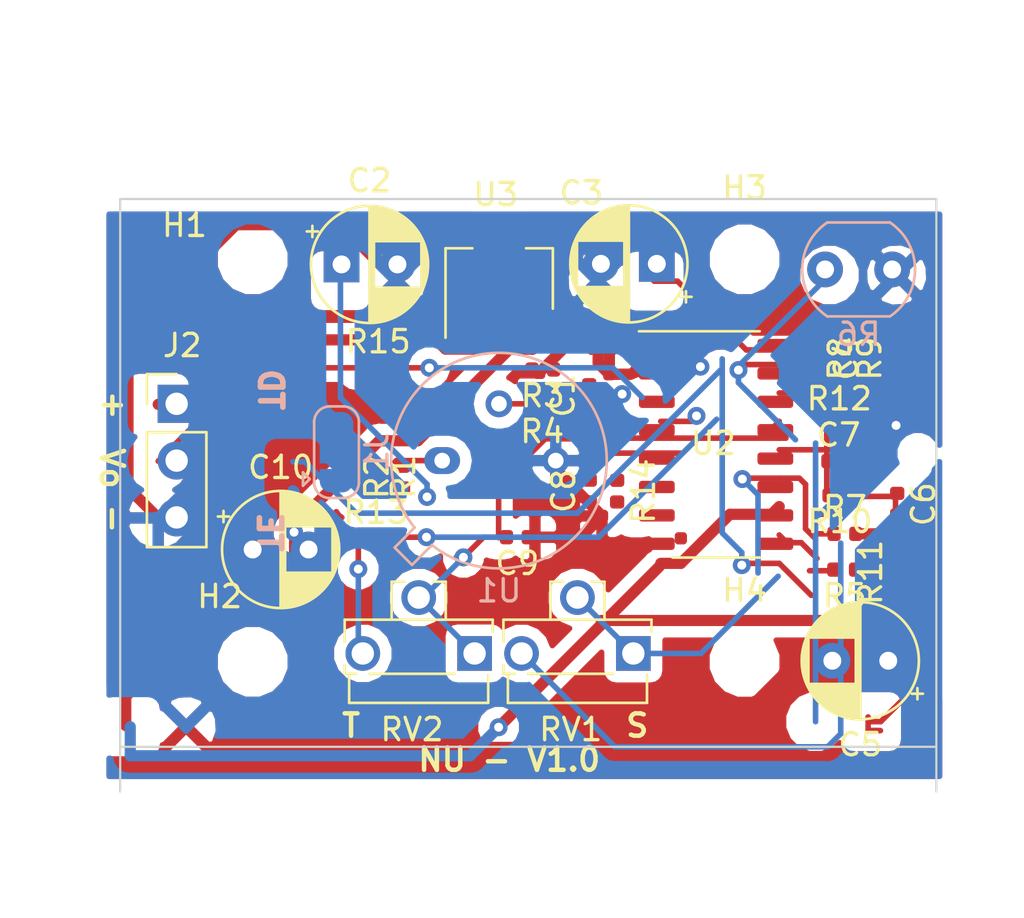
<source format=kicad_pcb>
(kicad_pcb (version 20171130) (host pcbnew 5.0.2-bee76a0~70~ubuntu18.04.1)

  (general
    (thickness 1.6)
    (drawings 22)
    (tracks 192)
    (zones 0)
    (modules 36)
    (nets 26)
  )

  (page A4)
  (layers
    (0 F.Cu signal)
    (31 B.Cu signal)
    (32 B.Adhes user)
    (33 F.Adhes user)
    (34 B.Paste user)
    (35 F.Paste user)
    (36 B.SilkS user)
    (37 F.SilkS user)
    (38 B.Mask user)
    (39 F.Mask user)
    (40 Dwgs.User user)
    (41 Cmts.User user)
    (42 Eco1.User user)
    (43 Eco2.User user)
    (44 Edge.Cuts user)
    (45 Margin user)
    (46 B.CrtYd user)
    (47 F.CrtYd user)
    (48 B.Fab user hide)
    (49 F.Fab user hide)
  )

  (setup
    (last_trace_width 0.25)
    (trace_clearance 0.2)
    (zone_clearance 0.508)
    (zone_45_only no)
    (trace_min 0.2)
    (segment_width 0.2)
    (edge_width 0.1)
    (via_size 0.8)
    (via_drill 0.4)
    (via_min_size 0.4)
    (via_min_drill 0.3)
    (uvia_size 0.3)
    (uvia_drill 0.1)
    (uvias_allowed no)
    (uvia_min_size 0.2)
    (uvia_min_drill 0.1)
    (pcb_text_width 0.3)
    (pcb_text_size 1.5 1.5)
    (mod_edge_width 0.15)
    (mod_text_size 1 1)
    (mod_text_width 0.15)
    (pad_size 1.5 1.5)
    (pad_drill 0.6)
    (pad_to_mask_clearance 0)
    (solder_mask_min_width 0.25)
    (aux_axis_origin 0 0)
    (visible_elements FFFBFF7F)
    (pcbplotparams
      (layerselection 0x010fc_ffffffff)
      (usegerberextensions true)
      (usegerberattributes false)
      (usegerberadvancedattributes false)
      (creategerberjobfile false)
      (excludeedgelayer true)
      (linewidth 0.100000)
      (plotframeref false)
      (viasonmask false)
      (mode 1)
      (useauxorigin false)
      (hpglpennumber 1)
      (hpglpenspeed 20)
      (hpglpendiameter 15.000000)
      (psnegative false)
      (psa4output false)
      (plotreference false)
      (plotvalue true)
      (plotinvisibletext false)
      (padsonsilk false)
      (subtractmaskfromsilk false)
      (outputformat 1)
      (mirror false)
      (drillshape 0)
      (scaleselection 1)
      (outputdirectory "Gerber/"))
  )

  (net 0 "")
  (net 1 GND)
  (net 2 "Net-(C1-Pad1)")
  (net 3 "Net-(C2-Pad1)")
  (net 4 "Net-(C3-Pad1)")
  (net 5 "Net-(C4-Pad2)")
  (net 6 "Net-(C4-Pad1)")
  (net 7 "Net-(C5-Pad1)")
  (net 8 "Net-(C6-Pad2)")
  (net 9 "Net-(C7-Pad1)")
  (net 10 "Net-(C7-Pad2)")
  (net 11 "Net-(C8-Pad2)")
  (net 12 "Net-(C9-Pad2)")
  (net 13 +3V3)
  (net 14 "Net-(J1-Pad2)")
  (net 15 "Net-(J2-Pad2)")
  (net 16 "Net-(J2-Pad1)")
  (net 17 "Net-(R2-Pad2)")
  (net 18 "Net-(R4-Pad1)")
  (net 19 "Net-(R5-Pad2)")
  (net 20 "Net-(R7-Pad1)")
  (net 21 "Net-(R12-Pad2)")
  (net 22 "Net-(R13-Pad1)")
  (net 23 "Net-(R13-Pad2)")
  (net 24 "Net-(R14-Pad2)")
  (net 25 "Net-(R15-Pad2)")

  (net_class Default "This is the default net class."
    (clearance 0.2)
    (trace_width 0.25)
    (via_dia 0.8)
    (via_drill 0.4)
    (uvia_dia 0.3)
    (uvia_drill 0.1)
    (add_net "Net-(C1-Pad1)")
    (add_net "Net-(C2-Pad1)")
    (add_net "Net-(C3-Pad1)")
    (add_net "Net-(C4-Pad1)")
    (add_net "Net-(C4-Pad2)")
    (add_net "Net-(C5-Pad1)")
    (add_net "Net-(C6-Pad2)")
    (add_net "Net-(C7-Pad1)")
    (add_net "Net-(C7-Pad2)")
    (add_net "Net-(C8-Pad2)")
    (add_net "Net-(C9-Pad2)")
    (add_net "Net-(J1-Pad2)")
    (add_net "Net-(J2-Pad2)")
    (add_net "Net-(R12-Pad2)")
    (add_net "Net-(R13-Pad1)")
    (add_net "Net-(R13-Pad2)")
    (add_net "Net-(R14-Pad2)")
    (add_net "Net-(R15-Pad2)")
    (add_net "Net-(R2-Pad2)")
    (add_net "Net-(R4-Pad1)")
    (add_net "Net-(R5-Pad2)")
    (add_net "Net-(R7-Pad1)")
  )

  (net_class PWR ""
    (clearance 0.25)
    (trace_width 0.5)
    (via_dia 0.8)
    (via_drill 0.4)
    (uvia_dia 0.3)
    (uvia_drill 0.1)
    (add_net +3V3)
    (add_net GND)
    (add_net "Net-(J2-Pad1)")
  )

  (module Connector_PinHeader_2.54mm:PinHeader_1x03_P2.54mm_Vertical (layer F.Cu) (tedit 59FED5CC) (tstamp 5D801BA5)
    (at 72.95 59.885)
    (descr "Through hole straight pin header, 1x03, 2.54mm pitch, single row")
    (tags "Through hole pin header THT 1x03 2.54mm single row")
    (path /5D8F3B31)
    (fp_text reference J2 (at 0.25 -2.61) (layer F.SilkS)
      (effects (font (size 1 1) (thickness 0.15)))
    )
    (fp_text value Conn_01x03 (at 0 7.41) (layer F.Fab)
      (effects (font (size 1 1) (thickness 0.15)))
    )
    (fp_text user %R (at 0 2.54 90) (layer F.Fab)
      (effects (font (size 1 1) (thickness 0.15)))
    )
    (fp_line (start 1.8 -1.8) (end -1.8 -1.8) (layer F.CrtYd) (width 0.05))
    (fp_line (start 1.8 6.85) (end 1.8 -1.8) (layer F.CrtYd) (width 0.05))
    (fp_line (start -1.8 6.85) (end 1.8 6.85) (layer F.CrtYd) (width 0.05))
    (fp_line (start -1.8 -1.8) (end -1.8 6.85) (layer F.CrtYd) (width 0.05))
    (fp_line (start -1.33 -1.33) (end 0 -1.33) (layer F.SilkS) (width 0.12))
    (fp_line (start -1.33 0) (end -1.33 -1.33) (layer F.SilkS) (width 0.12))
    (fp_line (start -1.33 1.27) (end 1.33 1.27) (layer F.SilkS) (width 0.12))
    (fp_line (start 1.33 1.27) (end 1.33 6.41) (layer F.SilkS) (width 0.12))
    (fp_line (start -1.33 1.27) (end -1.33 6.41) (layer F.SilkS) (width 0.12))
    (fp_line (start -1.33 6.41) (end 1.33 6.41) (layer F.SilkS) (width 0.12))
    (fp_line (start -1.27 -0.635) (end -0.635 -1.27) (layer F.Fab) (width 0.1))
    (fp_line (start -1.27 6.35) (end -1.27 -0.635) (layer F.Fab) (width 0.1))
    (fp_line (start 1.27 6.35) (end -1.27 6.35) (layer F.Fab) (width 0.1))
    (fp_line (start 1.27 -1.27) (end 1.27 6.35) (layer F.Fab) (width 0.1))
    (fp_line (start -0.635 -1.27) (end 1.27 -1.27) (layer F.Fab) (width 0.1))
    (pad 3 thru_hole oval (at 0 5.08) (size 1.7 1.7) (drill 1) (layers *.Cu *.Mask)
      (net 1 GND))
    (pad 2 thru_hole oval (at 0 2.54) (size 1.7 1.7) (drill 1) (layers *.Cu *.Mask)
      (net 15 "Net-(J2-Pad2)"))
    (pad 1 thru_hole rect (at 0 0) (size 1.7 1.7) (drill 1) (layers *.Cu *.Mask)
      (net 16 "Net-(J2-Pad1)"))
    (model ${KISYS3DMOD}/Connector_PinHeader_2.54mm.3dshapes/PinHeader_1x03_P2.54mm_Vertical.wrl
      (at (xyz 0 0 0))
      (scale (xyz 1 1 1))
      (rotate (xyz 0 0 0))
    )
  )

  (module Capacitor_THT:CP_Radial_D5.0mm_P2.50mm (layer F.Cu) (tedit 5AE50EF0) (tstamp 5D7F6A93)
    (at 80.325 53.65)
    (descr "CP, Radial series, Radial, pin pitch=2.50mm, , diameter=5mm, Electrolytic Capacitor")
    (tags "CP Radial series Radial pin pitch 2.50mm  diameter 5mm Electrolytic Capacitor")
    (path /5D740D80)
    (fp_text reference C2 (at 1.25 -3.75) (layer F.SilkS)
      (effects (font (size 1 1) (thickness 0.15)))
    )
    (fp_text value 47uF (at 1.25 3.75) (layer F.Fab)
      (effects (font (size 1 1) (thickness 0.15)))
    )
    (fp_circle (center 1.25 0) (end 3.75 0) (layer F.Fab) (width 0.1))
    (fp_circle (center 1.25 0) (end 3.87 0) (layer F.SilkS) (width 0.12))
    (fp_circle (center 1.25 0) (end 4 0) (layer F.CrtYd) (width 0.05))
    (fp_line (start -0.883605 -1.0875) (end -0.383605 -1.0875) (layer F.Fab) (width 0.1))
    (fp_line (start -0.633605 -1.3375) (end -0.633605 -0.8375) (layer F.Fab) (width 0.1))
    (fp_line (start 1.25 -2.58) (end 1.25 2.58) (layer F.SilkS) (width 0.12))
    (fp_line (start 1.29 -2.58) (end 1.29 2.58) (layer F.SilkS) (width 0.12))
    (fp_line (start 1.33 -2.579) (end 1.33 2.579) (layer F.SilkS) (width 0.12))
    (fp_line (start 1.37 -2.578) (end 1.37 2.578) (layer F.SilkS) (width 0.12))
    (fp_line (start 1.41 -2.576) (end 1.41 2.576) (layer F.SilkS) (width 0.12))
    (fp_line (start 1.45 -2.573) (end 1.45 2.573) (layer F.SilkS) (width 0.12))
    (fp_line (start 1.49 -2.569) (end 1.49 -1.04) (layer F.SilkS) (width 0.12))
    (fp_line (start 1.49 1.04) (end 1.49 2.569) (layer F.SilkS) (width 0.12))
    (fp_line (start 1.53 -2.565) (end 1.53 -1.04) (layer F.SilkS) (width 0.12))
    (fp_line (start 1.53 1.04) (end 1.53 2.565) (layer F.SilkS) (width 0.12))
    (fp_line (start 1.57 -2.561) (end 1.57 -1.04) (layer F.SilkS) (width 0.12))
    (fp_line (start 1.57 1.04) (end 1.57 2.561) (layer F.SilkS) (width 0.12))
    (fp_line (start 1.61 -2.556) (end 1.61 -1.04) (layer F.SilkS) (width 0.12))
    (fp_line (start 1.61 1.04) (end 1.61 2.556) (layer F.SilkS) (width 0.12))
    (fp_line (start 1.65 -2.55) (end 1.65 -1.04) (layer F.SilkS) (width 0.12))
    (fp_line (start 1.65 1.04) (end 1.65 2.55) (layer F.SilkS) (width 0.12))
    (fp_line (start 1.69 -2.543) (end 1.69 -1.04) (layer F.SilkS) (width 0.12))
    (fp_line (start 1.69 1.04) (end 1.69 2.543) (layer F.SilkS) (width 0.12))
    (fp_line (start 1.73 -2.536) (end 1.73 -1.04) (layer F.SilkS) (width 0.12))
    (fp_line (start 1.73 1.04) (end 1.73 2.536) (layer F.SilkS) (width 0.12))
    (fp_line (start 1.77 -2.528) (end 1.77 -1.04) (layer F.SilkS) (width 0.12))
    (fp_line (start 1.77 1.04) (end 1.77 2.528) (layer F.SilkS) (width 0.12))
    (fp_line (start 1.81 -2.52) (end 1.81 -1.04) (layer F.SilkS) (width 0.12))
    (fp_line (start 1.81 1.04) (end 1.81 2.52) (layer F.SilkS) (width 0.12))
    (fp_line (start 1.85 -2.511) (end 1.85 -1.04) (layer F.SilkS) (width 0.12))
    (fp_line (start 1.85 1.04) (end 1.85 2.511) (layer F.SilkS) (width 0.12))
    (fp_line (start 1.89 -2.501) (end 1.89 -1.04) (layer F.SilkS) (width 0.12))
    (fp_line (start 1.89 1.04) (end 1.89 2.501) (layer F.SilkS) (width 0.12))
    (fp_line (start 1.93 -2.491) (end 1.93 -1.04) (layer F.SilkS) (width 0.12))
    (fp_line (start 1.93 1.04) (end 1.93 2.491) (layer F.SilkS) (width 0.12))
    (fp_line (start 1.971 -2.48) (end 1.971 -1.04) (layer F.SilkS) (width 0.12))
    (fp_line (start 1.971 1.04) (end 1.971 2.48) (layer F.SilkS) (width 0.12))
    (fp_line (start 2.011 -2.468) (end 2.011 -1.04) (layer F.SilkS) (width 0.12))
    (fp_line (start 2.011 1.04) (end 2.011 2.468) (layer F.SilkS) (width 0.12))
    (fp_line (start 2.051 -2.455) (end 2.051 -1.04) (layer F.SilkS) (width 0.12))
    (fp_line (start 2.051 1.04) (end 2.051 2.455) (layer F.SilkS) (width 0.12))
    (fp_line (start 2.091 -2.442) (end 2.091 -1.04) (layer F.SilkS) (width 0.12))
    (fp_line (start 2.091 1.04) (end 2.091 2.442) (layer F.SilkS) (width 0.12))
    (fp_line (start 2.131 -2.428) (end 2.131 -1.04) (layer F.SilkS) (width 0.12))
    (fp_line (start 2.131 1.04) (end 2.131 2.428) (layer F.SilkS) (width 0.12))
    (fp_line (start 2.171 -2.414) (end 2.171 -1.04) (layer F.SilkS) (width 0.12))
    (fp_line (start 2.171 1.04) (end 2.171 2.414) (layer F.SilkS) (width 0.12))
    (fp_line (start 2.211 -2.398) (end 2.211 -1.04) (layer F.SilkS) (width 0.12))
    (fp_line (start 2.211 1.04) (end 2.211 2.398) (layer F.SilkS) (width 0.12))
    (fp_line (start 2.251 -2.382) (end 2.251 -1.04) (layer F.SilkS) (width 0.12))
    (fp_line (start 2.251 1.04) (end 2.251 2.382) (layer F.SilkS) (width 0.12))
    (fp_line (start 2.291 -2.365) (end 2.291 -1.04) (layer F.SilkS) (width 0.12))
    (fp_line (start 2.291 1.04) (end 2.291 2.365) (layer F.SilkS) (width 0.12))
    (fp_line (start 2.331 -2.348) (end 2.331 -1.04) (layer F.SilkS) (width 0.12))
    (fp_line (start 2.331 1.04) (end 2.331 2.348) (layer F.SilkS) (width 0.12))
    (fp_line (start 2.371 -2.329) (end 2.371 -1.04) (layer F.SilkS) (width 0.12))
    (fp_line (start 2.371 1.04) (end 2.371 2.329) (layer F.SilkS) (width 0.12))
    (fp_line (start 2.411 -2.31) (end 2.411 -1.04) (layer F.SilkS) (width 0.12))
    (fp_line (start 2.411 1.04) (end 2.411 2.31) (layer F.SilkS) (width 0.12))
    (fp_line (start 2.451 -2.29) (end 2.451 -1.04) (layer F.SilkS) (width 0.12))
    (fp_line (start 2.451 1.04) (end 2.451 2.29) (layer F.SilkS) (width 0.12))
    (fp_line (start 2.491 -2.268) (end 2.491 -1.04) (layer F.SilkS) (width 0.12))
    (fp_line (start 2.491 1.04) (end 2.491 2.268) (layer F.SilkS) (width 0.12))
    (fp_line (start 2.531 -2.247) (end 2.531 -1.04) (layer F.SilkS) (width 0.12))
    (fp_line (start 2.531 1.04) (end 2.531 2.247) (layer F.SilkS) (width 0.12))
    (fp_line (start 2.571 -2.224) (end 2.571 -1.04) (layer F.SilkS) (width 0.12))
    (fp_line (start 2.571 1.04) (end 2.571 2.224) (layer F.SilkS) (width 0.12))
    (fp_line (start 2.611 -2.2) (end 2.611 -1.04) (layer F.SilkS) (width 0.12))
    (fp_line (start 2.611 1.04) (end 2.611 2.2) (layer F.SilkS) (width 0.12))
    (fp_line (start 2.651 -2.175) (end 2.651 -1.04) (layer F.SilkS) (width 0.12))
    (fp_line (start 2.651 1.04) (end 2.651 2.175) (layer F.SilkS) (width 0.12))
    (fp_line (start 2.691 -2.149) (end 2.691 -1.04) (layer F.SilkS) (width 0.12))
    (fp_line (start 2.691 1.04) (end 2.691 2.149) (layer F.SilkS) (width 0.12))
    (fp_line (start 2.731 -2.122) (end 2.731 -1.04) (layer F.SilkS) (width 0.12))
    (fp_line (start 2.731 1.04) (end 2.731 2.122) (layer F.SilkS) (width 0.12))
    (fp_line (start 2.771 -2.095) (end 2.771 -1.04) (layer F.SilkS) (width 0.12))
    (fp_line (start 2.771 1.04) (end 2.771 2.095) (layer F.SilkS) (width 0.12))
    (fp_line (start 2.811 -2.065) (end 2.811 -1.04) (layer F.SilkS) (width 0.12))
    (fp_line (start 2.811 1.04) (end 2.811 2.065) (layer F.SilkS) (width 0.12))
    (fp_line (start 2.851 -2.035) (end 2.851 -1.04) (layer F.SilkS) (width 0.12))
    (fp_line (start 2.851 1.04) (end 2.851 2.035) (layer F.SilkS) (width 0.12))
    (fp_line (start 2.891 -2.004) (end 2.891 -1.04) (layer F.SilkS) (width 0.12))
    (fp_line (start 2.891 1.04) (end 2.891 2.004) (layer F.SilkS) (width 0.12))
    (fp_line (start 2.931 -1.971) (end 2.931 -1.04) (layer F.SilkS) (width 0.12))
    (fp_line (start 2.931 1.04) (end 2.931 1.971) (layer F.SilkS) (width 0.12))
    (fp_line (start 2.971 -1.937) (end 2.971 -1.04) (layer F.SilkS) (width 0.12))
    (fp_line (start 2.971 1.04) (end 2.971 1.937) (layer F.SilkS) (width 0.12))
    (fp_line (start 3.011 -1.901) (end 3.011 -1.04) (layer F.SilkS) (width 0.12))
    (fp_line (start 3.011 1.04) (end 3.011 1.901) (layer F.SilkS) (width 0.12))
    (fp_line (start 3.051 -1.864) (end 3.051 -1.04) (layer F.SilkS) (width 0.12))
    (fp_line (start 3.051 1.04) (end 3.051 1.864) (layer F.SilkS) (width 0.12))
    (fp_line (start 3.091 -1.826) (end 3.091 -1.04) (layer F.SilkS) (width 0.12))
    (fp_line (start 3.091 1.04) (end 3.091 1.826) (layer F.SilkS) (width 0.12))
    (fp_line (start 3.131 -1.785) (end 3.131 -1.04) (layer F.SilkS) (width 0.12))
    (fp_line (start 3.131 1.04) (end 3.131 1.785) (layer F.SilkS) (width 0.12))
    (fp_line (start 3.171 -1.743) (end 3.171 -1.04) (layer F.SilkS) (width 0.12))
    (fp_line (start 3.171 1.04) (end 3.171 1.743) (layer F.SilkS) (width 0.12))
    (fp_line (start 3.211 -1.699) (end 3.211 -1.04) (layer F.SilkS) (width 0.12))
    (fp_line (start 3.211 1.04) (end 3.211 1.699) (layer F.SilkS) (width 0.12))
    (fp_line (start 3.251 -1.653) (end 3.251 -1.04) (layer F.SilkS) (width 0.12))
    (fp_line (start 3.251 1.04) (end 3.251 1.653) (layer F.SilkS) (width 0.12))
    (fp_line (start 3.291 -1.605) (end 3.291 -1.04) (layer F.SilkS) (width 0.12))
    (fp_line (start 3.291 1.04) (end 3.291 1.605) (layer F.SilkS) (width 0.12))
    (fp_line (start 3.331 -1.554) (end 3.331 -1.04) (layer F.SilkS) (width 0.12))
    (fp_line (start 3.331 1.04) (end 3.331 1.554) (layer F.SilkS) (width 0.12))
    (fp_line (start 3.371 -1.5) (end 3.371 -1.04) (layer F.SilkS) (width 0.12))
    (fp_line (start 3.371 1.04) (end 3.371 1.5) (layer F.SilkS) (width 0.12))
    (fp_line (start 3.411 -1.443) (end 3.411 -1.04) (layer F.SilkS) (width 0.12))
    (fp_line (start 3.411 1.04) (end 3.411 1.443) (layer F.SilkS) (width 0.12))
    (fp_line (start 3.451 -1.383) (end 3.451 -1.04) (layer F.SilkS) (width 0.12))
    (fp_line (start 3.451 1.04) (end 3.451 1.383) (layer F.SilkS) (width 0.12))
    (fp_line (start 3.491 -1.319) (end 3.491 -1.04) (layer F.SilkS) (width 0.12))
    (fp_line (start 3.491 1.04) (end 3.491 1.319) (layer F.SilkS) (width 0.12))
    (fp_line (start 3.531 -1.251) (end 3.531 -1.04) (layer F.SilkS) (width 0.12))
    (fp_line (start 3.531 1.04) (end 3.531 1.251) (layer F.SilkS) (width 0.12))
    (fp_line (start 3.571 -1.178) (end 3.571 1.178) (layer F.SilkS) (width 0.12))
    (fp_line (start 3.611 -1.098) (end 3.611 1.098) (layer F.SilkS) (width 0.12))
    (fp_line (start 3.651 -1.011) (end 3.651 1.011) (layer F.SilkS) (width 0.12))
    (fp_line (start 3.691 -0.915) (end 3.691 0.915) (layer F.SilkS) (width 0.12))
    (fp_line (start 3.731 -0.805) (end 3.731 0.805) (layer F.SilkS) (width 0.12))
    (fp_line (start 3.771 -0.677) (end 3.771 0.677) (layer F.SilkS) (width 0.12))
    (fp_line (start 3.811 -0.518) (end 3.811 0.518) (layer F.SilkS) (width 0.12))
    (fp_line (start 3.851 -0.284) (end 3.851 0.284) (layer F.SilkS) (width 0.12))
    (fp_line (start -1.554775 -1.475) (end -1.054775 -1.475) (layer F.SilkS) (width 0.12))
    (fp_line (start -1.304775 -1.725) (end -1.304775 -1.225) (layer F.SilkS) (width 0.12))
    (fp_text user %R (at 1.25 0) (layer F.Fab)
      (effects (font (size 1 1) (thickness 0.15)))
    )
    (pad 1 thru_hole rect (at 0 0) (size 1.6 1.6) (drill 0.8) (layers *.Cu *.Mask)
      (net 3 "Net-(C2-Pad1)"))
    (pad 2 thru_hole circle (at 2.5 0) (size 1.6 1.6) (drill 0.8) (layers *.Cu *.Mask)
      (net 1 GND))
    (model ${KISYS3DMOD}/Capacitor_THT.3dshapes/CP_Radial_D5.0mm_P2.50mm.wrl
      (at (xyz 0 0 0))
      (scale (xyz 1 1 1))
      (rotate (xyz 0 0 0))
    )
  )

  (module Capacitor_THT:CP_Radial_D5.0mm_P2.50mm (layer F.Cu) (tedit 5AE50EF0) (tstamp 5D8015FB)
    (at 94.425 53.625 180)
    (descr "CP, Radial series, Radial, pin pitch=2.50mm, , diameter=5mm, Electrolytic Capacitor")
    (tags "CP Radial series Radial pin pitch 2.50mm  diameter 5mm Electrolytic Capacitor")
    (path /5D77D26F)
    (fp_text reference C3 (at 3.375 3.175 180) (layer F.SilkS)
      (effects (font (size 1 1) (thickness 0.15)))
    )
    (fp_text value 47uF (at 1.25 3.75 180) (layer F.Fab)
      (effects (font (size 1 1) (thickness 0.15)))
    )
    (fp_text user %R (at 1.25 0 180) (layer F.Fab)
      (effects (font (size 1 1) (thickness 0.15)))
    )
    (fp_line (start -1.304775 -1.725) (end -1.304775 -1.225) (layer F.SilkS) (width 0.12))
    (fp_line (start -1.554775 -1.475) (end -1.054775 -1.475) (layer F.SilkS) (width 0.12))
    (fp_line (start 3.851 -0.284) (end 3.851 0.284) (layer F.SilkS) (width 0.12))
    (fp_line (start 3.811 -0.518) (end 3.811 0.518) (layer F.SilkS) (width 0.12))
    (fp_line (start 3.771 -0.677) (end 3.771 0.677) (layer F.SilkS) (width 0.12))
    (fp_line (start 3.731 -0.805) (end 3.731 0.805) (layer F.SilkS) (width 0.12))
    (fp_line (start 3.691 -0.915) (end 3.691 0.915) (layer F.SilkS) (width 0.12))
    (fp_line (start 3.651 -1.011) (end 3.651 1.011) (layer F.SilkS) (width 0.12))
    (fp_line (start 3.611 -1.098) (end 3.611 1.098) (layer F.SilkS) (width 0.12))
    (fp_line (start 3.571 -1.178) (end 3.571 1.178) (layer F.SilkS) (width 0.12))
    (fp_line (start 3.531 1.04) (end 3.531 1.251) (layer F.SilkS) (width 0.12))
    (fp_line (start 3.531 -1.251) (end 3.531 -1.04) (layer F.SilkS) (width 0.12))
    (fp_line (start 3.491 1.04) (end 3.491 1.319) (layer F.SilkS) (width 0.12))
    (fp_line (start 3.491 -1.319) (end 3.491 -1.04) (layer F.SilkS) (width 0.12))
    (fp_line (start 3.451 1.04) (end 3.451 1.383) (layer F.SilkS) (width 0.12))
    (fp_line (start 3.451 -1.383) (end 3.451 -1.04) (layer F.SilkS) (width 0.12))
    (fp_line (start 3.411 1.04) (end 3.411 1.443) (layer F.SilkS) (width 0.12))
    (fp_line (start 3.411 -1.443) (end 3.411 -1.04) (layer F.SilkS) (width 0.12))
    (fp_line (start 3.371 1.04) (end 3.371 1.5) (layer F.SilkS) (width 0.12))
    (fp_line (start 3.371 -1.5) (end 3.371 -1.04) (layer F.SilkS) (width 0.12))
    (fp_line (start 3.331 1.04) (end 3.331 1.554) (layer F.SilkS) (width 0.12))
    (fp_line (start 3.331 -1.554) (end 3.331 -1.04) (layer F.SilkS) (width 0.12))
    (fp_line (start 3.291 1.04) (end 3.291 1.605) (layer F.SilkS) (width 0.12))
    (fp_line (start 3.291 -1.605) (end 3.291 -1.04) (layer F.SilkS) (width 0.12))
    (fp_line (start 3.251 1.04) (end 3.251 1.653) (layer F.SilkS) (width 0.12))
    (fp_line (start 3.251 -1.653) (end 3.251 -1.04) (layer F.SilkS) (width 0.12))
    (fp_line (start 3.211 1.04) (end 3.211 1.699) (layer F.SilkS) (width 0.12))
    (fp_line (start 3.211 -1.699) (end 3.211 -1.04) (layer F.SilkS) (width 0.12))
    (fp_line (start 3.171 1.04) (end 3.171 1.743) (layer F.SilkS) (width 0.12))
    (fp_line (start 3.171 -1.743) (end 3.171 -1.04) (layer F.SilkS) (width 0.12))
    (fp_line (start 3.131 1.04) (end 3.131 1.785) (layer F.SilkS) (width 0.12))
    (fp_line (start 3.131 -1.785) (end 3.131 -1.04) (layer F.SilkS) (width 0.12))
    (fp_line (start 3.091 1.04) (end 3.091 1.826) (layer F.SilkS) (width 0.12))
    (fp_line (start 3.091 -1.826) (end 3.091 -1.04) (layer F.SilkS) (width 0.12))
    (fp_line (start 3.051 1.04) (end 3.051 1.864) (layer F.SilkS) (width 0.12))
    (fp_line (start 3.051 -1.864) (end 3.051 -1.04) (layer F.SilkS) (width 0.12))
    (fp_line (start 3.011 1.04) (end 3.011 1.901) (layer F.SilkS) (width 0.12))
    (fp_line (start 3.011 -1.901) (end 3.011 -1.04) (layer F.SilkS) (width 0.12))
    (fp_line (start 2.971 1.04) (end 2.971 1.937) (layer F.SilkS) (width 0.12))
    (fp_line (start 2.971 -1.937) (end 2.971 -1.04) (layer F.SilkS) (width 0.12))
    (fp_line (start 2.931 1.04) (end 2.931 1.971) (layer F.SilkS) (width 0.12))
    (fp_line (start 2.931 -1.971) (end 2.931 -1.04) (layer F.SilkS) (width 0.12))
    (fp_line (start 2.891 1.04) (end 2.891 2.004) (layer F.SilkS) (width 0.12))
    (fp_line (start 2.891 -2.004) (end 2.891 -1.04) (layer F.SilkS) (width 0.12))
    (fp_line (start 2.851 1.04) (end 2.851 2.035) (layer F.SilkS) (width 0.12))
    (fp_line (start 2.851 -2.035) (end 2.851 -1.04) (layer F.SilkS) (width 0.12))
    (fp_line (start 2.811 1.04) (end 2.811 2.065) (layer F.SilkS) (width 0.12))
    (fp_line (start 2.811 -2.065) (end 2.811 -1.04) (layer F.SilkS) (width 0.12))
    (fp_line (start 2.771 1.04) (end 2.771 2.095) (layer F.SilkS) (width 0.12))
    (fp_line (start 2.771 -2.095) (end 2.771 -1.04) (layer F.SilkS) (width 0.12))
    (fp_line (start 2.731 1.04) (end 2.731 2.122) (layer F.SilkS) (width 0.12))
    (fp_line (start 2.731 -2.122) (end 2.731 -1.04) (layer F.SilkS) (width 0.12))
    (fp_line (start 2.691 1.04) (end 2.691 2.149) (layer F.SilkS) (width 0.12))
    (fp_line (start 2.691 -2.149) (end 2.691 -1.04) (layer F.SilkS) (width 0.12))
    (fp_line (start 2.651 1.04) (end 2.651 2.175) (layer F.SilkS) (width 0.12))
    (fp_line (start 2.651 -2.175) (end 2.651 -1.04) (layer F.SilkS) (width 0.12))
    (fp_line (start 2.611 1.04) (end 2.611 2.2) (layer F.SilkS) (width 0.12))
    (fp_line (start 2.611 -2.2) (end 2.611 -1.04) (layer F.SilkS) (width 0.12))
    (fp_line (start 2.571 1.04) (end 2.571 2.224) (layer F.SilkS) (width 0.12))
    (fp_line (start 2.571 -2.224) (end 2.571 -1.04) (layer F.SilkS) (width 0.12))
    (fp_line (start 2.531 1.04) (end 2.531 2.247) (layer F.SilkS) (width 0.12))
    (fp_line (start 2.531 -2.247) (end 2.531 -1.04) (layer F.SilkS) (width 0.12))
    (fp_line (start 2.491 1.04) (end 2.491 2.268) (layer F.SilkS) (width 0.12))
    (fp_line (start 2.491 -2.268) (end 2.491 -1.04) (layer F.SilkS) (width 0.12))
    (fp_line (start 2.451 1.04) (end 2.451 2.29) (layer F.SilkS) (width 0.12))
    (fp_line (start 2.451 -2.29) (end 2.451 -1.04) (layer F.SilkS) (width 0.12))
    (fp_line (start 2.411 1.04) (end 2.411 2.31) (layer F.SilkS) (width 0.12))
    (fp_line (start 2.411 -2.31) (end 2.411 -1.04) (layer F.SilkS) (width 0.12))
    (fp_line (start 2.371 1.04) (end 2.371 2.329) (layer F.SilkS) (width 0.12))
    (fp_line (start 2.371 -2.329) (end 2.371 -1.04) (layer F.SilkS) (width 0.12))
    (fp_line (start 2.331 1.04) (end 2.331 2.348) (layer F.SilkS) (width 0.12))
    (fp_line (start 2.331 -2.348) (end 2.331 -1.04) (layer F.SilkS) (width 0.12))
    (fp_line (start 2.291 1.04) (end 2.291 2.365) (layer F.SilkS) (width 0.12))
    (fp_line (start 2.291 -2.365) (end 2.291 -1.04) (layer F.SilkS) (width 0.12))
    (fp_line (start 2.251 1.04) (end 2.251 2.382) (layer F.SilkS) (width 0.12))
    (fp_line (start 2.251 -2.382) (end 2.251 -1.04) (layer F.SilkS) (width 0.12))
    (fp_line (start 2.211 1.04) (end 2.211 2.398) (layer F.SilkS) (width 0.12))
    (fp_line (start 2.211 -2.398) (end 2.211 -1.04) (layer F.SilkS) (width 0.12))
    (fp_line (start 2.171 1.04) (end 2.171 2.414) (layer F.SilkS) (width 0.12))
    (fp_line (start 2.171 -2.414) (end 2.171 -1.04) (layer F.SilkS) (width 0.12))
    (fp_line (start 2.131 1.04) (end 2.131 2.428) (layer F.SilkS) (width 0.12))
    (fp_line (start 2.131 -2.428) (end 2.131 -1.04) (layer F.SilkS) (width 0.12))
    (fp_line (start 2.091 1.04) (end 2.091 2.442) (layer F.SilkS) (width 0.12))
    (fp_line (start 2.091 -2.442) (end 2.091 -1.04) (layer F.SilkS) (width 0.12))
    (fp_line (start 2.051 1.04) (end 2.051 2.455) (layer F.SilkS) (width 0.12))
    (fp_line (start 2.051 -2.455) (end 2.051 -1.04) (layer F.SilkS) (width 0.12))
    (fp_line (start 2.011 1.04) (end 2.011 2.468) (layer F.SilkS) (width 0.12))
    (fp_line (start 2.011 -2.468) (end 2.011 -1.04) (layer F.SilkS) (width 0.12))
    (fp_line (start 1.971 1.04) (end 1.971 2.48) (layer F.SilkS) (width 0.12))
    (fp_line (start 1.971 -2.48) (end 1.971 -1.04) (layer F.SilkS) (width 0.12))
    (fp_line (start 1.93 1.04) (end 1.93 2.491) (layer F.SilkS) (width 0.12))
    (fp_line (start 1.93 -2.491) (end 1.93 -1.04) (layer F.SilkS) (width 0.12))
    (fp_line (start 1.89 1.04) (end 1.89 2.501) (layer F.SilkS) (width 0.12))
    (fp_line (start 1.89 -2.501) (end 1.89 -1.04) (layer F.SilkS) (width 0.12))
    (fp_line (start 1.85 1.04) (end 1.85 2.511) (layer F.SilkS) (width 0.12))
    (fp_line (start 1.85 -2.511) (end 1.85 -1.04) (layer F.SilkS) (width 0.12))
    (fp_line (start 1.81 1.04) (end 1.81 2.52) (layer F.SilkS) (width 0.12))
    (fp_line (start 1.81 -2.52) (end 1.81 -1.04) (layer F.SilkS) (width 0.12))
    (fp_line (start 1.77 1.04) (end 1.77 2.528) (layer F.SilkS) (width 0.12))
    (fp_line (start 1.77 -2.528) (end 1.77 -1.04) (layer F.SilkS) (width 0.12))
    (fp_line (start 1.73 1.04) (end 1.73 2.536) (layer F.SilkS) (width 0.12))
    (fp_line (start 1.73 -2.536) (end 1.73 -1.04) (layer F.SilkS) (width 0.12))
    (fp_line (start 1.69 1.04) (end 1.69 2.543) (layer F.SilkS) (width 0.12))
    (fp_line (start 1.69 -2.543) (end 1.69 -1.04) (layer F.SilkS) (width 0.12))
    (fp_line (start 1.65 1.04) (end 1.65 2.55) (layer F.SilkS) (width 0.12))
    (fp_line (start 1.65 -2.55) (end 1.65 -1.04) (layer F.SilkS) (width 0.12))
    (fp_line (start 1.61 1.04) (end 1.61 2.556) (layer F.SilkS) (width 0.12))
    (fp_line (start 1.61 -2.556) (end 1.61 -1.04) (layer F.SilkS) (width 0.12))
    (fp_line (start 1.57 1.04) (end 1.57 2.561) (layer F.SilkS) (width 0.12))
    (fp_line (start 1.57 -2.561) (end 1.57 -1.04) (layer F.SilkS) (width 0.12))
    (fp_line (start 1.53 1.04) (end 1.53 2.565) (layer F.SilkS) (width 0.12))
    (fp_line (start 1.53 -2.565) (end 1.53 -1.04) (layer F.SilkS) (width 0.12))
    (fp_line (start 1.49 1.04) (end 1.49 2.569) (layer F.SilkS) (width 0.12))
    (fp_line (start 1.49 -2.569) (end 1.49 -1.04) (layer F.SilkS) (width 0.12))
    (fp_line (start 1.45 -2.573) (end 1.45 2.573) (layer F.SilkS) (width 0.12))
    (fp_line (start 1.41 -2.576) (end 1.41 2.576) (layer F.SilkS) (width 0.12))
    (fp_line (start 1.37 -2.578) (end 1.37 2.578) (layer F.SilkS) (width 0.12))
    (fp_line (start 1.33 -2.579) (end 1.33 2.579) (layer F.SilkS) (width 0.12))
    (fp_line (start 1.29 -2.58) (end 1.29 2.58) (layer F.SilkS) (width 0.12))
    (fp_line (start 1.25 -2.58) (end 1.25 2.58) (layer F.SilkS) (width 0.12))
    (fp_line (start -0.633605 -1.3375) (end -0.633605 -0.8375) (layer F.Fab) (width 0.1))
    (fp_line (start -0.883605 -1.0875) (end -0.383605 -1.0875) (layer F.Fab) (width 0.1))
    (fp_circle (center 1.25 0) (end 4 0) (layer F.CrtYd) (width 0.05))
    (fp_circle (center 1.25 0) (end 3.87 0) (layer F.SilkS) (width 0.12))
    (fp_circle (center 1.25 0) (end 3.75 0) (layer F.Fab) (width 0.1))
    (pad 2 thru_hole circle (at 2.5 0 180) (size 1.6 1.6) (drill 0.8) (layers *.Cu *.Mask)
      (net 1 GND))
    (pad 1 thru_hole rect (at 0 0 180) (size 1.6 1.6) (drill 0.8) (layers *.Cu *.Mask)
      (net 4 "Net-(C3-Pad1)"))
    (model ${KISYS3DMOD}/Capacitor_THT.3dshapes/CP_Radial_D5.0mm_P2.50mm.wrl
      (at (xyz 0 0 0))
      (scale (xyz 1 1 1))
      (rotate (xyz 0 0 0))
    )
  )

  (module Capacitor_THT:CP_Radial_D5.0mm_P2.50mm (layer F.Cu) (tedit 5AE50EF0) (tstamp 5E172533)
    (at 104.775 71.375 180)
    (descr "CP, Radial series, Radial, pin pitch=2.50mm, , diameter=5mm, Electrolytic Capacitor")
    (tags "CP Radial series Radial pin pitch 2.50mm  diameter 5mm Electrolytic Capacitor")
    (path /5D7A644B)
    (fp_text reference C5 (at 1.25 -3.75 180) (layer F.SilkS)
      (effects (font (size 1 1) (thickness 0.15)))
    )
    (fp_text value 22uF (at 1.25 3.75 180) (layer F.Fab)
      (effects (font (size 1 1) (thickness 0.15)))
    )
    (fp_circle (center 1.25 0) (end 3.75 0) (layer F.Fab) (width 0.1))
    (fp_circle (center 1.25 0) (end 3.87 0) (layer F.SilkS) (width 0.12))
    (fp_circle (center 1.25 0) (end 4 0) (layer F.CrtYd) (width 0.05))
    (fp_line (start -0.883605 -1.0875) (end -0.383605 -1.0875) (layer F.Fab) (width 0.1))
    (fp_line (start -0.633605 -1.3375) (end -0.633605 -0.8375) (layer F.Fab) (width 0.1))
    (fp_line (start 1.25 -2.58) (end 1.25 2.58) (layer F.SilkS) (width 0.12))
    (fp_line (start 1.29 -2.58) (end 1.29 2.58) (layer F.SilkS) (width 0.12))
    (fp_line (start 1.33 -2.579) (end 1.33 2.579) (layer F.SilkS) (width 0.12))
    (fp_line (start 1.37 -2.578) (end 1.37 2.578) (layer F.SilkS) (width 0.12))
    (fp_line (start 1.41 -2.576) (end 1.41 2.576) (layer F.SilkS) (width 0.12))
    (fp_line (start 1.45 -2.573) (end 1.45 2.573) (layer F.SilkS) (width 0.12))
    (fp_line (start 1.49 -2.569) (end 1.49 -1.04) (layer F.SilkS) (width 0.12))
    (fp_line (start 1.49 1.04) (end 1.49 2.569) (layer F.SilkS) (width 0.12))
    (fp_line (start 1.53 -2.565) (end 1.53 -1.04) (layer F.SilkS) (width 0.12))
    (fp_line (start 1.53 1.04) (end 1.53 2.565) (layer F.SilkS) (width 0.12))
    (fp_line (start 1.57 -2.561) (end 1.57 -1.04) (layer F.SilkS) (width 0.12))
    (fp_line (start 1.57 1.04) (end 1.57 2.561) (layer F.SilkS) (width 0.12))
    (fp_line (start 1.61 -2.556) (end 1.61 -1.04) (layer F.SilkS) (width 0.12))
    (fp_line (start 1.61 1.04) (end 1.61 2.556) (layer F.SilkS) (width 0.12))
    (fp_line (start 1.65 -2.55) (end 1.65 -1.04) (layer F.SilkS) (width 0.12))
    (fp_line (start 1.65 1.04) (end 1.65 2.55) (layer F.SilkS) (width 0.12))
    (fp_line (start 1.69 -2.543) (end 1.69 -1.04) (layer F.SilkS) (width 0.12))
    (fp_line (start 1.69 1.04) (end 1.69 2.543) (layer F.SilkS) (width 0.12))
    (fp_line (start 1.73 -2.536) (end 1.73 -1.04) (layer F.SilkS) (width 0.12))
    (fp_line (start 1.73 1.04) (end 1.73 2.536) (layer F.SilkS) (width 0.12))
    (fp_line (start 1.77 -2.528) (end 1.77 -1.04) (layer F.SilkS) (width 0.12))
    (fp_line (start 1.77 1.04) (end 1.77 2.528) (layer F.SilkS) (width 0.12))
    (fp_line (start 1.81 -2.52) (end 1.81 -1.04) (layer F.SilkS) (width 0.12))
    (fp_line (start 1.81 1.04) (end 1.81 2.52) (layer F.SilkS) (width 0.12))
    (fp_line (start 1.85 -2.511) (end 1.85 -1.04) (layer F.SilkS) (width 0.12))
    (fp_line (start 1.85 1.04) (end 1.85 2.511) (layer F.SilkS) (width 0.12))
    (fp_line (start 1.89 -2.501) (end 1.89 -1.04) (layer F.SilkS) (width 0.12))
    (fp_line (start 1.89 1.04) (end 1.89 2.501) (layer F.SilkS) (width 0.12))
    (fp_line (start 1.93 -2.491) (end 1.93 -1.04) (layer F.SilkS) (width 0.12))
    (fp_line (start 1.93 1.04) (end 1.93 2.491) (layer F.SilkS) (width 0.12))
    (fp_line (start 1.971 -2.48) (end 1.971 -1.04) (layer F.SilkS) (width 0.12))
    (fp_line (start 1.971 1.04) (end 1.971 2.48) (layer F.SilkS) (width 0.12))
    (fp_line (start 2.011 -2.468) (end 2.011 -1.04) (layer F.SilkS) (width 0.12))
    (fp_line (start 2.011 1.04) (end 2.011 2.468) (layer F.SilkS) (width 0.12))
    (fp_line (start 2.051 -2.455) (end 2.051 -1.04) (layer F.SilkS) (width 0.12))
    (fp_line (start 2.051 1.04) (end 2.051 2.455) (layer F.SilkS) (width 0.12))
    (fp_line (start 2.091 -2.442) (end 2.091 -1.04) (layer F.SilkS) (width 0.12))
    (fp_line (start 2.091 1.04) (end 2.091 2.442) (layer F.SilkS) (width 0.12))
    (fp_line (start 2.131 -2.428) (end 2.131 -1.04) (layer F.SilkS) (width 0.12))
    (fp_line (start 2.131 1.04) (end 2.131 2.428) (layer F.SilkS) (width 0.12))
    (fp_line (start 2.171 -2.414) (end 2.171 -1.04) (layer F.SilkS) (width 0.12))
    (fp_line (start 2.171 1.04) (end 2.171 2.414) (layer F.SilkS) (width 0.12))
    (fp_line (start 2.211 -2.398) (end 2.211 -1.04) (layer F.SilkS) (width 0.12))
    (fp_line (start 2.211 1.04) (end 2.211 2.398) (layer F.SilkS) (width 0.12))
    (fp_line (start 2.251 -2.382) (end 2.251 -1.04) (layer F.SilkS) (width 0.12))
    (fp_line (start 2.251 1.04) (end 2.251 2.382) (layer F.SilkS) (width 0.12))
    (fp_line (start 2.291 -2.365) (end 2.291 -1.04) (layer F.SilkS) (width 0.12))
    (fp_line (start 2.291 1.04) (end 2.291 2.365) (layer F.SilkS) (width 0.12))
    (fp_line (start 2.331 -2.348) (end 2.331 -1.04) (layer F.SilkS) (width 0.12))
    (fp_line (start 2.331 1.04) (end 2.331 2.348) (layer F.SilkS) (width 0.12))
    (fp_line (start 2.371 -2.329) (end 2.371 -1.04) (layer F.SilkS) (width 0.12))
    (fp_line (start 2.371 1.04) (end 2.371 2.329) (layer F.SilkS) (width 0.12))
    (fp_line (start 2.411 -2.31) (end 2.411 -1.04) (layer F.SilkS) (width 0.12))
    (fp_line (start 2.411 1.04) (end 2.411 2.31) (layer F.SilkS) (width 0.12))
    (fp_line (start 2.451 -2.29) (end 2.451 -1.04) (layer F.SilkS) (width 0.12))
    (fp_line (start 2.451 1.04) (end 2.451 2.29) (layer F.SilkS) (width 0.12))
    (fp_line (start 2.491 -2.268) (end 2.491 -1.04) (layer F.SilkS) (width 0.12))
    (fp_line (start 2.491 1.04) (end 2.491 2.268) (layer F.SilkS) (width 0.12))
    (fp_line (start 2.531 -2.247) (end 2.531 -1.04) (layer F.SilkS) (width 0.12))
    (fp_line (start 2.531 1.04) (end 2.531 2.247) (layer F.SilkS) (width 0.12))
    (fp_line (start 2.571 -2.224) (end 2.571 -1.04) (layer F.SilkS) (width 0.12))
    (fp_line (start 2.571 1.04) (end 2.571 2.224) (layer F.SilkS) (width 0.12))
    (fp_line (start 2.611 -2.2) (end 2.611 -1.04) (layer F.SilkS) (width 0.12))
    (fp_line (start 2.611 1.04) (end 2.611 2.2) (layer F.SilkS) (width 0.12))
    (fp_line (start 2.651 -2.175) (end 2.651 -1.04) (layer F.SilkS) (width 0.12))
    (fp_line (start 2.651 1.04) (end 2.651 2.175) (layer F.SilkS) (width 0.12))
    (fp_line (start 2.691 -2.149) (end 2.691 -1.04) (layer F.SilkS) (width 0.12))
    (fp_line (start 2.691 1.04) (end 2.691 2.149) (layer F.SilkS) (width 0.12))
    (fp_line (start 2.731 -2.122) (end 2.731 -1.04) (layer F.SilkS) (width 0.12))
    (fp_line (start 2.731 1.04) (end 2.731 2.122) (layer F.SilkS) (width 0.12))
    (fp_line (start 2.771 -2.095) (end 2.771 -1.04) (layer F.SilkS) (width 0.12))
    (fp_line (start 2.771 1.04) (end 2.771 2.095) (layer F.SilkS) (width 0.12))
    (fp_line (start 2.811 -2.065) (end 2.811 -1.04) (layer F.SilkS) (width 0.12))
    (fp_line (start 2.811 1.04) (end 2.811 2.065) (layer F.SilkS) (width 0.12))
    (fp_line (start 2.851 -2.035) (end 2.851 -1.04) (layer F.SilkS) (width 0.12))
    (fp_line (start 2.851 1.04) (end 2.851 2.035) (layer F.SilkS) (width 0.12))
    (fp_line (start 2.891 -2.004) (end 2.891 -1.04) (layer F.SilkS) (width 0.12))
    (fp_line (start 2.891 1.04) (end 2.891 2.004) (layer F.SilkS) (width 0.12))
    (fp_line (start 2.931 -1.971) (end 2.931 -1.04) (layer F.SilkS) (width 0.12))
    (fp_line (start 2.931 1.04) (end 2.931 1.971) (layer F.SilkS) (width 0.12))
    (fp_line (start 2.971 -1.937) (end 2.971 -1.04) (layer F.SilkS) (width 0.12))
    (fp_line (start 2.971 1.04) (end 2.971 1.937) (layer F.SilkS) (width 0.12))
    (fp_line (start 3.011 -1.901) (end 3.011 -1.04) (layer F.SilkS) (width 0.12))
    (fp_line (start 3.011 1.04) (end 3.011 1.901) (layer F.SilkS) (width 0.12))
    (fp_line (start 3.051 -1.864) (end 3.051 -1.04) (layer F.SilkS) (width 0.12))
    (fp_line (start 3.051 1.04) (end 3.051 1.864) (layer F.SilkS) (width 0.12))
    (fp_line (start 3.091 -1.826) (end 3.091 -1.04) (layer F.SilkS) (width 0.12))
    (fp_line (start 3.091 1.04) (end 3.091 1.826) (layer F.SilkS) (width 0.12))
    (fp_line (start 3.131 -1.785) (end 3.131 -1.04) (layer F.SilkS) (width 0.12))
    (fp_line (start 3.131 1.04) (end 3.131 1.785) (layer F.SilkS) (width 0.12))
    (fp_line (start 3.171 -1.743) (end 3.171 -1.04) (layer F.SilkS) (width 0.12))
    (fp_line (start 3.171 1.04) (end 3.171 1.743) (layer F.SilkS) (width 0.12))
    (fp_line (start 3.211 -1.699) (end 3.211 -1.04) (layer F.SilkS) (width 0.12))
    (fp_line (start 3.211 1.04) (end 3.211 1.699) (layer F.SilkS) (width 0.12))
    (fp_line (start 3.251 -1.653) (end 3.251 -1.04) (layer F.SilkS) (width 0.12))
    (fp_line (start 3.251 1.04) (end 3.251 1.653) (layer F.SilkS) (width 0.12))
    (fp_line (start 3.291 -1.605) (end 3.291 -1.04) (layer F.SilkS) (width 0.12))
    (fp_line (start 3.291 1.04) (end 3.291 1.605) (layer F.SilkS) (width 0.12))
    (fp_line (start 3.331 -1.554) (end 3.331 -1.04) (layer F.SilkS) (width 0.12))
    (fp_line (start 3.331 1.04) (end 3.331 1.554) (layer F.SilkS) (width 0.12))
    (fp_line (start 3.371 -1.5) (end 3.371 -1.04) (layer F.SilkS) (width 0.12))
    (fp_line (start 3.371 1.04) (end 3.371 1.5) (layer F.SilkS) (width 0.12))
    (fp_line (start 3.411 -1.443) (end 3.411 -1.04) (layer F.SilkS) (width 0.12))
    (fp_line (start 3.411 1.04) (end 3.411 1.443) (layer F.SilkS) (width 0.12))
    (fp_line (start 3.451 -1.383) (end 3.451 -1.04) (layer F.SilkS) (width 0.12))
    (fp_line (start 3.451 1.04) (end 3.451 1.383) (layer F.SilkS) (width 0.12))
    (fp_line (start 3.491 -1.319) (end 3.491 -1.04) (layer F.SilkS) (width 0.12))
    (fp_line (start 3.491 1.04) (end 3.491 1.319) (layer F.SilkS) (width 0.12))
    (fp_line (start 3.531 -1.251) (end 3.531 -1.04) (layer F.SilkS) (width 0.12))
    (fp_line (start 3.531 1.04) (end 3.531 1.251) (layer F.SilkS) (width 0.12))
    (fp_line (start 3.571 -1.178) (end 3.571 1.178) (layer F.SilkS) (width 0.12))
    (fp_line (start 3.611 -1.098) (end 3.611 1.098) (layer F.SilkS) (width 0.12))
    (fp_line (start 3.651 -1.011) (end 3.651 1.011) (layer F.SilkS) (width 0.12))
    (fp_line (start 3.691 -0.915) (end 3.691 0.915) (layer F.SilkS) (width 0.12))
    (fp_line (start 3.731 -0.805) (end 3.731 0.805) (layer F.SilkS) (width 0.12))
    (fp_line (start 3.771 -0.677) (end 3.771 0.677) (layer F.SilkS) (width 0.12))
    (fp_line (start 3.811 -0.518) (end 3.811 0.518) (layer F.SilkS) (width 0.12))
    (fp_line (start 3.851 -0.284) (end 3.851 0.284) (layer F.SilkS) (width 0.12))
    (fp_line (start -1.554775 -1.475) (end -1.054775 -1.475) (layer F.SilkS) (width 0.12))
    (fp_line (start -1.304775 -1.725) (end -1.304775 -1.225) (layer F.SilkS) (width 0.12))
    (fp_text user %R (at 1.25 0 180) (layer F.Fab)
      (effects (font (size 1 1) (thickness 0.15)))
    )
    (pad 1 thru_hole rect (at 0 0 180) (size 1.6 1.6) (drill 0.8) (layers *.Cu *.Mask)
      (net 7 "Net-(C5-Pad1)"))
    (pad 2 thru_hole circle (at 2.5 0 180) (size 1.6 1.6) (drill 0.8) (layers *.Cu *.Mask)
      (net 6 "Net-(C4-Pad1)"))
    (model ${KISYS3DMOD}/Capacitor_THT.3dshapes/CP_Radial_D5.0mm_P2.50mm.wrl
      (at (xyz 0 0 0))
      (scale (xyz 1 1 1))
      (rotate (xyz 0 0 0))
    )
  )

  (module Capacitor_THT:CP_Radial_D5.0mm_P2.50mm (layer F.Cu) (tedit 5AE50EF0) (tstamp 5E17185B)
    (at 76.35 66.4)
    (descr "CP, Radial series, Radial, pin pitch=2.50mm, , diameter=5mm, Electrolytic Capacitor")
    (tags "CP Radial series Radial pin pitch 2.50mm  diameter 5mm Electrolytic Capacitor")
    (path /5D8F90E0)
    (fp_text reference C10 (at 1.25 -3.675) (layer F.SilkS)
      (effects (font (size 1 1) (thickness 0.15)))
    )
    (fp_text value 22uF (at 1.25 3.75) (layer F.Fab)
      (effects (font (size 1 1) (thickness 0.15)))
    )
    (fp_text user %R (at 1.25 0) (layer F.Fab)
      (effects (font (size 1 1) (thickness 0.15)))
    )
    (fp_line (start -1.304775 -1.725) (end -1.304775 -1.225) (layer F.SilkS) (width 0.12))
    (fp_line (start -1.554775 -1.475) (end -1.054775 -1.475) (layer F.SilkS) (width 0.12))
    (fp_line (start 3.851 -0.284) (end 3.851 0.284) (layer F.SilkS) (width 0.12))
    (fp_line (start 3.811 -0.518) (end 3.811 0.518) (layer F.SilkS) (width 0.12))
    (fp_line (start 3.771 -0.677) (end 3.771 0.677) (layer F.SilkS) (width 0.12))
    (fp_line (start 3.731 -0.805) (end 3.731 0.805) (layer F.SilkS) (width 0.12))
    (fp_line (start 3.691 -0.915) (end 3.691 0.915) (layer F.SilkS) (width 0.12))
    (fp_line (start 3.651 -1.011) (end 3.651 1.011) (layer F.SilkS) (width 0.12))
    (fp_line (start 3.611 -1.098) (end 3.611 1.098) (layer F.SilkS) (width 0.12))
    (fp_line (start 3.571 -1.178) (end 3.571 1.178) (layer F.SilkS) (width 0.12))
    (fp_line (start 3.531 1.04) (end 3.531 1.251) (layer F.SilkS) (width 0.12))
    (fp_line (start 3.531 -1.251) (end 3.531 -1.04) (layer F.SilkS) (width 0.12))
    (fp_line (start 3.491 1.04) (end 3.491 1.319) (layer F.SilkS) (width 0.12))
    (fp_line (start 3.491 -1.319) (end 3.491 -1.04) (layer F.SilkS) (width 0.12))
    (fp_line (start 3.451 1.04) (end 3.451 1.383) (layer F.SilkS) (width 0.12))
    (fp_line (start 3.451 -1.383) (end 3.451 -1.04) (layer F.SilkS) (width 0.12))
    (fp_line (start 3.411 1.04) (end 3.411 1.443) (layer F.SilkS) (width 0.12))
    (fp_line (start 3.411 -1.443) (end 3.411 -1.04) (layer F.SilkS) (width 0.12))
    (fp_line (start 3.371 1.04) (end 3.371 1.5) (layer F.SilkS) (width 0.12))
    (fp_line (start 3.371 -1.5) (end 3.371 -1.04) (layer F.SilkS) (width 0.12))
    (fp_line (start 3.331 1.04) (end 3.331 1.554) (layer F.SilkS) (width 0.12))
    (fp_line (start 3.331 -1.554) (end 3.331 -1.04) (layer F.SilkS) (width 0.12))
    (fp_line (start 3.291 1.04) (end 3.291 1.605) (layer F.SilkS) (width 0.12))
    (fp_line (start 3.291 -1.605) (end 3.291 -1.04) (layer F.SilkS) (width 0.12))
    (fp_line (start 3.251 1.04) (end 3.251 1.653) (layer F.SilkS) (width 0.12))
    (fp_line (start 3.251 -1.653) (end 3.251 -1.04) (layer F.SilkS) (width 0.12))
    (fp_line (start 3.211 1.04) (end 3.211 1.699) (layer F.SilkS) (width 0.12))
    (fp_line (start 3.211 -1.699) (end 3.211 -1.04) (layer F.SilkS) (width 0.12))
    (fp_line (start 3.171 1.04) (end 3.171 1.743) (layer F.SilkS) (width 0.12))
    (fp_line (start 3.171 -1.743) (end 3.171 -1.04) (layer F.SilkS) (width 0.12))
    (fp_line (start 3.131 1.04) (end 3.131 1.785) (layer F.SilkS) (width 0.12))
    (fp_line (start 3.131 -1.785) (end 3.131 -1.04) (layer F.SilkS) (width 0.12))
    (fp_line (start 3.091 1.04) (end 3.091 1.826) (layer F.SilkS) (width 0.12))
    (fp_line (start 3.091 -1.826) (end 3.091 -1.04) (layer F.SilkS) (width 0.12))
    (fp_line (start 3.051 1.04) (end 3.051 1.864) (layer F.SilkS) (width 0.12))
    (fp_line (start 3.051 -1.864) (end 3.051 -1.04) (layer F.SilkS) (width 0.12))
    (fp_line (start 3.011 1.04) (end 3.011 1.901) (layer F.SilkS) (width 0.12))
    (fp_line (start 3.011 -1.901) (end 3.011 -1.04) (layer F.SilkS) (width 0.12))
    (fp_line (start 2.971 1.04) (end 2.971 1.937) (layer F.SilkS) (width 0.12))
    (fp_line (start 2.971 -1.937) (end 2.971 -1.04) (layer F.SilkS) (width 0.12))
    (fp_line (start 2.931 1.04) (end 2.931 1.971) (layer F.SilkS) (width 0.12))
    (fp_line (start 2.931 -1.971) (end 2.931 -1.04) (layer F.SilkS) (width 0.12))
    (fp_line (start 2.891 1.04) (end 2.891 2.004) (layer F.SilkS) (width 0.12))
    (fp_line (start 2.891 -2.004) (end 2.891 -1.04) (layer F.SilkS) (width 0.12))
    (fp_line (start 2.851 1.04) (end 2.851 2.035) (layer F.SilkS) (width 0.12))
    (fp_line (start 2.851 -2.035) (end 2.851 -1.04) (layer F.SilkS) (width 0.12))
    (fp_line (start 2.811 1.04) (end 2.811 2.065) (layer F.SilkS) (width 0.12))
    (fp_line (start 2.811 -2.065) (end 2.811 -1.04) (layer F.SilkS) (width 0.12))
    (fp_line (start 2.771 1.04) (end 2.771 2.095) (layer F.SilkS) (width 0.12))
    (fp_line (start 2.771 -2.095) (end 2.771 -1.04) (layer F.SilkS) (width 0.12))
    (fp_line (start 2.731 1.04) (end 2.731 2.122) (layer F.SilkS) (width 0.12))
    (fp_line (start 2.731 -2.122) (end 2.731 -1.04) (layer F.SilkS) (width 0.12))
    (fp_line (start 2.691 1.04) (end 2.691 2.149) (layer F.SilkS) (width 0.12))
    (fp_line (start 2.691 -2.149) (end 2.691 -1.04) (layer F.SilkS) (width 0.12))
    (fp_line (start 2.651 1.04) (end 2.651 2.175) (layer F.SilkS) (width 0.12))
    (fp_line (start 2.651 -2.175) (end 2.651 -1.04) (layer F.SilkS) (width 0.12))
    (fp_line (start 2.611 1.04) (end 2.611 2.2) (layer F.SilkS) (width 0.12))
    (fp_line (start 2.611 -2.2) (end 2.611 -1.04) (layer F.SilkS) (width 0.12))
    (fp_line (start 2.571 1.04) (end 2.571 2.224) (layer F.SilkS) (width 0.12))
    (fp_line (start 2.571 -2.224) (end 2.571 -1.04) (layer F.SilkS) (width 0.12))
    (fp_line (start 2.531 1.04) (end 2.531 2.247) (layer F.SilkS) (width 0.12))
    (fp_line (start 2.531 -2.247) (end 2.531 -1.04) (layer F.SilkS) (width 0.12))
    (fp_line (start 2.491 1.04) (end 2.491 2.268) (layer F.SilkS) (width 0.12))
    (fp_line (start 2.491 -2.268) (end 2.491 -1.04) (layer F.SilkS) (width 0.12))
    (fp_line (start 2.451 1.04) (end 2.451 2.29) (layer F.SilkS) (width 0.12))
    (fp_line (start 2.451 -2.29) (end 2.451 -1.04) (layer F.SilkS) (width 0.12))
    (fp_line (start 2.411 1.04) (end 2.411 2.31) (layer F.SilkS) (width 0.12))
    (fp_line (start 2.411 -2.31) (end 2.411 -1.04) (layer F.SilkS) (width 0.12))
    (fp_line (start 2.371 1.04) (end 2.371 2.329) (layer F.SilkS) (width 0.12))
    (fp_line (start 2.371 -2.329) (end 2.371 -1.04) (layer F.SilkS) (width 0.12))
    (fp_line (start 2.331 1.04) (end 2.331 2.348) (layer F.SilkS) (width 0.12))
    (fp_line (start 2.331 -2.348) (end 2.331 -1.04) (layer F.SilkS) (width 0.12))
    (fp_line (start 2.291 1.04) (end 2.291 2.365) (layer F.SilkS) (width 0.12))
    (fp_line (start 2.291 -2.365) (end 2.291 -1.04) (layer F.SilkS) (width 0.12))
    (fp_line (start 2.251 1.04) (end 2.251 2.382) (layer F.SilkS) (width 0.12))
    (fp_line (start 2.251 -2.382) (end 2.251 -1.04) (layer F.SilkS) (width 0.12))
    (fp_line (start 2.211 1.04) (end 2.211 2.398) (layer F.SilkS) (width 0.12))
    (fp_line (start 2.211 -2.398) (end 2.211 -1.04) (layer F.SilkS) (width 0.12))
    (fp_line (start 2.171 1.04) (end 2.171 2.414) (layer F.SilkS) (width 0.12))
    (fp_line (start 2.171 -2.414) (end 2.171 -1.04) (layer F.SilkS) (width 0.12))
    (fp_line (start 2.131 1.04) (end 2.131 2.428) (layer F.SilkS) (width 0.12))
    (fp_line (start 2.131 -2.428) (end 2.131 -1.04) (layer F.SilkS) (width 0.12))
    (fp_line (start 2.091 1.04) (end 2.091 2.442) (layer F.SilkS) (width 0.12))
    (fp_line (start 2.091 -2.442) (end 2.091 -1.04) (layer F.SilkS) (width 0.12))
    (fp_line (start 2.051 1.04) (end 2.051 2.455) (layer F.SilkS) (width 0.12))
    (fp_line (start 2.051 -2.455) (end 2.051 -1.04) (layer F.SilkS) (width 0.12))
    (fp_line (start 2.011 1.04) (end 2.011 2.468) (layer F.SilkS) (width 0.12))
    (fp_line (start 2.011 -2.468) (end 2.011 -1.04) (layer F.SilkS) (width 0.12))
    (fp_line (start 1.971 1.04) (end 1.971 2.48) (layer F.SilkS) (width 0.12))
    (fp_line (start 1.971 -2.48) (end 1.971 -1.04) (layer F.SilkS) (width 0.12))
    (fp_line (start 1.93 1.04) (end 1.93 2.491) (layer F.SilkS) (width 0.12))
    (fp_line (start 1.93 -2.491) (end 1.93 -1.04) (layer F.SilkS) (width 0.12))
    (fp_line (start 1.89 1.04) (end 1.89 2.501) (layer F.SilkS) (width 0.12))
    (fp_line (start 1.89 -2.501) (end 1.89 -1.04) (layer F.SilkS) (width 0.12))
    (fp_line (start 1.85 1.04) (end 1.85 2.511) (layer F.SilkS) (width 0.12))
    (fp_line (start 1.85 -2.511) (end 1.85 -1.04) (layer F.SilkS) (width 0.12))
    (fp_line (start 1.81 1.04) (end 1.81 2.52) (layer F.SilkS) (width 0.12))
    (fp_line (start 1.81 -2.52) (end 1.81 -1.04) (layer F.SilkS) (width 0.12))
    (fp_line (start 1.77 1.04) (end 1.77 2.528) (layer F.SilkS) (width 0.12))
    (fp_line (start 1.77 -2.528) (end 1.77 -1.04) (layer F.SilkS) (width 0.12))
    (fp_line (start 1.73 1.04) (end 1.73 2.536) (layer F.SilkS) (width 0.12))
    (fp_line (start 1.73 -2.536) (end 1.73 -1.04) (layer F.SilkS) (width 0.12))
    (fp_line (start 1.69 1.04) (end 1.69 2.543) (layer F.SilkS) (width 0.12))
    (fp_line (start 1.69 -2.543) (end 1.69 -1.04) (layer F.SilkS) (width 0.12))
    (fp_line (start 1.65 1.04) (end 1.65 2.55) (layer F.SilkS) (width 0.12))
    (fp_line (start 1.65 -2.55) (end 1.65 -1.04) (layer F.SilkS) (width 0.12))
    (fp_line (start 1.61 1.04) (end 1.61 2.556) (layer F.SilkS) (width 0.12))
    (fp_line (start 1.61 -2.556) (end 1.61 -1.04) (layer F.SilkS) (width 0.12))
    (fp_line (start 1.57 1.04) (end 1.57 2.561) (layer F.SilkS) (width 0.12))
    (fp_line (start 1.57 -2.561) (end 1.57 -1.04) (layer F.SilkS) (width 0.12))
    (fp_line (start 1.53 1.04) (end 1.53 2.565) (layer F.SilkS) (width 0.12))
    (fp_line (start 1.53 -2.565) (end 1.53 -1.04) (layer F.SilkS) (width 0.12))
    (fp_line (start 1.49 1.04) (end 1.49 2.569) (layer F.SilkS) (width 0.12))
    (fp_line (start 1.49 -2.569) (end 1.49 -1.04) (layer F.SilkS) (width 0.12))
    (fp_line (start 1.45 -2.573) (end 1.45 2.573) (layer F.SilkS) (width 0.12))
    (fp_line (start 1.41 -2.576) (end 1.41 2.576) (layer F.SilkS) (width 0.12))
    (fp_line (start 1.37 -2.578) (end 1.37 2.578) (layer F.SilkS) (width 0.12))
    (fp_line (start 1.33 -2.579) (end 1.33 2.579) (layer F.SilkS) (width 0.12))
    (fp_line (start 1.29 -2.58) (end 1.29 2.58) (layer F.SilkS) (width 0.12))
    (fp_line (start 1.25 -2.58) (end 1.25 2.58) (layer F.SilkS) (width 0.12))
    (fp_line (start -0.633605 -1.3375) (end -0.633605 -0.8375) (layer F.Fab) (width 0.1))
    (fp_line (start -0.883605 -1.0875) (end -0.383605 -1.0875) (layer F.Fab) (width 0.1))
    (fp_circle (center 1.25 0) (end 4 0) (layer F.CrtYd) (width 0.05))
    (fp_circle (center 1.25 0) (end 3.87 0) (layer F.SilkS) (width 0.12))
    (fp_circle (center 1.25 0) (end 3.75 0) (layer F.Fab) (width 0.1))
    (pad 2 thru_hole circle (at 2.5 0) (size 1.6 1.6) (drill 0.8) (layers *.Cu *.Mask)
      (net 1 GND))
    (pad 1 thru_hole rect (at 0 0) (size 1.6 1.6) (drill 0.8) (layers *.Cu *.Mask)
      (net 13 +3V3))
    (model ${KISYS3DMOD}/Capacitor_THT.3dshapes/CP_Radial_D5.0mm_P2.50mm.wrl
      (at (xyz 0 0 0))
      (scale (xyz 1 1 1))
      (rotate (xyz 0 0 0))
    )
  )

  (module OptoDevice:R_LDR_5.0x4.1mm_P3mm_Vertical (layer B.Cu) (tedit 5B8603C1) (tstamp 5E05F145)
    (at 101.95 53.875)
    (descr "Resistor, LDR 5x4.1mm, see http://cdn-reichelt.de/documents/datenblatt/A500/A90xxxx%23PE.pdf")
    (tags "Resistor LDR5x4.1mm")
    (path /5D735C05)
    (fp_text reference R6 (at 1.5 2.9) (layer B.SilkS)
      (effects (font (size 1 1) (thickness 0.15)) (justify mirror))
    )
    (fp_text value LDR_5mm (at 1.3 -3) (layer B.Fab)
      (effects (font (size 1 1) (thickness 0.15)) (justify mirror))
    )
    (fp_text user %R (at 1.5 2.9) (layer B.Fab)
      (effects (font (size 1 1) (thickness 0.15)) (justify mirror))
    )
    (fp_line (start 0.1 -2.1) (end 2.9 -2.1) (layer B.SilkS) (width 0.12))
    (fp_line (start 0.1 2.1) (end 2.9 2.1) (layer B.SilkS) (width 0.12))
    (fp_line (start 0.6 -1.2) (end 2.1 -1.2) (layer B.Fab) (width 0.1))
    (fp_line (start 2.1 -1.2) (end 2.1 -0.6) (layer B.Fab) (width 0.1))
    (fp_line (start 2.1 -0.6) (end 0.9 -0.6) (layer B.Fab) (width 0.1))
    (fp_line (start 0.9 -0.6) (end 0.9 0) (layer B.Fab) (width 0.1))
    (fp_line (start 0.9 0) (end 2.1 0) (layer B.Fab) (width 0.1))
    (fp_line (start 2.1 0) (end 2.1 0.5) (layer B.Fab) (width 0.1))
    (fp_line (start 2.1 0.5) (end 2.1 0.6) (layer B.Fab) (width 0.1))
    (fp_line (start 2.1 0.6) (end 0.9 0.6) (layer B.Fab) (width 0.1))
    (fp_line (start 0.9 0.6) (end 0.9 1.2) (layer B.Fab) (width 0.1))
    (fp_line (start 0.9 1.2) (end 2.4 1.2) (layer B.Fab) (width 0.1))
    (fp_line (start 0.6 1.8) (end 2.4 1.8) (layer B.Fab) (width 0.1))
    (fp_line (start 2.4 1.8) (end 2.4 1.2) (layer B.Fab) (width 0.1))
    (fp_line (start 0.6 -1.2) (end 0.6 -1.8) (layer B.Fab) (width 0.1))
    (fp_line (start 0.6 -1.8) (end 2.4 -1.8) (layer B.Fab) (width 0.1))
    (fp_line (start 2.8 -2.05) (end 0.2 -2.05) (layer B.Fab) (width 0.1))
    (fp_line (start 0.2 2.05) (end 2.8 2.05) (layer B.Fab) (width 0.1))
    (fp_line (start -1.18 2.3) (end 4.18 2.3) (layer B.CrtYd) (width 0.05))
    (fp_line (start -1.18 2.3) (end -1.18 -2.3) (layer B.CrtYd) (width 0.05))
    (fp_line (start 4.18 -2.3) (end 4.18 2.3) (layer B.CrtYd) (width 0.05))
    (fp_line (start 4.18 -2.3) (end -1.18 -2.3) (layer B.CrtYd) (width 0.05))
    (fp_arc (start 1.5 0) (end 2.9 2.1) (angle -113) (layer B.SilkS) (width 0.12))
    (fp_arc (start 1.5 0) (end 0.1 -2.1) (angle -113) (layer B.SilkS) (width 0.12))
    (fp_arc (start 1.5 0) (end 2.8 2.05) (angle -114) (layer B.Fab) (width 0.1))
    (fp_arc (start 1.5 0) (end 0.2 -2.05) (angle -114) (layer B.Fab) (width 0.1))
    (pad 1 thru_hole circle (at 0 0) (size 1.6 1.6) (drill 0.8) (layers *.Cu *.Mask)
      (net 19 "Net-(R5-Pad2)"))
    (pad 2 thru_hole circle (at 3 0) (size 1.6 1.6) (drill 0.8) (layers *.Cu *.Mask)
      (net 1 GND))
    (model ${KISYS3DMOD}/OptoDevice.3dshapes/R_LDR_5.0x4.1mm_P3mm_Vertical.wrl
      (at (xyz 0 0 0))
      (scale (xyz 1 1 1))
      (rotate (xyz 0 0 0))
    )
  )

  (module Package_TO_SOT_THT:TO-5-3_Window (layer B.Cu) (tedit 5A02FF81) (tstamp 5D7F6DF8)
    (at 84.825 62.425)
    (descr "TO-5-3_Window, Window")
    (tags "TO-5-3_Window Window")
    (path /5D711432)
    (fp_text reference U1 (at 2.54 5.82) (layer B.SilkS)
      (effects (font (size 1 1) (thickness 0.15)) (justify mirror))
    )
    (fp_text value D203S (at 2.54 -5.82) (layer B.Fab)
      (effects (font (size 1 1) (thickness 0.15)) (justify mirror))
    )
    (fp_text user %R (at 2.54 5.82) (layer B.Fab)
      (effects (font (size 1 1) (thickness 0.15)) (justify mirror))
    )
    (fp_line (start -0.465408 3.61352) (end -1.27151 4.419621) (layer B.Fab) (width 0.1))
    (fp_line (start -1.27151 4.419621) (end -1.879621 3.81151) (layer B.Fab) (width 0.1))
    (fp_line (start -1.879621 3.81151) (end -1.07352 3.005408) (layer B.Fab) (width 0.1))
    (fp_line (start 3.864 2.637) (end 5.177 1.324) (layer B.Fab) (width 0.1))
    (fp_line (start 3.025 2.911) (end 5.451 0.485) (layer B.Fab) (width 0.1))
    (fp_line (start 2.42 2.948) (end 5.488 -0.12) (layer B.Fab) (width 0.1))
    (fp_line (start 1.918 2.884) (end 5.424 -0.622) (layer B.Fab) (width 0.1))
    (fp_line (start 1.482 2.755) (end 5.295 -1.058) (layer B.Fab) (width 0.1))
    (fp_line (start 1.097 2.574) (end 5.114 -1.443) (layer B.Fab) (width 0.1))
    (fp_line (start 0.756 2.35) (end 4.89 -1.784) (layer B.Fab) (width 0.1))
    (fp_line (start 0.454 2.086) (end 4.626 -2.086) (layer B.Fab) (width 0.1))
    (fp_line (start 0.19 1.784) (end 4.324 -2.35) (layer B.Fab) (width 0.1))
    (fp_line (start -0.034 1.443) (end 3.983 -2.574) (layer B.Fab) (width 0.1))
    (fp_line (start -0.215 1.058) (end 3.598 -2.755) (layer B.Fab) (width 0.1))
    (fp_line (start -0.344 0.622) (end 3.162 -2.884) (layer B.Fab) (width 0.1))
    (fp_line (start -0.408 0.12) (end 2.66 -2.948) (layer B.Fab) (width 0.1))
    (fp_line (start -0.371 -0.485) (end 2.055 -2.911) (layer B.Fab) (width 0.1))
    (fp_line (start -0.097 -1.324) (end 1.216 -2.637) (layer B.Fab) (width 0.1))
    (fp_line (start -0.457084 3.774902) (end -1.348039 4.665856) (layer B.SilkS) (width 0.12))
    (fp_line (start -1.348039 4.665856) (end -2.125856 3.888039) (layer B.SilkS) (width 0.12))
    (fp_line (start -2.125856 3.888039) (end -1.234902 2.997084) (layer B.SilkS) (width 0.12))
    (fp_line (start -2.41 4.95) (end -2.41 -4.95) (layer B.CrtYd) (width 0.05))
    (fp_line (start -2.41 -4.95) (end 7.49 -4.95) (layer B.CrtYd) (width 0.05))
    (fp_line (start 7.49 -4.95) (end 7.49 4.95) (layer B.CrtYd) (width 0.05))
    (fp_line (start 7.49 4.95) (end -2.41 4.95) (layer B.CrtYd) (width 0.05))
    (fp_circle (center 2.54 0) (end 6.79 0) (layer B.Fab) (width 0.1))
    (fp_circle (center 2.54 0) (end 5.49 0) (layer B.Fab) (width 0.1))
    (fp_arc (start 2.54 0) (end -0.465408 3.61352) (angle -349.5) (layer B.Fab) (width 0.1))
    (fp_arc (start 2.54 0) (end -0.457084 3.774902) (angle -346.9) (layer B.SilkS) (width 0.12))
    (pad 1 thru_hole oval (at 0 0) (size 1.6 1.2) (drill 0.7) (layers *.Cu *.Mask)
      (net 17 "Net-(R2-Pad2)"))
    (pad 2 thru_hole oval (at 2.54 -2.54) (size 1.2 1.2) (drill 0.7) (layers *.Cu *.Mask)
      (net 2 "Net-(C1-Pad1)"))
    (pad 3 thru_hole oval (at 5.08 0) (size 1.2 1.2) (drill 0.7) (layers *.Cu *.Mask)
      (net 1 GND))
    (model ${KISYS3DMOD}/Package_TO_SOT_THT.3dshapes/TO-5-3_Window.wrl
      (at (xyz 0 0 0))
      (scale (xyz 1 1 1))
      (rotate (xyz 0 0 0))
    )
  )

  (module Package_SO:STC_SOP-16_3.9x9.9mm_P1.27mm (layer F.Cu) (tedit 5C97D665) (tstamp 5E171B73)
    (at 97.075 61.7)
    (descr "STC  SOP, 16 Pin (https://www.stcmicro.com/datasheet/STC15F2K60S2-en.pdf#page=156), generated with kicad-footprint-generator ipc_gullwing_generator.py")
    (tags "STC SOP SO")
    (path /5D722B12)
    (attr smd)
    (fp_text reference U2 (at -0.125 -0.05) (layer F.SilkS)
      (effects (font (size 1 1) (thickness 0.15)))
    )
    (fp_text value BISS0001 (at 0 5.9) (layer F.Fab)
      (effects (font (size 1 1) (thickness 0.15)))
    )
    (fp_line (start 0 5.06) (end 1.95 5.06) (layer F.SilkS) (width 0.12))
    (fp_line (start 0 5.06) (end -1.95 5.06) (layer F.SilkS) (width 0.12))
    (fp_line (start 0 -5.06) (end 1.95 -5.06) (layer F.SilkS) (width 0.12))
    (fp_line (start 0 -5.06) (end -3.45 -5.06) (layer F.SilkS) (width 0.12))
    (fp_line (start -0.975 -4.95) (end 1.95 -4.95) (layer F.Fab) (width 0.1))
    (fp_line (start 1.95 -4.95) (end 1.95 4.95) (layer F.Fab) (width 0.1))
    (fp_line (start 1.95 4.95) (end -1.95 4.95) (layer F.Fab) (width 0.1))
    (fp_line (start -1.95 4.95) (end -1.95 -3.975) (layer F.Fab) (width 0.1))
    (fp_line (start -1.95 -3.975) (end -0.975 -4.95) (layer F.Fab) (width 0.1))
    (fp_line (start -3.7 -5.2) (end -3.7 5.2) (layer F.CrtYd) (width 0.05))
    (fp_line (start -3.7 5.2) (end 3.7 5.2) (layer F.CrtYd) (width 0.05))
    (fp_line (start 3.7 5.2) (end 3.7 -5.2) (layer F.CrtYd) (width 0.05))
    (fp_line (start 3.7 -5.2) (end -3.7 -5.2) (layer F.CrtYd) (width 0.05))
    (fp_text user %R (at 0 0) (layer F.Fab)
      (effects (font (size 0.98 0.98) (thickness 0.15)))
    )
    (pad 1 smd roundrect (at -2.65 -4.445) (size 1.6 0.55) (layers F.Cu F.Paste F.Mask) (roundrect_rratio 0.25)
      (net 14 "Net-(J1-Pad2)"))
    (pad 2 smd roundrect (at -2.65 -3.175) (size 1.6 0.55) (layers F.Cu F.Paste F.Mask) (roundrect_rratio 0.25)
      (net 25 "Net-(R15-Pad2)"))
    (pad 3 smd roundrect (at -2.65 -1.905) (size 1.6 0.55) (layers F.Cu F.Paste F.Mask) (roundrect_rratio 0.25)
      (net 23 "Net-(R13-Pad2)"))
    (pad 4 smd roundrect (at -2.65 -0.635) (size 1.6 0.55) (layers F.Cu F.Paste F.Mask) (roundrect_rratio 0.25)
      (net 12 "Net-(C9-Pad2)"))
    (pad 5 smd roundrect (at -2.65 0.635) (size 1.6 0.55) (layers F.Cu F.Paste F.Mask) (roundrect_rratio 0.25)
      (net 11 "Net-(C8-Pad2)"))
    (pad 6 smd roundrect (at -2.65 1.905) (size 1.6 0.55) (layers F.Cu F.Paste F.Mask) (roundrect_rratio 0.25)
      (net 24 "Net-(R14-Pad2)"))
    (pad 7 smd roundrect (at -2.65 3.175) (size 1.6 0.55) (layers F.Cu F.Paste F.Mask) (roundrect_rratio 0.25)
      (net 1 GND))
    (pad 8 smd roundrect (at -2.65 4.445) (size 1.6 0.55) (layers F.Cu F.Paste F.Mask) (roundrect_rratio 0.25)
      (net 13 +3V3))
    (pad 9 smd roundrect (at 2.65 4.445) (size 1.6 0.55) (layers F.Cu F.Paste F.Mask) (roundrect_rratio 0.25)
      (net 19 "Net-(R5-Pad2)"))
    (pad 10 smd roundrect (at 2.65 3.175) (size 1.6 0.55) (layers F.Cu F.Paste F.Mask) (roundrect_rratio 0.25)
      (net 20 "Net-(R7-Pad1)"))
    (pad 11 smd roundrect (at 2.65 1.905) (size 1.6 0.55) (layers F.Cu F.Paste F.Mask) (roundrect_rratio 0.25)
      (net 13 +3V3))
    (pad 12 smd roundrect (at 2.65 0.635) (size 1.6 0.55) (layers F.Cu F.Paste F.Mask) (roundrect_rratio 0.25)
      (net 10 "Net-(C7-Pad2)"))
    (pad 13 smd roundrect (at 2.65 -0.635) (size 1.6 0.55) (layers F.Cu F.Paste F.Mask) (roundrect_rratio 0.25)
      (net 9 "Net-(C7-Pad1)"))
    (pad 14 smd roundrect (at 2.65 -1.905) (size 1.6 0.55) (layers F.Cu F.Paste F.Mask) (roundrect_rratio 0.25)
      (net 18 "Net-(R4-Pad1)"))
    (pad 15 smd roundrect (at 2.65 -3.175) (size 1.6 0.55) (layers F.Cu F.Paste F.Mask) (roundrect_rratio 0.25)
      (net 5 "Net-(C4-Pad2)"))
    (pad 16 smd roundrect (at 2.65 -4.445) (size 1.6 0.55) (layers F.Cu F.Paste F.Mask) (roundrect_rratio 0.25)
      (net 6 "Net-(C4-Pad1)"))
    (model ${KISYS3DMOD}/Package_SO.3dshapes/STC_SOP-16_3.9x9.9mm_P1.27mm.wrl
      (at (xyz 0 0 0))
      (scale (xyz 1 1 1))
      (rotate (xyz 0 0 0))
    )
  )

  (module Package_TO_SOT_SMD:SOT-89-3 (layer F.Cu) (tedit 5A02FF57) (tstamp 5D804770)
    (at 87.375 54.7085 90)
    (descr SOT-89-3)
    (tags SOT-89-3)
    (path /5D7247B4)
    (attr smd)
    (fp_text reference U3 (at 4.1835 -0.15 180) (layer F.SilkS)
      (effects (font (size 1 1) (thickness 0.15)))
    )
    (fp_text value HT7133 (at 0.45 3.25 90) (layer F.Fab)
      (effects (font (size 1 1) (thickness 0.15)))
    )
    (fp_text user %R (at 0.38 0 180) (layer F.Fab)
      (effects (font (size 0.6 0.6) (thickness 0.09)))
    )
    (fp_line (start 1.78 1.2) (end 1.78 2.4) (layer F.SilkS) (width 0.12))
    (fp_line (start 1.78 2.4) (end -0.92 2.4) (layer F.SilkS) (width 0.12))
    (fp_line (start -2.22 -2.4) (end 1.78 -2.4) (layer F.SilkS) (width 0.12))
    (fp_line (start 1.78 -2.4) (end 1.78 -1.2) (layer F.SilkS) (width 0.12))
    (fp_line (start -0.92 -1.51) (end -0.13 -2.3) (layer F.Fab) (width 0.1))
    (fp_line (start 1.68 -2.3) (end 1.68 2.3) (layer F.Fab) (width 0.1))
    (fp_line (start 1.68 2.3) (end -0.92 2.3) (layer F.Fab) (width 0.1))
    (fp_line (start -0.92 2.3) (end -0.92 -1.51) (layer F.Fab) (width 0.1))
    (fp_line (start -0.13 -2.3) (end 1.68 -2.3) (layer F.Fab) (width 0.1))
    (fp_line (start 3.23 -2.55) (end 3.23 2.55) (layer F.CrtYd) (width 0.05))
    (fp_line (start 3.23 -2.55) (end -2.48 -2.55) (layer F.CrtYd) (width 0.05))
    (fp_line (start -2.48 2.55) (end 3.23 2.55) (layer F.CrtYd) (width 0.05))
    (fp_line (start -2.48 2.55) (end -2.48 -2.55) (layer F.CrtYd) (width 0.05))
    (pad 2 smd trapezoid (at 2.667 0) (size 1.6 0.85) (rect_delta 0 0.6 ) (layers F.Cu F.Paste F.Mask)
      (net 16 "Net-(J2-Pad1)"))
    (pad 1 smd rect (at -1.48 -1.5) (size 1 1.5) (layers F.Cu F.Paste F.Mask)
      (net 1 GND))
    (pad 2 smd rect (at -1.3335 0) (size 1 1.8) (layers F.Cu F.Paste F.Mask)
      (net 16 "Net-(J2-Pad1)"))
    (pad 3 smd rect (at -1.48 1.5) (size 1 1.5) (layers F.Cu F.Paste F.Mask)
      (net 13 +3V3))
    (pad 2 smd rect (at 1.3335 0) (size 2.2 1.84) (layers F.Cu F.Paste F.Mask)
      (net 16 "Net-(J2-Pad1)"))
    (pad 2 smd trapezoid (at -0.0762 0 180) (size 1.5 1) (rect_delta 0 0.7 ) (layers F.Cu F.Paste F.Mask)
      (net 16 "Net-(J2-Pad1)"))
    (model ${KISYS3DMOD}/Package_TO_SOT_SMD.3dshapes/SOT-89-3.wrl
      (at (xyz 0 0 0))
      (scale (xyz 1 1 1))
      (rotate (xyz 0 0 0))
    )
  )

  (module MountingHole:MountingHole_2.1mm (layer F.Cu) (tedit 5B924765) (tstamp 5E06053E)
    (at 76.35 53.425)
    (descr "Mounting Hole 2.1mm, no annular")
    (tags "mounting hole 2.1mm no annular")
    (path /5D925A1E)
    (attr virtual)
    (fp_text reference H1 (at -3.05 -1.525) (layer F.SilkS)
      (effects (font (size 1 1) (thickness 0.15)))
    )
    (fp_text value LT (at 0 3.2) (layer F.Fab)
      (effects (font (size 1 1) (thickness 0.15)))
    )
    (fp_circle (center 0 0) (end 2.35 0) (layer F.CrtYd) (width 0.05))
    (fp_circle (center 0 0) (end 2.1 0) (layer Cmts.User) (width 0.15))
    (fp_text user %R (at 0.3 0) (layer F.Fab)
      (effects (font (size 1 1) (thickness 0.15)))
    )
    (pad "" np_thru_hole circle (at 0 0) (size 2.1 2.1) (drill 2.1) (layers *.Cu *.Mask))
  )

  (module MountingHole:MountingHole_2.1mm (layer F.Cu) (tedit 5B924765) (tstamp 5DEF438B)
    (at 76.35 71.425)
    (descr "Mounting Hole 2.1mm, no annular")
    (tags "mounting hole 2.1mm no annular")
    (path /5D925B97)
    (attr virtual)
    (fp_text reference H2 (at -1.475 -2.925) (layer F.SilkS)
      (effects (font (size 1 1) (thickness 0.15)))
    )
    (fp_text value LB (at 0 3.2) (layer F.Fab)
      (effects (font (size 1 1) (thickness 0.15)))
    )
    (fp_text user %R (at 0.3 0) (layer F.Fab)
      (effects (font (size 1 1) (thickness 0.15)))
    )
    (fp_circle (center 0 0) (end 2.1 0) (layer Cmts.User) (width 0.15))
    (fp_circle (center 0 0) (end 2.35 0) (layer F.CrtYd) (width 0.05))
    (pad "" np_thru_hole circle (at 0 0) (size 2.1 2.1) (drill 2.1) (layers *.Cu *.Mask))
  )

  (module MountingHole:MountingHole_2.1mm (layer F.Cu) (tedit 5B924765) (tstamp 5DEF432C)
    (at 98.35 53.425)
    (descr "Mounting Hole 2.1mm, no annular")
    (tags "mounting hole 2.1mm no annular")
    (path /5D928898)
    (attr virtual)
    (fp_text reference H3 (at 0 -3.2) (layer F.SilkS)
      (effects (font (size 1 1) (thickness 0.15)))
    )
    (fp_text value RT (at 0 3.2) (layer F.Fab)
      (effects (font (size 1 1) (thickness 0.15)))
    )
    (fp_circle (center 0 0) (end 2.35 0) (layer F.CrtYd) (width 0.05))
    (fp_circle (center 0 0) (end 2.1 0) (layer Cmts.User) (width 0.15))
    (fp_text user %R (at 0.3 0) (layer F.Fab)
      (effects (font (size 1 1) (thickness 0.15)))
    )
    (pad "" np_thru_hole circle (at 0 0) (size 2.1 2.1) (drill 2.1) (layers *.Cu *.Mask))
  )

  (module MountingHole:MountingHole_2.1mm (layer F.Cu) (tedit 5B924765) (tstamp 5DEF4350)
    (at 98.35 71.425)
    (descr "Mounting Hole 2.1mm, no annular")
    (tags "mounting hole 2.1mm no annular")
    (path /5D92B5E9)
    (attr virtual)
    (fp_text reference H4 (at 0 -3.2) (layer F.SilkS)
      (effects (font (size 1 1) (thickness 0.15)))
    )
    (fp_text value RB (at 0 3.2) (layer F.Fab)
      (effects (font (size 1 1) (thickness 0.15)))
    )
    (fp_text user %R (at 0.3 0) (layer F.Fab)
      (effects (font (size 1 1) (thickness 0.15)))
    )
    (fp_circle (center 0 0) (end 2.1 0) (layer Cmts.User) (width 0.15))
    (fp_circle (center 0 0) (end 2.35 0) (layer F.CrtYd) (width 0.05))
    (pad "" np_thru_hole circle (at 0 0) (size 2.1 2.1) (drill 2.1) (layers *.Cu *.Mask))
  )

  (module Jumper:SolderJumper-3_P1.3mm_Open_RoundedPad1.0x1.5mm (layer B.Cu) (tedit 5B391EB7) (tstamp 5DEF45CC)
    (at 80.1 62.05 90)
    (descr "SMD Solder 3-pad Jumper, 1x1.5mm rounded Pads, 0.3mm gap, open")
    (tags "solder jumper open")
    (path /5D744587)
    (attr virtual)
    (fp_text reference J1 (at 0 1.8 90) (layer B.SilkS)
      (effects (font (size 1 1) (thickness 0.15)) (justify mirror))
    )
    (fp_text value Conn_01x03_Male (at 0 -1.9 90) (layer B.Fab)
      (effects (font (size 1 1) (thickness 0.15)) (justify mirror))
    )
    (fp_line (start -1.2 -1.2) (end -0.9 -1.5) (layer B.SilkS) (width 0.12))
    (fp_line (start -1.5 -1.5) (end -0.9 -1.5) (layer B.SilkS) (width 0.12))
    (fp_line (start -1.2 -1.2) (end -1.5 -1.5) (layer B.SilkS) (width 0.12))
    (fp_line (start -2.05 -0.3) (end -2.05 0.3) (layer B.SilkS) (width 0.12))
    (fp_line (start 1.4 -1) (end -1.4 -1) (layer B.SilkS) (width 0.12))
    (fp_line (start 2.05 0.3) (end 2.05 -0.3) (layer B.SilkS) (width 0.12))
    (fp_line (start -1.4 1) (end 1.4 1) (layer B.SilkS) (width 0.12))
    (fp_line (start -2.3 1.25) (end 2.3 1.25) (layer B.CrtYd) (width 0.05))
    (fp_line (start -2.3 1.25) (end -2.3 -1.25) (layer B.CrtYd) (width 0.05))
    (fp_line (start 2.3 -1.25) (end 2.3 1.25) (layer B.CrtYd) (width 0.05))
    (fp_line (start 2.3 -1.25) (end -2.3 -1.25) (layer B.CrtYd) (width 0.05))
    (fp_arc (start 1.35 0.3) (end 2.05 0.3) (angle 90) (layer B.SilkS) (width 0.12))
    (fp_arc (start 1.35 -0.3) (end 1.35 -1) (angle 90) (layer B.SilkS) (width 0.12))
    (fp_arc (start -1.35 -0.3) (end -2.05 -0.3) (angle 90) (layer B.SilkS) (width 0.12))
    (fp_arc (start -1.35 0.3) (end -1.35 1) (angle 90) (layer B.SilkS) (width 0.12))
    (pad 1 smd custom (at -1.3 0 90) (size 1 0.5) (layers B.Cu B.Mask)
      (net 13 +3V3) (zone_connect 2)
      (options (clearance outline) (anchor rect))
      (primitives
        (gr_circle (center 0 -0.25) (end 0.5 -0.25) (width 0))
        (gr_circle (center 0 0.25) (end 0.5 0.25) (width 0))
        (gr_poly (pts
           (xy 0.55 0.75) (xy 0 0.75) (xy 0 -0.75) (xy 0.55 -0.75)) (width 0))
      ))
    (pad 3 smd custom (at 1.3 0 90) (size 1 0.5) (layers B.Cu B.Mask)
      (net 1 GND) (zone_connect 2)
      (options (clearance outline) (anchor rect))
      (primitives
        (gr_circle (center 0 -0.25) (end 0.5 -0.25) (width 0))
        (gr_circle (center 0 0.25) (end 0.5 0.25) (width 0))
        (gr_poly (pts
           (xy -0.55 0.75) (xy 0 0.75) (xy 0 -0.75) (xy -0.55 -0.75)) (width 0))
      ))
    (pad 2 smd rect (at 0 0 90) (size 1 1.5) (layers B.Cu B.Mask)
      (net 14 "Net-(J1-Pad2)"))
  )

  (module Potentiometer_THT:Potentiometer_Runtron_RM-063_Horizontal (layer F.Cu) (tedit 5BF67573) (tstamp 5E171627)
    (at 93.375 71.05 180)
    (descr "Potentiometer, horizontal, Trimmer, RM-063 http://www.runtron.com/down/PDF%20Datasheet/Carbon%20Film%20Potentiometer/RM065%20RM063.pdf")
    (tags "Potentiometer Trimmer RM-063")
    (path /5D7FE29F)
    (fp_text reference RV1 (at 2.8 -3.4 180) (layer F.SilkS)
      (effects (font (size 1 1) (thickness 0.15)))
    )
    (fp_text value 1M (at 2.4 4.5 180) (layer F.Fab)
      (effects (font (size 1 1) (thickness 0.15)))
    )
    (fp_line (start 3.14 3.21) (end 3.71 3.21) (layer F.SilkS) (width 0.12))
    (fp_line (start 1.29 3.21) (end 1.86 3.21) (layer F.SilkS) (width 0.12))
    (fp_line (start 3.71 1.51) (end 3.71 3.21) (layer F.SilkS) (width 0.12))
    (fp_line (start 1.29 1.51) (end 1.29 3.21) (layer F.SilkS) (width 0.12))
    (fp_line (start 5.81 -0.91) (end 5.81 -0.52) (layer F.SilkS) (width 0.12))
    (fp_line (start 5.29 -0.91) (end 5.81 -0.91) (layer F.SilkS) (width 0.12))
    (fp_line (start 5.81 1.51) (end 5.81 0.52) (layer F.SilkS) (width 0.12))
    (fp_line (start -0.81 1.51) (end 5.81 1.51) (layer F.SilkS) (width 0.12))
    (fp_line (start -0.81 0.96) (end -0.81 1.51) (layer F.SilkS) (width 0.12))
    (fp_line (start 0.9 -0.91) (end 4.7 -0.91) (layer F.SilkS) (width 0.12))
    (fp_line (start 5.61 -2.21) (end 5.61 -0.91) (layer F.SilkS) (width 0.12))
    (fp_line (start -0.61 -2.21) (end 5.61 -2.21) (layer F.SilkS) (width 0.12))
    (fp_line (start -0.61 -0.96) (end -0.61 -2.2) (layer F.SilkS) (width 0.12))
    (fp_line (start 3.6 3.1) (end 1.4 3.1) (layer F.Fab) (width 0.1))
    (fp_line (start 1.4 3.1) (end 1.4 1.4) (layer F.Fab) (width 0.1))
    (fp_line (start 3.6 1.4) (end 3.6 3.1) (layer F.Fab) (width 0.1))
    (fp_line (start 5.7 1.4) (end -0.7 1.4) (layer F.Fab) (width 0.1))
    (fp_text user %R (at 2.5 0.3 180) (layer F.Fab)
      (effects (font (size 1 1) (thickness 0.15)))
    )
    (fp_line (start -1.03 -2.35) (end 6.03 -2.35) (layer F.CrtYd) (width 0.05))
    (fp_line (start -1.03 -2.35) (end -1.03 3.53) (layer F.CrtYd) (width 0.05))
    (fp_line (start 6.03 3.53) (end 6.03 -2.35) (layer F.CrtYd) (width 0.05))
    (fp_line (start 6.03 3.53) (end -1.03 3.53) (layer F.CrtYd) (width 0.05))
    (fp_line (start 5.7 -0.8) (end -0.7 -0.8) (layer F.Fab) (width 0.1))
    (fp_line (start 5.5 -0.8) (end 5.5 -2.1) (layer F.Fab) (width 0.1))
    (fp_line (start -0.5 -2.1) (end 5.5 -2.1) (layer F.Fab) (width 0.1))
    (fp_line (start -0.5 -0.8) (end -0.5 -2.1) (layer F.Fab) (width 0.1))
    (fp_line (start 5.7 1.4) (end 5.7 -0.8) (layer F.Fab) (width 0.1))
    (fp_line (start -0.7 -0.8) (end -0.7 1.4) (layer F.Fab) (width 0.1))
    (pad 3 thru_hole circle (at 5 0 180) (size 1.55 1.55) (drill 1) (layers *.Cu *.Mask)
      (net 21 "Net-(R12-Pad2)"))
    (pad 1 thru_hole rect (at 0 0 180) (size 1.55 1.55) (drill 1) (layers *.Cu *.Mask)
      (net 10 "Net-(C7-Pad2)"))
    (pad 2 thru_hole circle (at 2.5 2.5 180) (size 1.55 1.55) (drill 1) (layers *.Cu *.Mask)
      (net 10 "Net-(C7-Pad2)"))
    (model ${KISYS3DMOD}/Potentiometer_THT.3dshapes/Potentiometer_Runtron_RM-063_Horizontal.wrl
      (at (xyz 0 0 0))
      (scale (xyz 1 1 1))
      (rotate (xyz 0 0 0))
    )
  )

  (module Potentiometer_THT:Potentiometer_Runtron_RM-063_Horizontal (layer F.Cu) (tedit 5BF67573) (tstamp 5E17168D)
    (at 86.275 71.05 180)
    (descr "Potentiometer, horizontal, Trimmer, RM-063 http://www.runtron.com/down/PDF%20Datasheet/Carbon%20Film%20Potentiometer/RM065%20RM063.pdf")
    (tags "Potentiometer Trimmer RM-063")
    (path /5D87B324)
    (fp_text reference RV2 (at 2.8 -3.4 180) (layer F.SilkS)
      (effects (font (size 1 1) (thickness 0.15)))
    )
    (fp_text value 1M (at 2.4 4.5 180) (layer F.Fab)
      (effects (font (size 1 1) (thickness 0.15)))
    )
    (fp_line (start -0.7 -0.8) (end -0.7 1.4) (layer F.Fab) (width 0.1))
    (fp_line (start 5.7 1.4) (end 5.7 -0.8) (layer F.Fab) (width 0.1))
    (fp_line (start -0.5 -0.8) (end -0.5 -2.1) (layer F.Fab) (width 0.1))
    (fp_line (start -0.5 -2.1) (end 5.5 -2.1) (layer F.Fab) (width 0.1))
    (fp_line (start 5.5 -0.8) (end 5.5 -2.1) (layer F.Fab) (width 0.1))
    (fp_line (start 5.7 -0.8) (end -0.7 -0.8) (layer F.Fab) (width 0.1))
    (fp_line (start 6.03 3.53) (end -1.03 3.53) (layer F.CrtYd) (width 0.05))
    (fp_line (start 6.03 3.53) (end 6.03 -2.35) (layer F.CrtYd) (width 0.05))
    (fp_line (start -1.03 -2.35) (end -1.03 3.53) (layer F.CrtYd) (width 0.05))
    (fp_line (start -1.03 -2.35) (end 6.03 -2.35) (layer F.CrtYd) (width 0.05))
    (fp_text user %R (at 2.5 0.3 180) (layer F.Fab)
      (effects (font (size 1 1) (thickness 0.15)))
    )
    (fp_line (start 5.7 1.4) (end -0.7 1.4) (layer F.Fab) (width 0.1))
    (fp_line (start 3.6 1.4) (end 3.6 3.1) (layer F.Fab) (width 0.1))
    (fp_line (start 1.4 3.1) (end 1.4 1.4) (layer F.Fab) (width 0.1))
    (fp_line (start 3.6 3.1) (end 1.4 3.1) (layer F.Fab) (width 0.1))
    (fp_line (start -0.61 -0.96) (end -0.61 -2.2) (layer F.SilkS) (width 0.12))
    (fp_line (start -0.61 -2.21) (end 5.61 -2.21) (layer F.SilkS) (width 0.12))
    (fp_line (start 5.61 -2.21) (end 5.61 -0.91) (layer F.SilkS) (width 0.12))
    (fp_line (start 0.9 -0.91) (end 4.7 -0.91) (layer F.SilkS) (width 0.12))
    (fp_line (start -0.81 0.96) (end -0.81 1.51) (layer F.SilkS) (width 0.12))
    (fp_line (start -0.81 1.51) (end 5.81 1.51) (layer F.SilkS) (width 0.12))
    (fp_line (start 5.81 1.51) (end 5.81 0.52) (layer F.SilkS) (width 0.12))
    (fp_line (start 5.29 -0.91) (end 5.81 -0.91) (layer F.SilkS) (width 0.12))
    (fp_line (start 5.81 -0.91) (end 5.81 -0.52) (layer F.SilkS) (width 0.12))
    (fp_line (start 1.29 1.51) (end 1.29 3.21) (layer F.SilkS) (width 0.12))
    (fp_line (start 3.71 1.51) (end 3.71 3.21) (layer F.SilkS) (width 0.12))
    (fp_line (start 1.29 3.21) (end 1.86 3.21) (layer F.SilkS) (width 0.12))
    (fp_line (start 3.14 3.21) (end 3.71 3.21) (layer F.SilkS) (width 0.12))
    (pad 2 thru_hole circle (at 2.5 2.5 180) (size 1.55 1.55) (drill 1) (layers *.Cu *.Mask)
      (net 12 "Net-(C9-Pad2)"))
    (pad 1 thru_hole rect (at 0 0 180) (size 1.55 1.55) (drill 1) (layers *.Cu *.Mask)
      (net 12 "Net-(C9-Pad2)"))
    (pad 3 thru_hole circle (at 5 0 180) (size 1.55 1.55) (drill 1) (layers *.Cu *.Mask)
      (net 22 "Net-(R13-Pad1)"))
    (model ${KISYS3DMOD}/Potentiometer_THT.3dshapes/Potentiometer_Runtron_RM-063_Horizontal.wrl
      (at (xyz 0 0 0))
      (scale (xyz 1 1 1))
      (rotate (xyz 0 0 0))
    )
  )

  (module Capacitor_SMD:C_0402_1005Metric (layer F.Cu) (tedit 5B301BBE) (tstamp 5E1708AC)
    (at 91.4 59.515 90)
    (descr "Capacitor SMD 0402 (1005 Metric), square (rectangular) end terminal, IPC_7351 nominal, (Body size source: http://www.tortai-tech.com/upload/download/2011102023233369053.pdf), generated with kicad-footprint-generator")
    (tags capacitor)
    (path /5D71AC86)
    (attr smd)
    (fp_text reference C1 (at 0 -1.17 90) (layer F.SilkS)
      (effects (font (size 1 1) (thickness 0.15)))
    )
    (fp_text value 0.01uF (at 0 1.17 90) (layer F.Fab)
      (effects (font (size 1 1) (thickness 0.15)))
    )
    (fp_line (start -0.5 0.25) (end -0.5 -0.25) (layer F.Fab) (width 0.1))
    (fp_line (start -0.5 -0.25) (end 0.5 -0.25) (layer F.Fab) (width 0.1))
    (fp_line (start 0.5 -0.25) (end 0.5 0.25) (layer F.Fab) (width 0.1))
    (fp_line (start 0.5 0.25) (end -0.5 0.25) (layer F.Fab) (width 0.1))
    (fp_line (start -0.93 0.47) (end -0.93 -0.47) (layer F.CrtYd) (width 0.05))
    (fp_line (start -0.93 -0.47) (end 0.93 -0.47) (layer F.CrtYd) (width 0.05))
    (fp_line (start 0.93 -0.47) (end 0.93 0.47) (layer F.CrtYd) (width 0.05))
    (fp_line (start 0.93 0.47) (end -0.93 0.47) (layer F.CrtYd) (width 0.05))
    (fp_text user %R (at 0 0 90) (layer F.Fab)
      (effects (font (size 0.25 0.25) (thickness 0.04)))
    )
    (pad 1 smd roundrect (at -0.485 0 90) (size 0.59 0.64) (layers F.Cu F.Paste F.Mask) (roundrect_rratio 0.25)
      (net 2 "Net-(C1-Pad1)"))
    (pad 2 smd roundrect (at 0.485 0 90) (size 0.59 0.64) (layers F.Cu F.Paste F.Mask) (roundrect_rratio 0.25)
      (net 1 GND))
    (model ${KISYS3DMOD}/Capacitor_SMD.3dshapes/C_0402_1005Metric.wrl
      (at (xyz 0 0 0))
      (scale (xyz 1 1 1))
      (rotate (xyz 0 0 0))
    )
  )

  (module Capacitor_SMD:C_0402_1005Metric (layer F.Cu) (tedit 5B301BBE) (tstamp 5E1708BA)
    (at 101.725 57.8625 270)
    (descr "Capacitor SMD 0402 (1005 Metric), square (rectangular) end terminal, IPC_7351 nominal, (Body size source: http://www.tortai-tech.com/upload/download/2011102023233369053.pdf), generated with kicad-footprint-generator")
    (tags capacitor)
    (path /5D77116C)
    (attr smd)
    (fp_text reference C4 (at 0 -1.17 270) (layer F.SilkS)
      (effects (font (size 1 1) (thickness 0.15)))
    )
    (fp_text value 0.01uF (at 0 1.17 270) (layer F.Fab)
      (effects (font (size 1 1) (thickness 0.15)))
    )
    (fp_text user %R (at 0 0 270) (layer F.Fab)
      (effects (font (size 0.25 0.25) (thickness 0.04)))
    )
    (fp_line (start 0.93 0.47) (end -0.93 0.47) (layer F.CrtYd) (width 0.05))
    (fp_line (start 0.93 -0.47) (end 0.93 0.47) (layer F.CrtYd) (width 0.05))
    (fp_line (start -0.93 -0.47) (end 0.93 -0.47) (layer F.CrtYd) (width 0.05))
    (fp_line (start -0.93 0.47) (end -0.93 -0.47) (layer F.CrtYd) (width 0.05))
    (fp_line (start 0.5 0.25) (end -0.5 0.25) (layer F.Fab) (width 0.1))
    (fp_line (start 0.5 -0.25) (end 0.5 0.25) (layer F.Fab) (width 0.1))
    (fp_line (start -0.5 -0.25) (end 0.5 -0.25) (layer F.Fab) (width 0.1))
    (fp_line (start -0.5 0.25) (end -0.5 -0.25) (layer F.Fab) (width 0.1))
    (pad 2 smd roundrect (at 0.485 0 270) (size 0.59 0.64) (layers F.Cu F.Paste F.Mask) (roundrect_rratio 0.25)
      (net 5 "Net-(C4-Pad2)"))
    (pad 1 smd roundrect (at -0.485 0 270) (size 0.59 0.64) (layers F.Cu F.Paste F.Mask) (roundrect_rratio 0.25)
      (net 6 "Net-(C4-Pad1)"))
    (model ${KISYS3DMOD}/Capacitor_SMD.3dshapes/C_0402_1005Metric.wrl
      (at (xyz 0 0 0))
      (scale (xyz 1 1 1))
      (rotate (xyz 0 0 0))
    )
  )

  (module Capacitor_SMD:C_0402_1005Metric (layer F.Cu) (tedit 5B301BBE) (tstamp 5E1708C8)
    (at 105.175 64.375 270)
    (descr "Capacitor SMD 0402 (1005 Metric), square (rectangular) end terminal, IPC_7351 nominal, (Body size source: http://www.tortai-tech.com/upload/download/2011102023233369053.pdf), generated with kicad-footprint-generator")
    (tags capacitor)
    (path /5D7B60B6)
    (attr smd)
    (fp_text reference C6 (at 0 -1.17 270) (layer F.SilkS)
      (effects (font (size 1 1) (thickness 0.15)))
    )
    (fp_text value 0.1uF (at 0 1.17 270) (layer F.Fab)
      (effects (font (size 1 1) (thickness 0.15)))
    )
    (fp_line (start -0.5 0.25) (end -0.5 -0.25) (layer F.Fab) (width 0.1))
    (fp_line (start -0.5 -0.25) (end 0.5 -0.25) (layer F.Fab) (width 0.1))
    (fp_line (start 0.5 -0.25) (end 0.5 0.25) (layer F.Fab) (width 0.1))
    (fp_line (start 0.5 0.25) (end -0.5 0.25) (layer F.Fab) (width 0.1))
    (fp_line (start -0.93 0.47) (end -0.93 -0.47) (layer F.CrtYd) (width 0.05))
    (fp_line (start -0.93 -0.47) (end 0.93 -0.47) (layer F.CrtYd) (width 0.05))
    (fp_line (start 0.93 -0.47) (end 0.93 0.47) (layer F.CrtYd) (width 0.05))
    (fp_line (start 0.93 0.47) (end -0.93 0.47) (layer F.CrtYd) (width 0.05))
    (fp_text user %R (at 0 0 270) (layer F.Fab)
      (effects (font (size 0.25 0.25) (thickness 0.04)))
    )
    (pad 1 smd roundrect (at -0.485 0 270) (size 0.59 0.64) (layers F.Cu F.Paste F.Mask) (roundrect_rratio 0.25)
      (net 7 "Net-(C5-Pad1)"))
    (pad 2 smd roundrect (at 0.485 0 270) (size 0.59 0.64) (layers F.Cu F.Paste F.Mask) (roundrect_rratio 0.25)
      (net 8 "Net-(C6-Pad2)"))
    (model ${KISYS3DMOD}/Capacitor_SMD.3dshapes/C_0402_1005Metric.wrl
      (at (xyz 0 0 0))
      (scale (xyz 1 1 1))
      (rotate (xyz 0 0 0))
    )
  )

  (module Capacitor_SMD:C_0402_1005Metric (layer F.Cu) (tedit 5B301BBE) (tstamp 5E1708D6)
    (at 102.56 62.45)
    (descr "Capacitor SMD 0402 (1005 Metric), square (rectangular) end terminal, IPC_7351 nominal, (Body size source: http://www.tortai-tech.com/upload/download/2011102023233369053.pdf), generated with kicad-footprint-generator")
    (tags capacitor)
    (path /5D80C772)
    (attr smd)
    (fp_text reference C7 (at 0 -1.17) (layer F.SilkS)
      (effects (font (size 1 1) (thickness 0.15)))
    )
    (fp_text value 0.01uF (at 0 1.17) (layer F.Fab)
      (effects (font (size 1 1) (thickness 0.15)))
    )
    (fp_line (start -0.5 0.25) (end -0.5 -0.25) (layer F.Fab) (width 0.1))
    (fp_line (start -0.5 -0.25) (end 0.5 -0.25) (layer F.Fab) (width 0.1))
    (fp_line (start 0.5 -0.25) (end 0.5 0.25) (layer F.Fab) (width 0.1))
    (fp_line (start 0.5 0.25) (end -0.5 0.25) (layer F.Fab) (width 0.1))
    (fp_line (start -0.93 0.47) (end -0.93 -0.47) (layer F.CrtYd) (width 0.05))
    (fp_line (start -0.93 -0.47) (end 0.93 -0.47) (layer F.CrtYd) (width 0.05))
    (fp_line (start 0.93 -0.47) (end 0.93 0.47) (layer F.CrtYd) (width 0.05))
    (fp_line (start 0.93 0.47) (end -0.93 0.47) (layer F.CrtYd) (width 0.05))
    (fp_text user %R (at 0 0) (layer F.Fab)
      (effects (font (size 0.25 0.25) (thickness 0.04)))
    )
    (pad 1 smd roundrect (at -0.485 0) (size 0.59 0.64) (layers F.Cu F.Paste F.Mask) (roundrect_rratio 0.25)
      (net 9 "Net-(C7-Pad1)"))
    (pad 2 smd roundrect (at 0.485 0) (size 0.59 0.64) (layers F.Cu F.Paste F.Mask) (roundrect_rratio 0.25)
      (net 10 "Net-(C7-Pad2)"))
    (model ${KISYS3DMOD}/Capacitor_SMD.3dshapes/C_0402_1005Metric.wrl
      (at (xyz 0 0 0))
      (scale (xyz 1 1 1))
      (rotate (xyz 0 0 0))
    )
  )

  (module Capacitor_SMD:C_0402_1005Metric (layer F.Cu) (tedit 5B301BBE) (tstamp 5E171094)
    (at 91.425 63.785 90)
    (descr "Capacitor SMD 0402 (1005 Metric), square (rectangular) end terminal, IPC_7351 nominal, (Body size source: http://www.tortai-tech.com/upload/download/2011102023233369053.pdf), generated with kicad-footprint-generator")
    (tags capacitor)
    (path /5D8307BE)
    (attr smd)
    (fp_text reference C8 (at 0 -1.17 90) (layer F.SilkS)
      (effects (font (size 1 1) (thickness 0.15)))
    )
    (fp_text value 0.1uF (at 0 1.17 90) (layer F.Fab)
      (effects (font (size 1 1) (thickness 0.15)))
    )
    (fp_text user %R (at 0 0 90) (layer F.Fab)
      (effects (font (size 0.25 0.25) (thickness 0.04)))
    )
    (fp_line (start 0.93 0.47) (end -0.93 0.47) (layer F.CrtYd) (width 0.05))
    (fp_line (start 0.93 -0.47) (end 0.93 0.47) (layer F.CrtYd) (width 0.05))
    (fp_line (start -0.93 -0.47) (end 0.93 -0.47) (layer F.CrtYd) (width 0.05))
    (fp_line (start -0.93 0.47) (end -0.93 -0.47) (layer F.CrtYd) (width 0.05))
    (fp_line (start 0.5 0.25) (end -0.5 0.25) (layer F.Fab) (width 0.1))
    (fp_line (start 0.5 -0.25) (end 0.5 0.25) (layer F.Fab) (width 0.1))
    (fp_line (start -0.5 -0.25) (end 0.5 -0.25) (layer F.Fab) (width 0.1))
    (fp_line (start -0.5 0.25) (end -0.5 -0.25) (layer F.Fab) (width 0.1))
    (pad 2 smd roundrect (at 0.485 0 90) (size 0.59 0.64) (layers F.Cu F.Paste F.Mask) (roundrect_rratio 0.25)
      (net 11 "Net-(C8-Pad2)"))
    (pad 1 smd roundrect (at -0.485 0 90) (size 0.59 0.64) (layers F.Cu F.Paste F.Mask) (roundrect_rratio 0.25)
      (net 1 GND))
    (model ${KISYS3DMOD}/Capacitor_SMD.3dshapes/C_0402_1005Metric.wrl
      (at (xyz 0 0 0))
      (scale (xyz 1 1 1))
      (rotate (xyz 0 0 0))
    )
  )

  (module Capacitor_SMD:C_0402_1005Metric (layer F.Cu) (tedit 5B301BBE) (tstamp 5E1708F2)
    (at 88.1875 65.85 180)
    (descr "Capacitor SMD 0402 (1005 Metric), square (rectangular) end terminal, IPC_7351 nominal, (Body size source: http://www.tortai-tech.com/upload/download/2011102023233369053.pdf), generated with kicad-footprint-generator")
    (tags capacitor)
    (path /5D88CDAD)
    (attr smd)
    (fp_text reference C9 (at 0 -1.17 180) (layer F.SilkS)
      (effects (font (size 1 1) (thickness 0.15)))
    )
    (fp_text value 0.01uF (at 0 1.17 180) (layer F.Fab)
      (effects (font (size 1 1) (thickness 0.15)))
    )
    (fp_text user %R (at 0 0 180) (layer F.Fab)
      (effects (font (size 0.25 0.25) (thickness 0.04)))
    )
    (fp_line (start 0.93 0.47) (end -0.93 0.47) (layer F.CrtYd) (width 0.05))
    (fp_line (start 0.93 -0.47) (end 0.93 0.47) (layer F.CrtYd) (width 0.05))
    (fp_line (start -0.93 -0.47) (end 0.93 -0.47) (layer F.CrtYd) (width 0.05))
    (fp_line (start -0.93 0.47) (end -0.93 -0.47) (layer F.CrtYd) (width 0.05))
    (fp_line (start 0.5 0.25) (end -0.5 0.25) (layer F.Fab) (width 0.1))
    (fp_line (start 0.5 -0.25) (end 0.5 0.25) (layer F.Fab) (width 0.1))
    (fp_line (start -0.5 -0.25) (end 0.5 -0.25) (layer F.Fab) (width 0.1))
    (fp_line (start -0.5 0.25) (end -0.5 -0.25) (layer F.Fab) (width 0.1))
    (pad 2 smd roundrect (at 0.485 0 180) (size 0.59 0.64) (layers F.Cu F.Paste F.Mask) (roundrect_rratio 0.25)
      (net 12 "Net-(C9-Pad2)"))
    (pad 1 smd roundrect (at -0.485 0 180) (size 0.59 0.64) (layers F.Cu F.Paste F.Mask) (roundrect_rratio 0.25)
      (net 1 GND))
    (model ${KISYS3DMOD}/Capacitor_SMD.3dshapes/C_0402_1005Metric.wrl
      (at (xyz 0 0 0))
      (scale (xyz 1 1 1))
      (rotate (xyz 0 0 0))
    )
  )

  (module Resistor_SMD:R_0402_1005Metric (layer F.Cu) (tedit 5B301BBD) (tstamp 5E170900)
    (at 81.925 63.1625 270)
    (descr "Resistor SMD 0402 (1005 Metric), square (rectangular) end terminal, IPC_7351 nominal, (Body size source: http://www.tortai-tech.com/upload/download/2011102023233369053.pdf), generated with kicad-footprint-generator")
    (tags resistor)
    (path /5D734314)
    (attr smd)
    (fp_text reference R1 (at 0 -1.17 270) (layer F.SilkS)
      (effects (font (size 1 1) (thickness 0.15)))
    )
    (fp_text value 10K (at 0 1.17 270) (layer F.Fab)
      (effects (font (size 1 1) (thickness 0.15)))
    )
    (fp_line (start -0.5 0.25) (end -0.5 -0.25) (layer F.Fab) (width 0.1))
    (fp_line (start -0.5 -0.25) (end 0.5 -0.25) (layer F.Fab) (width 0.1))
    (fp_line (start 0.5 -0.25) (end 0.5 0.25) (layer F.Fab) (width 0.1))
    (fp_line (start 0.5 0.25) (end -0.5 0.25) (layer F.Fab) (width 0.1))
    (fp_line (start -0.93 0.47) (end -0.93 -0.47) (layer F.CrtYd) (width 0.05))
    (fp_line (start -0.93 -0.47) (end 0.93 -0.47) (layer F.CrtYd) (width 0.05))
    (fp_line (start 0.93 -0.47) (end 0.93 0.47) (layer F.CrtYd) (width 0.05))
    (fp_line (start 0.93 0.47) (end -0.93 0.47) (layer F.CrtYd) (width 0.05))
    (fp_text user %R (at 0 0 270) (layer F.Fab)
      (effects (font (size 0.25 0.25) (thickness 0.04)))
    )
    (pad 1 smd roundrect (at -0.485 0 270) (size 0.59 0.64) (layers F.Cu F.Paste F.Mask) (roundrect_rratio 0.25)
      (net 13 +3V3))
    (pad 2 smd roundrect (at 0.485 0 270) (size 0.59 0.64) (layers F.Cu F.Paste F.Mask) (roundrect_rratio 0.25)
      (net 3 "Net-(C2-Pad1)"))
    (model ${KISYS3DMOD}/Resistor_SMD.3dshapes/R_0402_1005Metric.wrl
      (at (xyz 0 0 0))
      (scale (xyz 1 1 1))
      (rotate (xyz 0 0 0))
    )
  )

  (module Resistor_SMD:R_0402_1005Metric (layer F.Cu) (tedit 5B301BBD) (tstamp 5E17090E)
    (at 83.075 63.1625 90)
    (descr "Resistor SMD 0402 (1005 Metric), square (rectangular) end terminal, IPC_7351 nominal, (Body size source: http://www.tortai-tech.com/upload/download/2011102023233369053.pdf), generated with kicad-footprint-generator")
    (tags resistor)
    (path /5D73231C)
    (attr smd)
    (fp_text reference R2 (at 0 -1.17 90) (layer F.SilkS)
      (effects (font (size 1 1) (thickness 0.15)))
    )
    (fp_text value 18K (at 0 1.17 90) (layer F.Fab)
      (effects (font (size 1 1) (thickness 0.15)))
    )
    (fp_text user %R (at 0 0 90) (layer F.Fab)
      (effects (font (size 0.25 0.25) (thickness 0.04)))
    )
    (fp_line (start 0.93 0.47) (end -0.93 0.47) (layer F.CrtYd) (width 0.05))
    (fp_line (start 0.93 -0.47) (end 0.93 0.47) (layer F.CrtYd) (width 0.05))
    (fp_line (start -0.93 -0.47) (end 0.93 -0.47) (layer F.CrtYd) (width 0.05))
    (fp_line (start -0.93 0.47) (end -0.93 -0.47) (layer F.CrtYd) (width 0.05))
    (fp_line (start 0.5 0.25) (end -0.5 0.25) (layer F.Fab) (width 0.1))
    (fp_line (start 0.5 -0.25) (end 0.5 0.25) (layer F.Fab) (width 0.1))
    (fp_line (start -0.5 -0.25) (end 0.5 -0.25) (layer F.Fab) (width 0.1))
    (fp_line (start -0.5 0.25) (end -0.5 -0.25) (layer F.Fab) (width 0.1))
    (pad 2 smd roundrect (at 0.485 0 90) (size 0.59 0.64) (layers F.Cu F.Paste F.Mask) (roundrect_rratio 0.25)
      (net 17 "Net-(R2-Pad2)"))
    (pad 1 smd roundrect (at -0.485 0 90) (size 0.59 0.64) (layers F.Cu F.Paste F.Mask) (roundrect_rratio 0.25)
      (net 3 "Net-(C2-Pad1)"))
    (model ${KISYS3DMOD}/Resistor_SMD.3dshapes/R_0402_1005Metric.wrl
      (at (xyz 0 0 0))
      (scale (xyz 1 1 1))
      (rotate (xyz 0 0 0))
    )
  )

  (module Resistor_SMD:R_0402_1005Metric (layer F.Cu) (tedit 5B301BBD) (tstamp 5E17091C)
    (at 89.325 58.35 180)
    (descr "Resistor SMD 0402 (1005 Metric), square (rectangular) end terminal, IPC_7351 nominal, (Body size source: http://www.tortai-tech.com/upload/download/2011102023233369053.pdf), generated with kicad-footprint-generator")
    (tags resistor)
    (path /5D71AB11)
    (attr smd)
    (fp_text reference R3 (at 0 -1.17 180) (layer F.SilkS)
      (effects (font (size 1 1) (thickness 0.15)))
    )
    (fp_text value 47K (at 0 1.17 180) (layer F.Fab)
      (effects (font (size 1 1) (thickness 0.15)))
    )
    (fp_text user %R (at 0 0 180) (layer F.Fab)
      (effects (font (size 0.25 0.25) (thickness 0.04)))
    )
    (fp_line (start 0.93 0.47) (end -0.93 0.47) (layer F.CrtYd) (width 0.05))
    (fp_line (start 0.93 -0.47) (end 0.93 0.47) (layer F.CrtYd) (width 0.05))
    (fp_line (start -0.93 -0.47) (end 0.93 -0.47) (layer F.CrtYd) (width 0.05))
    (fp_line (start -0.93 0.47) (end -0.93 -0.47) (layer F.CrtYd) (width 0.05))
    (fp_line (start 0.5 0.25) (end -0.5 0.25) (layer F.Fab) (width 0.1))
    (fp_line (start 0.5 -0.25) (end 0.5 0.25) (layer F.Fab) (width 0.1))
    (fp_line (start -0.5 -0.25) (end 0.5 -0.25) (layer F.Fab) (width 0.1))
    (fp_line (start -0.5 0.25) (end -0.5 -0.25) (layer F.Fab) (width 0.1))
    (pad 2 smd roundrect (at 0.485 0 180) (size 0.59 0.64) (layers F.Cu F.Paste F.Mask) (roundrect_rratio 0.25)
      (net 1 GND))
    (pad 1 smd roundrect (at -0.485 0 180) (size 0.59 0.64) (layers F.Cu F.Paste F.Mask) (roundrect_rratio 0.25)
      (net 2 "Net-(C1-Pad1)"))
    (model ${KISYS3DMOD}/Resistor_SMD.3dshapes/R_0402_1005Metric.wrl
      (at (xyz 0 0 0))
      (scale (xyz 1 1 1))
      (rotate (xyz 0 0 0))
    )
  )

  (module Resistor_SMD:R_0402_1005Metric (layer F.Cu) (tedit 5B301BBD) (tstamp 5E17092A)
    (at 89.3 59.95 180)
    (descr "Resistor SMD 0402 (1005 Metric), square (rectangular) end terminal, IPC_7351 nominal, (Body size source: http://www.tortai-tech.com/upload/download/2011102023233369053.pdf), generated with kicad-footprint-generator")
    (tags resistor)
    (path /5D74813A)
    (attr smd)
    (fp_text reference R4 (at 0 -1.17 180) (layer F.SilkS)
      (effects (font (size 1 1) (thickness 0.15)))
    )
    (fp_text value 18K (at 0 1.17 180) (layer F.Fab)
      (effects (font (size 1 1) (thickness 0.15)))
    )
    (fp_text user %R (at 0 0 180) (layer F.Fab)
      (effects (font (size 0.25 0.25) (thickness 0.04)))
    )
    (fp_line (start 0.93 0.47) (end -0.93 0.47) (layer F.CrtYd) (width 0.05))
    (fp_line (start 0.93 -0.47) (end 0.93 0.47) (layer F.CrtYd) (width 0.05))
    (fp_line (start -0.93 -0.47) (end 0.93 -0.47) (layer F.CrtYd) (width 0.05))
    (fp_line (start -0.93 0.47) (end -0.93 -0.47) (layer F.CrtYd) (width 0.05))
    (fp_line (start 0.5 0.25) (end -0.5 0.25) (layer F.Fab) (width 0.1))
    (fp_line (start 0.5 -0.25) (end 0.5 0.25) (layer F.Fab) (width 0.1))
    (fp_line (start -0.5 -0.25) (end 0.5 -0.25) (layer F.Fab) (width 0.1))
    (fp_line (start -0.5 0.25) (end -0.5 -0.25) (layer F.Fab) (width 0.1))
    (pad 2 smd roundrect (at 0.485 0 180) (size 0.59 0.64) (layers F.Cu F.Paste F.Mask) (roundrect_rratio 0.25)
      (net 2 "Net-(C1-Pad1)"))
    (pad 1 smd roundrect (at -0.485 0 180) (size 0.59 0.64) (layers F.Cu F.Paste F.Mask) (roundrect_rratio 0.25)
      (net 18 "Net-(R4-Pad1)"))
    (model ${KISYS3DMOD}/Resistor_SMD.3dshapes/R_0402_1005Metric.wrl
      (at (xyz 0 0 0))
      (scale (xyz 1 1 1))
      (rotate (xyz 0 0 0))
    )
  )

  (module Resistor_SMD:R_0402_1005Metric (layer F.Cu) (tedit 5B301BBD) (tstamp 5E170938)
    (at 102.825 67.3 180)
    (descr "Resistor SMD 0402 (1005 Metric), square (rectangular) end terminal, IPC_7351 nominal, (Body size source: http://www.tortai-tech.com/upload/download/2011102023233369053.pdf), generated with kicad-footprint-generator")
    (tags resistor)
    (path /5D735708)
    (attr smd)
    (fp_text reference R5 (at 0 -1.17 180) (layer F.SilkS)
      (effects (font (size 1 1) (thickness 0.15)))
    )
    (fp_text value 100K (at 0 1.17 180) (layer F.Fab)
      (effects (font (size 1 1) (thickness 0.15)))
    )
    (fp_text user %R (at 0 0 180) (layer F.Fab)
      (effects (font (size 0.25 0.25) (thickness 0.04)))
    )
    (fp_line (start 0.93 0.47) (end -0.93 0.47) (layer F.CrtYd) (width 0.05))
    (fp_line (start 0.93 -0.47) (end 0.93 0.47) (layer F.CrtYd) (width 0.05))
    (fp_line (start -0.93 -0.47) (end 0.93 -0.47) (layer F.CrtYd) (width 0.05))
    (fp_line (start -0.93 0.47) (end -0.93 -0.47) (layer F.CrtYd) (width 0.05))
    (fp_line (start 0.5 0.25) (end -0.5 0.25) (layer F.Fab) (width 0.1))
    (fp_line (start 0.5 -0.25) (end 0.5 0.25) (layer F.Fab) (width 0.1))
    (fp_line (start -0.5 -0.25) (end 0.5 -0.25) (layer F.Fab) (width 0.1))
    (fp_line (start -0.5 0.25) (end -0.5 -0.25) (layer F.Fab) (width 0.1))
    (pad 2 smd roundrect (at 0.485 0 180) (size 0.59 0.64) (layers F.Cu F.Paste F.Mask) (roundrect_rratio 0.25)
      (net 19 "Net-(R5-Pad2)"))
    (pad 1 smd roundrect (at -0.485 0 180) (size 0.59 0.64) (layers F.Cu F.Paste F.Mask) (roundrect_rratio 0.25)
      (net 13 +3V3))
    (model ${KISYS3DMOD}/Resistor_SMD.3dshapes/R_0402_1005Metric.wrl
      (at (xyz 0 0 0))
      (scale (xyz 1 1 1))
      (rotate (xyz 0 0 0))
    )
  )

  (module Resistor_SMD:R_0402_1005Metric (layer F.Cu) (tedit 5B301BBD) (tstamp 5E170946)
    (at 102.8375 65.7)
    (descr "Resistor SMD 0402 (1005 Metric), square (rectangular) end terminal, IPC_7351 nominal, (Body size source: http://www.tortai-tech.com/upload/download/2011102023233369053.pdf), generated with kicad-footprint-generator")
    (tags resistor)
    (path /5D751FEA)
    (attr smd)
    (fp_text reference R7 (at 0 -1.17) (layer F.SilkS)
      (effects (font (size 1 1) (thickness 0.15)))
    )
    (fp_text value 1M (at 0 1.17) (layer F.Fab)
      (effects (font (size 1 1) (thickness 0.15)))
    )
    (fp_line (start -0.5 0.25) (end -0.5 -0.25) (layer F.Fab) (width 0.1))
    (fp_line (start -0.5 -0.25) (end 0.5 -0.25) (layer F.Fab) (width 0.1))
    (fp_line (start 0.5 -0.25) (end 0.5 0.25) (layer F.Fab) (width 0.1))
    (fp_line (start 0.5 0.25) (end -0.5 0.25) (layer F.Fab) (width 0.1))
    (fp_line (start -0.93 0.47) (end -0.93 -0.47) (layer F.CrtYd) (width 0.05))
    (fp_line (start -0.93 -0.47) (end 0.93 -0.47) (layer F.CrtYd) (width 0.05))
    (fp_line (start 0.93 -0.47) (end 0.93 0.47) (layer F.CrtYd) (width 0.05))
    (fp_line (start 0.93 0.47) (end -0.93 0.47) (layer F.CrtYd) (width 0.05))
    (fp_text user %R (at 0 0) (layer F.Fab)
      (effects (font (size 0.25 0.25) (thickness 0.04)))
    )
    (pad 1 smd roundrect (at -0.485 0) (size 0.59 0.64) (layers F.Cu F.Paste F.Mask) (roundrect_rratio 0.25)
      (net 20 "Net-(R7-Pad1)"))
    (pad 2 smd roundrect (at 0.485 0) (size 0.59 0.64) (layers F.Cu F.Paste F.Mask) (roundrect_rratio 0.25)
      (net 1 GND))
    (model ${KISYS3DMOD}/Resistor_SMD.3dshapes/R_0402_1005Metric.wrl
      (at (xyz 0 0 0))
      (scale (xyz 1 1 1))
      (rotate (xyz 0 0 0))
    )
  )

  (module Resistor_SMD:R_0402_1005Metric (layer F.Cu) (tedit 5B301BBD) (tstamp 5E170954)
    (at 103.8 57.8625 90)
    (descr "Resistor SMD 0402 (1005 Metric), square (rectangular) end terminal, IPC_7351 nominal, (Body size source: http://www.tortai-tech.com/upload/download/2011102023233369053.pdf), generated with kicad-footprint-generator")
    (tags resistor)
    (path /5D77D267)
    (attr smd)
    (fp_text reference R8 (at 0 -1.17 90) (layer F.SilkS)
      (effects (font (size 1 1) (thickness 0.15)))
    )
    (fp_text value 18K (at 0 1.17 90) (layer F.Fab)
      (effects (font (size 1 1) (thickness 0.15)))
    )
    (fp_text user %R (at 0 0 90) (layer F.Fab)
      (effects (font (size 0.25 0.25) (thickness 0.04)))
    )
    (fp_line (start 0.93 0.47) (end -0.93 0.47) (layer F.CrtYd) (width 0.05))
    (fp_line (start 0.93 -0.47) (end 0.93 0.47) (layer F.CrtYd) (width 0.05))
    (fp_line (start -0.93 -0.47) (end 0.93 -0.47) (layer F.CrtYd) (width 0.05))
    (fp_line (start -0.93 0.47) (end -0.93 -0.47) (layer F.CrtYd) (width 0.05))
    (fp_line (start 0.5 0.25) (end -0.5 0.25) (layer F.Fab) (width 0.1))
    (fp_line (start 0.5 -0.25) (end 0.5 0.25) (layer F.Fab) (width 0.1))
    (fp_line (start -0.5 -0.25) (end 0.5 -0.25) (layer F.Fab) (width 0.1))
    (fp_line (start -0.5 0.25) (end -0.5 -0.25) (layer F.Fab) (width 0.1))
    (pad 2 smd roundrect (at 0.485 0 90) (size 0.59 0.64) (layers F.Cu F.Paste F.Mask) (roundrect_rratio 0.25)
      (net 4 "Net-(C3-Pad1)"))
    (pad 1 smd roundrect (at -0.485 0 90) (size 0.59 0.64) (layers F.Cu F.Paste F.Mask) (roundrect_rratio 0.25)
      (net 5 "Net-(C4-Pad2)"))
    (model ${KISYS3DMOD}/Resistor_SMD.3dshapes/R_0402_1005Metric.wrl
      (at (xyz 0 0 0))
      (scale (xyz 1 1 1))
      (rotate (xyz 0 0 0))
    )
  )

  (module Resistor_SMD:R_0402_1005Metric (layer F.Cu) (tedit 5B301BBD) (tstamp 5E170A1F)
    (at 102.775 57.8625 270)
    (descr "Resistor SMD 0402 (1005 Metric), square (rectangular) end terminal, IPC_7351 nominal, (Body size source: http://www.tortai-tech.com/upload/download/2011102023233369053.pdf), generated with kicad-footprint-generator")
    (tags resistor)
    (path /5D75C522)
    (attr smd)
    (fp_text reference R9 (at 0 -1.17 270) (layer F.SilkS)
      (effects (font (size 1 1) (thickness 0.15)))
    )
    (fp_text value 1M (at 0 1.17 270) (layer F.Fab)
      (effects (font (size 1 1) (thickness 0.15)))
    )
    (fp_text user %R (at 0 0 270) (layer F.Fab)
      (effects (font (size 0.25 0.25) (thickness 0.04)))
    )
    (fp_line (start 0.93 0.47) (end -0.93 0.47) (layer F.CrtYd) (width 0.05))
    (fp_line (start 0.93 -0.47) (end 0.93 0.47) (layer F.CrtYd) (width 0.05))
    (fp_line (start -0.93 -0.47) (end 0.93 -0.47) (layer F.CrtYd) (width 0.05))
    (fp_line (start -0.93 0.47) (end -0.93 -0.47) (layer F.CrtYd) (width 0.05))
    (fp_line (start 0.5 0.25) (end -0.5 0.25) (layer F.Fab) (width 0.1))
    (fp_line (start 0.5 -0.25) (end 0.5 0.25) (layer F.Fab) (width 0.1))
    (fp_line (start -0.5 -0.25) (end 0.5 -0.25) (layer F.Fab) (width 0.1))
    (fp_line (start -0.5 0.25) (end -0.5 -0.25) (layer F.Fab) (width 0.1))
    (pad 2 smd roundrect (at 0.485 0 270) (size 0.59 0.64) (layers F.Cu F.Paste F.Mask) (roundrect_rratio 0.25)
      (net 5 "Net-(C4-Pad2)"))
    (pad 1 smd roundrect (at -0.485 0 270) (size 0.59 0.64) (layers F.Cu F.Paste F.Mask) (roundrect_rratio 0.25)
      (net 6 "Net-(C4-Pad1)"))
    (model ${KISYS3DMOD}/Resistor_SMD.3dshapes/R_0402_1005Metric.wrl
      (at (xyz 0 0 0))
      (scale (xyz 1 1 1))
      (rotate (xyz 0 0 0))
    )
  )

  (module Resistor_SMD:R_0402_1005Metric (layer F.Cu) (tedit 5B301BBD) (tstamp 5E170970)
    (at 102.61 63.975 180)
    (descr "Resistor SMD 0402 (1005 Metric), square (rectangular) end terminal, IPC_7351 nominal, (Body size source: http://www.tortai-tech.com/upload/download/2011102023233369053.pdf), generated with kicad-footprint-generator")
    (tags resistor)
    (path /5D7B1F4A)
    (attr smd)
    (fp_text reference R10 (at 0 -1.17 180) (layer F.SilkS)
      (effects (font (size 1 1) (thickness 0.15)))
    )
    (fp_text value 6.8K (at 0 1.17 180) (layer F.Fab)
      (effects (font (size 1 1) (thickness 0.15)))
    )
    (fp_line (start -0.5 0.25) (end -0.5 -0.25) (layer F.Fab) (width 0.1))
    (fp_line (start -0.5 -0.25) (end 0.5 -0.25) (layer F.Fab) (width 0.1))
    (fp_line (start 0.5 -0.25) (end 0.5 0.25) (layer F.Fab) (width 0.1))
    (fp_line (start 0.5 0.25) (end -0.5 0.25) (layer F.Fab) (width 0.1))
    (fp_line (start -0.93 0.47) (end -0.93 -0.47) (layer F.CrtYd) (width 0.05))
    (fp_line (start -0.93 -0.47) (end 0.93 -0.47) (layer F.CrtYd) (width 0.05))
    (fp_line (start 0.93 -0.47) (end 0.93 0.47) (layer F.CrtYd) (width 0.05))
    (fp_line (start 0.93 0.47) (end -0.93 0.47) (layer F.CrtYd) (width 0.05))
    (fp_text user %R (at 0 0 180) (layer F.Fab)
      (effects (font (size 0.25 0.25) (thickness 0.04)))
    )
    (pad 1 smd roundrect (at -0.485 0 180) (size 0.59 0.64) (layers F.Cu F.Paste F.Mask) (roundrect_rratio 0.25)
      (net 8 "Net-(C6-Pad2)"))
    (pad 2 smd roundrect (at 0.485 0 180) (size 0.59 0.64) (layers F.Cu F.Paste F.Mask) (roundrect_rratio 0.25)
      (net 9 "Net-(C7-Pad1)"))
    (model ${KISYS3DMOD}/Resistor_SMD.3dshapes/R_0402_1005Metric.wrl
      (at (xyz 0 0 0))
      (scale (xyz 1 1 1))
      (rotate (xyz 0 0 0))
    )
  )

  (module Resistor_SMD:R_0402_1005Metric (layer F.Cu) (tedit 5B301BBD) (tstamp 5E17097E)
    (at 105.15 67.425 90)
    (descr "Resistor SMD 0402 (1005 Metric), square (rectangular) end terminal, IPC_7351 nominal, (Body size source: http://www.tortai-tech.com/upload/download/2011102023233369053.pdf), generated with kicad-footprint-generator")
    (tags resistor)
    (path /5D7AA2D2)
    (attr smd)
    (fp_text reference R11 (at 0 -1.17 90) (layer F.SilkS)
      (effects (font (size 1 1) (thickness 0.15)))
    )
    (fp_text value 2K (at 0 1.17 90) (layer F.Fab)
      (effects (font (size 1 1) (thickness 0.15)))
    )
    (fp_text user %R (at 0 0 90) (layer F.Fab)
      (effects (font (size 0.25 0.25) (thickness 0.04)))
    )
    (fp_line (start 0.93 0.47) (end -0.93 0.47) (layer F.CrtYd) (width 0.05))
    (fp_line (start 0.93 -0.47) (end 0.93 0.47) (layer F.CrtYd) (width 0.05))
    (fp_line (start -0.93 -0.47) (end 0.93 -0.47) (layer F.CrtYd) (width 0.05))
    (fp_line (start -0.93 0.47) (end -0.93 -0.47) (layer F.CrtYd) (width 0.05))
    (fp_line (start 0.5 0.25) (end -0.5 0.25) (layer F.Fab) (width 0.1))
    (fp_line (start 0.5 -0.25) (end 0.5 0.25) (layer F.Fab) (width 0.1))
    (fp_line (start -0.5 -0.25) (end 0.5 -0.25) (layer F.Fab) (width 0.1))
    (fp_line (start -0.5 0.25) (end -0.5 -0.25) (layer F.Fab) (width 0.1))
    (pad 2 smd roundrect (at 0.485 0 90) (size 0.59 0.64) (layers F.Cu F.Paste F.Mask) (roundrect_rratio 0.25)
      (net 8 "Net-(C6-Pad2)"))
    (pad 1 smd roundrect (at -0.485 0 90) (size 0.59 0.64) (layers F.Cu F.Paste F.Mask) (roundrect_rratio 0.25)
      (net 7 "Net-(C5-Pad1)"))
    (model ${KISYS3DMOD}/Resistor_SMD.3dshapes/R_0402_1005Metric.wrl
      (at (xyz 0 0 0))
      (scale (xyz 1 1 1))
      (rotate (xyz 0 0 0))
    )
  )

  (module Resistor_SMD:R_0402_1005Metric (layer F.Cu) (tedit 5B301BBD) (tstamp 5E170C6C)
    (at 102.585 60.825)
    (descr "Resistor SMD 0402 (1005 Metric), square (rectangular) end terminal, IPC_7351 nominal, (Body size source: http://www.tortai-tech.com/upload/download/2011102023233369053.pdf), generated with kicad-footprint-generator")
    (tags resistor)
    (path /5D807DC6)
    (attr smd)
    (fp_text reference R12 (at 0 -1.17) (layer F.SilkS)
      (effects (font (size 1 1) (thickness 0.15)))
    )
    (fp_text value 470K (at 0 1.17) (layer F.Fab)
      (effects (font (size 1 1) (thickness 0.15)))
    )
    (fp_line (start -0.5 0.25) (end -0.5 -0.25) (layer F.Fab) (width 0.1))
    (fp_line (start -0.5 -0.25) (end 0.5 -0.25) (layer F.Fab) (width 0.1))
    (fp_line (start 0.5 -0.25) (end 0.5 0.25) (layer F.Fab) (width 0.1))
    (fp_line (start 0.5 0.25) (end -0.5 0.25) (layer F.Fab) (width 0.1))
    (fp_line (start -0.93 0.47) (end -0.93 -0.47) (layer F.CrtYd) (width 0.05))
    (fp_line (start -0.93 -0.47) (end 0.93 -0.47) (layer F.CrtYd) (width 0.05))
    (fp_line (start 0.93 -0.47) (end 0.93 0.47) (layer F.CrtYd) (width 0.05))
    (fp_line (start 0.93 0.47) (end -0.93 0.47) (layer F.CrtYd) (width 0.05))
    (fp_text user %R (at 0 0) (layer F.Fab)
      (effects (font (size 0.25 0.25) (thickness 0.04)))
    )
    (pad 1 smd roundrect (at -0.485 0) (size 0.59 0.64) (layers F.Cu F.Paste F.Mask) (roundrect_rratio 0.25)
      (net 9 "Net-(C7-Pad1)"))
    (pad 2 smd roundrect (at 0.485 0) (size 0.59 0.64) (layers F.Cu F.Paste F.Mask) (roundrect_rratio 0.25)
      (net 21 "Net-(R12-Pad2)"))
    (model ${KISYS3DMOD}/Resistor_SMD.3dshapes/R_0402_1005Metric.wrl
      (at (xyz 0 0 0))
      (scale (xyz 1 1 1))
      (rotate (xyz 0 0 0))
    )
  )

  (module Resistor_SMD:R_0402_1005Metric (layer F.Cu) (tedit 5B301BBD) (tstamp 5E17099A)
    (at 81.8625 65.9)
    (descr "Resistor SMD 0402 (1005 Metric), square (rectangular) end terminal, IPC_7351 nominal, (Body size source: http://www.tortai-tech.com/upload/download/2011102023233369053.pdf), generated with kicad-footprint-generator")
    (tags resistor)
    (path /5D86F103)
    (attr smd)
    (fp_text reference R13 (at 0 -1.17) (layer F.SilkS)
      (effects (font (size 1 1) (thickness 0.15)))
    )
    (fp_text value 10K (at 0 1.17) (layer F.Fab)
      (effects (font (size 1 1) (thickness 0.15)))
    )
    (fp_line (start -0.5 0.25) (end -0.5 -0.25) (layer F.Fab) (width 0.1))
    (fp_line (start -0.5 -0.25) (end 0.5 -0.25) (layer F.Fab) (width 0.1))
    (fp_line (start 0.5 -0.25) (end 0.5 0.25) (layer F.Fab) (width 0.1))
    (fp_line (start 0.5 0.25) (end -0.5 0.25) (layer F.Fab) (width 0.1))
    (fp_line (start -0.93 0.47) (end -0.93 -0.47) (layer F.CrtYd) (width 0.05))
    (fp_line (start -0.93 -0.47) (end 0.93 -0.47) (layer F.CrtYd) (width 0.05))
    (fp_line (start 0.93 -0.47) (end 0.93 0.47) (layer F.CrtYd) (width 0.05))
    (fp_line (start 0.93 0.47) (end -0.93 0.47) (layer F.CrtYd) (width 0.05))
    (fp_text user %R (at 0 0) (layer F.Fab)
      (effects (font (size 0.25 0.25) (thickness 0.04)))
    )
    (pad 1 smd roundrect (at -0.485 0) (size 0.59 0.64) (layers F.Cu F.Paste F.Mask) (roundrect_rratio 0.25)
      (net 22 "Net-(R13-Pad1)"))
    (pad 2 smd roundrect (at 0.485 0) (size 0.59 0.64) (layers F.Cu F.Paste F.Mask) (roundrect_rratio 0.25)
      (net 23 "Net-(R13-Pad2)"))
    (model ${KISYS3DMOD}/Resistor_SMD.3dshapes/R_0402_1005Metric.wrl
      (at (xyz 0 0 0))
      (scale (xyz 1 1 1))
      (rotate (xyz 0 0 0))
    )
  )

  (module Resistor_SMD:R_0402_1005Metric (layer F.Cu) (tedit 5B301BBD) (tstamp 5E1709A8)
    (at 92.65 63.79 270)
    (descr "Resistor SMD 0402 (1005 Metric), square (rectangular) end terminal, IPC_7351 nominal, (Body size source: http://www.tortai-tech.com/upload/download/2011102023233369053.pdf), generated with kicad-footprint-generator")
    (tags resistor)
    (path /5D82AFCB)
    (attr smd)
    (fp_text reference R14 (at 0 -1.17 270) (layer F.SilkS)
      (effects (font (size 1 1) (thickness 0.15)))
    )
    (fp_text value 1M (at 0 1.17 270) (layer F.Fab)
      (effects (font (size 1 1) (thickness 0.15)))
    )
    (fp_line (start -0.5 0.25) (end -0.5 -0.25) (layer F.Fab) (width 0.1))
    (fp_line (start -0.5 -0.25) (end 0.5 -0.25) (layer F.Fab) (width 0.1))
    (fp_line (start 0.5 -0.25) (end 0.5 0.25) (layer F.Fab) (width 0.1))
    (fp_line (start 0.5 0.25) (end -0.5 0.25) (layer F.Fab) (width 0.1))
    (fp_line (start -0.93 0.47) (end -0.93 -0.47) (layer F.CrtYd) (width 0.05))
    (fp_line (start -0.93 -0.47) (end 0.93 -0.47) (layer F.CrtYd) (width 0.05))
    (fp_line (start 0.93 -0.47) (end 0.93 0.47) (layer F.CrtYd) (width 0.05))
    (fp_line (start 0.93 0.47) (end -0.93 0.47) (layer F.CrtYd) (width 0.05))
    (fp_text user %R (at 0 0 270) (layer F.Fab)
      (effects (font (size 0.25 0.25) (thickness 0.04)))
    )
    (pad 1 smd roundrect (at -0.485 0 270) (size 0.59 0.64) (layers F.Cu F.Paste F.Mask) (roundrect_rratio 0.25)
      (net 11 "Net-(C8-Pad2)"))
    (pad 2 smd roundrect (at 0.485 0 270) (size 0.59 0.64) (layers F.Cu F.Paste F.Mask) (roundrect_rratio 0.25)
      (net 24 "Net-(R14-Pad2)"))
    (model ${KISYS3DMOD}/Resistor_SMD.3dshapes/R_0402_1005Metric.wrl
      (at (xyz 0 0 0))
      (scale (xyz 1 1 1))
      (rotate (xyz 0 0 0))
    )
  )

  (module Resistor_SMD:R_0402_1005Metric (layer F.Cu) (tedit 5B301BBD) (tstamp 5E1709B6)
    (at 81.9625 58.275)
    (descr "Resistor SMD 0402 (1005 Metric), square (rectangular) end terminal, IPC_7351 nominal, (Body size source: http://www.tortai-tech.com/upload/download/2011102023233369053.pdf), generated with kicad-footprint-generator")
    (tags resistor)
    (path /5D8B8CF5)
    (attr smd)
    (fp_text reference R15 (at 0 -1.17) (layer F.SilkS)
      (effects (font (size 1 1) (thickness 0.15)))
    )
    (fp_text value 1K (at 0 1.17) (layer F.Fab)
      (effects (font (size 1 1) (thickness 0.15)))
    )
    (fp_line (start -0.5 0.25) (end -0.5 -0.25) (layer F.Fab) (width 0.1))
    (fp_line (start -0.5 -0.25) (end 0.5 -0.25) (layer F.Fab) (width 0.1))
    (fp_line (start 0.5 -0.25) (end 0.5 0.25) (layer F.Fab) (width 0.1))
    (fp_line (start 0.5 0.25) (end -0.5 0.25) (layer F.Fab) (width 0.1))
    (fp_line (start -0.93 0.47) (end -0.93 -0.47) (layer F.CrtYd) (width 0.05))
    (fp_line (start -0.93 -0.47) (end 0.93 -0.47) (layer F.CrtYd) (width 0.05))
    (fp_line (start 0.93 -0.47) (end 0.93 0.47) (layer F.CrtYd) (width 0.05))
    (fp_line (start 0.93 0.47) (end -0.93 0.47) (layer F.CrtYd) (width 0.05))
    (fp_text user %R (at 0 0) (layer F.Fab)
      (effects (font (size 0.25 0.25) (thickness 0.04)))
    )
    (pad 1 smd roundrect (at -0.485 0) (size 0.59 0.64) (layers F.Cu F.Paste F.Mask) (roundrect_rratio 0.25)
      (net 15 "Net-(J2-Pad2)"))
    (pad 2 smd roundrect (at 0.485 0) (size 0.59 0.64) (layers F.Cu F.Paste F.Mask) (roundrect_rratio 0.25)
      (net 25 "Net-(R15-Pad2)"))
    (model ${KISYS3DMOD}/Resistor_SMD.3dshapes/R_0402_1005Metric.wrl
      (at (xyz 0 0 0))
      (scale (xyz 1 1 1))
      (rotate (xyz 0 0 0))
    )
  )

  (gr_text TE (at 77.1 65.625 270) (layer B.SilkS)
    (effects (font (size 1 1) (thickness 0.25)) (justify mirror))
  )
  (gr_text TD (at 77.15 59.25 270) (layer B.SilkS)
    (effects (font (size 1 1) (thickness 0.25)) (justify mirror))
  )
  (gr_text S (at 93.55 74.275) (layer F.SilkS)
    (effects (font (size 1 1) (thickness 0.2)))
  )
  (gr_text T (at 80.75 74.275) (layer F.SilkS)
    (effects (font (size 1 1) (thickness 0.2)))
  )
  (gr_text Vo (at 70.05 62.775 270) (layer F.SilkS)
    (effects (font (size 1 1) (thickness 0.2)))
  )
  (gr_text - (at 70.125 65.025 270) (layer F.SilkS)
    (effects (font (size 1 1) (thickness 0.2)))
  )
  (gr_text + (at 70.075 59.875) (layer F.SilkS)
    (effects (font (size 1 1) (thickness 0.2)))
  )
  (gr_text "NU - V1.0" (at 87.825 75.8) (layer F.SilkS)
    (effects (font (size 1 1) (thickness 0.2)))
  )
  (gr_line (start 87.35 62.45) (end 70.375 62.45) (layer Dwgs.User) (width 0.2))
  (gr_line (start 70.425 50.725) (end 106.925 50.725) (layer Edge.Cuts) (width 0.1))
  (gr_line (start 70.425 77.225) (end 70.425 50.725) (layer Edge.Cuts) (width 0.1))
  (gr_line (start 106.925 75.225) (end 70.425 75.225) (layer Edge.Cuts) (width 0.1))
  (gr_line (start 106.925 50.725) (end 106.925 77.225) (layer Edge.Cuts) (width 0.1))
  (gr_line (start 98.3 51.475) (end 76.35 73.45) (layer Dwgs.User) (width 0.2))
  (gr_line (start 76.35 51.425) (end 98.35 73.425) (layer Dwgs.User) (width 0.2))
  (gr_line (start 76.35 73.45) (end 76.35 51.45) (layer Dwgs.User) (width 0.2))
  (gr_line (start 98.35 73.425) (end 76.35 73.45) (layer Dwgs.User) (width 0.2))
  (gr_line (start 98.35 51.425) (end 98.35 73.425) (layer Dwgs.User) (width 0.2))
  (gr_line (start 76.35 51.425) (end 98.35 51.425) (layer Dwgs.User) (width 0.2))
  (gr_line (start 87.325 79.55) (end 87.35 41.925) (layer Dwgs.User) (width 0.2))
  (gr_line (start 92.325 57.475) (end 68.45 81.325) (layer Dwgs.User) (width 0.2))
  (gr_line (start 82.425 57.475) (end 107.7 82.775) (layer Dwgs.User) (width 0.2))

  (segment (start 84.5885 56.1885) (end 82.775 54.375) (width 0.5) (layer F.Cu) (net 1) (status 20))
  (segment (start 85.875 56.1885) (end 84.5885 56.1885) (width 0.5) (layer F.Cu) (net 1) (status 10))
  (segment (start 91.8 58.0625) (end 92.3 58.5625) (width 0.5) (layer F.Cu) (net 1) (status 20))
  (segment (start 91.8 54.4) (end 91.8 58.0625) (width 0.5) (layer F.Cu) (net 1) (status 10))
  (segment (start 91.8 55.8625) (end 89.1625 58.5) (width 0.5) (layer F.Cu) (net 1) (status 20))
  (segment (start 91.8 54.4) (end 91.8 55.8625) (width 0.5) (layer F.Cu) (net 1) (status 10))
  (segment (start 81.975001 53.575001) (end 82.775 54.375) (width 0.5) (layer F.Cu) (net 1) (status 20))
  (segment (start 70.774999 56.705999) (end 75.605999 51.874999) (width 0.5) (layer F.Cu) (net 1))
  (segment (start 80.274999 51.874999) (end 81.975001 53.575001) (width 0.5) (layer F.Cu) (net 1))
  (segment (start 70.774999 63.639999) (end 70.774999 56.705999) (width 0.5) (layer F.Cu) (net 1))
  (segment (start 75.605999 51.874999) (end 80.274999 51.874999) (width 0.5) (layer F.Cu) (net 1))
  (segment (start 72.125 64.99) (end 70.774999 63.639999) (width 0.5) (layer F.Cu) (net 1) (status 10))
  (segment (start 89.905 62.83) (end 89.905 62.425) (width 0.5) (layer F.Cu) (net 1) (status 30))
  (segment (start 91.975 64.9) (end 89.905 62.83) (width 0.5) (layer F.Cu) (net 1) (status 30))
  (segment (start 91.025 65.85) (end 91.975 64.9) (width 0.5) (layer F.Cu) (net 1) (status 20))
  (segment (start 88.975 65.85) (end 91.025 65.85) (width 0.5) (layer F.Cu) (net 1) (status 10))
  (segment (start 75.94 61.175) (end 72.125 64.99) (width 0.5) (layer B.Cu) (net 1) (status 20))
  (segment (start 78.15 61.175) (end 75.94 61.175) (width 0.5) (layer B.Cu) (net 1) (status 10))
  (segment (start 105.52501 67.33751) (end 105.52501 69.103972) (width 0.5) (layer F.Cu) (net 1))
  (segment (start 104.1625 65.7) (end 104.55001 66.08751) (width 0.5) (layer F.Cu) (net 1))
  (segment (start 103.625 65.7) (end 104.1625 65.7) (width 0.5) (layer F.Cu) (net 1))
  (segment (start 74.174999 75.124999) (end 73.375 74.325) (width 0.5) (layer F.Cu) (net 1))
  (segment (start 74.300001 75.250001) (end 74.174999 75.124999) (width 0.5) (layer F.Cu) (net 1))
  (segment (start 96.819001 75.250001) (end 74.300001 75.250001) (width 0.5) (layer F.Cu) (net 1))
  (segment (start 101.743982 70.32502) (end 96.819001 75.250001) (width 0.5) (layer F.Cu) (net 1))
  (segment (start 104.303962 70.32502) (end 101.743982 70.32502) (width 0.5) (layer F.Cu) (net 1))
  (segment (start 105.52501 69.103972) (end 104.303962 70.32502) (width 0.5) (layer F.Cu) (net 1))
  (segment (start 88.9225 59.885) (end 89.1375 60.1) (width 0.25) (layer F.Cu) (net 2) (status 30))
  (segment (start 87.365 59.885) (end 88.9225 59.885) (width 0.25) (layer F.Cu) (net 2) (status 30))
  (via (at 84.15 64.05) (size 0.8) (drill 0.4) (layers F.Cu B.Cu) (net 3))
  (segment (start 80.275 55.425) (end 80.275 54.375) (width 0.25) (layer B.Cu) (net 3) (status 20))
  (segment (start 80.275 59.609315) (end 80.275 55.425) (width 0.25) (layer B.Cu) (net 3))
  (segment (start 84.15 63.484315) (end 80.275 59.609315) (width 0.25) (layer B.Cu) (net 3))
  (segment (start 84.15 64.05) (end 84.15 63.484315) (width 0.25) (layer B.Cu) (net 3))
  (segment (start 95.35 54.4) (end 94.3 54.4) (width 0.25) (layer F.Cu) (net 4))
  (segment (start 98.425 57.475) (end 95.35 54.4) (width 0.25) (layer F.Cu) (net 4))
  (segment (start 103.5475 56.375) (end 104.7 57.5275) (width 0.25) (layer F.Cu) (net 4))
  (segment (start 98.425 57.475) (end 103.6225 57.475) (width 0.25) (layer F.Cu) (net 4))
  (segment (start 103.7525 58.3) (end 103.8 58.3475) (width 0.25) (layer F.Cu) (net 5))
  (segment (start 99.9 59.4) (end 103.8275 59.4) (width 0.25) (layer F.Cu) (net 5))
  (via (at 98.075 58.375) (size 0.8) (drill 0.4) (layers F.Cu B.Cu) (net 6))
  (segment (start 99.9 58.13) (end 98.32 58.13) (width 0.25) (layer F.Cu) (net 6) (status 10))
  (segment (start 98.32 58.13) (end 98.075 58.375) (width 0.25) (layer F.Cu) (net 6))
  (segment (start 101.525 61.640685) (end 101.525 74.1) (width 0.25) (layer B.Cu) (net 6))
  (segment (start 98.075 58.375) (end 98.075 58.940685) (width 0.25) (layer B.Cu) (net 6))
  (segment (start 98.075 58.940685) (end 100.625 61.490685) (width 0.25) (layer B.Cu) (net 6))
  (segment (start 101.3775 57.03) (end 101.725 57.3775) (width 0.25) (layer F.Cu) (net 6))
  (segment (start 99.9 58.13) (end 101.4525 58.13) (width 0.25) (layer F.Cu) (net 6))
  (segment (start 101.725 57.3775) (end 102.775 57.3775) (width 0.25) (layer F.Cu) (net 6))
  (segment (start 103.875 73.8875) (end 103.875 74.5) (width 0.25) (layer F.Cu) (net 7))
  (segment (start 104.425 74.5) (end 103.875 74.5) (width 0.25) (layer F.Cu) (net 7))
  (segment (start 104.35 74.5) (end 103.875 74.5) (width 0.25) (layer F.Cu) (net 7))
  (segment (start 104.4375 74.1) (end 104.025 74.1) (width 0.25) (layer F.Cu) (net 7))
  (segment (start 106.15 72.3875) (end 104.4375 74.1) (width 0.25) (layer F.Cu) (net 7))
  (segment (start 105.611612 67.750888) (end 105.15 68.2125) (width 0.25) (layer F.Cu) (net 7))
  (segment (start 105.95001 67.41249) (end 105.611612 67.750888) (width 0.25) (layer F.Cu) (net 7))
  (segment (start 106.95001 64.61251) (end 106.95001 71.58749) (width 0.25) (layer F.Cu) (net 7))
  (segment (start 106.075 63.7375) (end 106.95001 64.61251) (width 0.25) (layer F.Cu) (net 7))
  (segment (start 103.625 64.05) (end 103.6 64.025) (width 0.25) (layer F.Cu) (net 8) (status 30))
  (segment (start 105.15 64.025) (end 105.175 64.05) (width 0.25) (layer F.Cu) (net 8))
  (segment (start 103.6 64.025) (end 105.15 64.025) (width 0.25) (layer F.Cu) (net 8))
  (segment (start 105.1 64.6) (end 105.1 64.0625) (width 0.25) (layer F.Cu) (net 8))
  (segment (start 105.17502 64.67502) (end 105.1 64.6) (width 0.25) (layer F.Cu) (net 8))
  (segment (start 106.15002 71.12498) (end 106.15002 65.92502) (width 0.25) (layer F.Cu) (net 8))
  (segment (start 105.075 67.025) (end 105.15002 66.94998) (width 0.25) (layer F.Cu) (net 8))
  (segment (start 102.015 60.84) (end 102.025 60.85) (width 0.25) (layer F.Cu) (net 9) (status 30))
  (segment (start 99.9 61.94) (end 102.09 61.94) (width 0.25) (layer F.Cu) (net 9) (status 30))
  (segment (start 102.025 60.85) (end 102.025 62.425) (width 0.25) (layer F.Cu) (net 9) (status 30))
  (segment (start 102.025 62.425) (end 102.025 64.025) (width 0.25) (layer F.Cu) (net 9) (status 30))
  (segment (start 102.78751 64.506484) (end 102.468984 64.82501) (width 0.25) (layer F.Cu) (net 10))
  (segment (start 103.6 62.425) (end 102.78751 63.23749) (width 0.25) (layer F.Cu) (net 10) (status 10))
  (segment (start 102.468984 64.82501) (end 101.45001 64.82501) (width 0.25) (layer F.Cu) (net 10))
  (segment (start 102.78751 63.23749) (end 102.78751 64.506484) (width 0.25) (layer F.Cu) (net 10))
  (segment (start 101.07501 63.48501) (end 100.8 63.21) (width 0.25) (layer F.Cu) (net 10))
  (segment (start 101.07501 65.47501) (end 101.07501 63.48501) (width 0.25) (layer F.Cu) (net 10))
  (segment (start 100.8 63.21) (end 99.9 63.21) (width 0.25) (layer F.Cu) (net 10) (status 20))
  (segment (start 101.52501 65.92501) (end 101.07501 65.47501) (width 0.25) (layer F.Cu) (net 10))
  (segment (start 99.9 63.21) (end 98.29 63.21) (width 0.25) (layer F.Cu) (net 10) (status 10))
  (via (at 98.25 63.25) (size 0.8) (drill 0.4) (layers F.Cu B.Cu) (net 10))
  (segment (start 98.29 63.21) (end 98.25 63.25) (width 0.25) (layer F.Cu) (net 10))
  (segment (start 98.950001 63.950001) (end 98.950001 67.448001) (width 0.25) (layer B.Cu) (net 10))
  (segment (start 98.25 63.25) (end 98.950001 63.950001) (width 0.25) (layer B.Cu) (net 10))
  (segment (start 96.398002 71.05) (end 93.375 71.05) (width 0.25) (layer B.Cu) (net 10))
  (segment (start 99.850001 67.598001) (end 96.398002 71.05) (width 0.25) (layer B.Cu) (net 10))
  (segment (start 91.649999 69.324999) (end 93.375 71.05) (width 0.25) (layer B.Cu) (net 10))
  (segment (start 90.875 68.55) (end 91.649999 69.324999) (width 0.25) (layer B.Cu) (net 10))
  (segment (start 92.66 63.21) (end 92.625 63.175) (width 0.25) (layer F.Cu) (net 11) (status 30))
  (segment (start 87.35 63.536998) (end 87.35 65.875) (width 0.25) (layer F.Cu) (net 12) (status 20))
  (segment (start 89.436999 61.449999) (end 87.35 63.536998) (width 0.25) (layer F.Cu) (net 12))
  (segment (start 91.426089 61.449999) (end 89.436999 61.449999) (width 0.25) (layer F.Cu) (net 12))
  (segment (start 92.06609 62.09) (end 91.426089 61.449999) (width 0.25) (layer F.Cu) (net 12))
  (segment (start 95.5 62.09) (end 92.06609 62.09) (width 0.25) (layer F.Cu) (net 12) (status 10))
  (segment (start 87.4 65.85) (end 86.675 65.85) (width 0.25) (layer F.Cu) (net 12) (status 10))
  (via (at 85.775 66.75) (size 0.8) (drill 0.4) (layers F.Cu B.Cu) (net 12))
  (segment (start 86.675 65.85) (end 85.775 66.75) (width 0.25) (layer F.Cu) (net 12))
  (segment (start 85.45 66.75) (end 85.775 66.75) (width 0.25) (layer B.Cu) (net 12))
  (segment (start 83.975 68.55) (end 83.775 68.55) (width 0.25) (layer B.Cu) (net 12))
  (segment (start 85.775 66.75) (end 83.975 68.55) (width 0.25) (layer B.Cu) (net 12))
  (segment (start 84.549999 69.324999) (end 86.275 71.05) (width 0.25) (layer B.Cu) (net 12))
  (segment (start 83.775 68.55) (end 84.549999 69.324999) (width 0.25) (layer B.Cu) (net 12))
  (segment (start 95.5 67.02) (end 94.6 67.02) (width 0.5) (layer F.Cu) (net 20) (status 20))
  (segment (start 97.69429 64.82571) (end 95.5 67.02) (width 0.5) (layer F.Cu) (net 20))
  (segment (start 99.55429 64.82571) (end 97.69429 64.82571) (width 0.5) (layer F.Cu) (net 20))
  (segment (start 99.9 64.48) (end 99.55429 64.82571) (width 0.5) (layer F.Cu) (net 20) (status 10))
  (segment (start 70.675 72.975) (end 75.47499 68.17501) (width 0.5) (layer F.Cu) (net 13))
  (segment (start 70.675 74.275) (end 70.675 72.975) (width 0.5) (layer F.Cu) (net 13) (status 10))
  (segment (start 78.225 65.65) (end 78.2 65.625) (width 0.5) (layer F.Cu) (net 13))
  (via (at 78.2 65.625) (size 0.8) (drill 0.4) (layers F.Cu B.Cu) (net 13))
  (segment (start 75.47499 68.17501) (end 78.225 68.17501) (width 0.5) (layer F.Cu) (net 13))
  (segment (start 78.2 63.825) (end 78.15 63.775) (width 0.5) (layer B.Cu) (net 13) (status 30))
  (segment (start 78.2 65.625) (end 78.2 63.825) (width 0.5) (layer B.Cu) (net 13) (status 20))
  (segment (start 78.2 65.35) (end 78.2 65.625) (width 0.5) (layer F.Cu) (net 13))
  (segment (start 81.075 62.475) (end 78.2 65.35) (width 0.5) (layer F.Cu) (net 13) (status 10))
  (segment (start 103.61249 69.57501) (end 91.936992 69.57501) (width 0.5) (layer F.Cu) (net 20))
  (segment (start 104.5875 68.6) (end 103.61249 69.57501) (width 0.5) (layer F.Cu) (net 20))
  (segment (start 78.225 68.17501) (end 78.225 65.65) (width 0.5) (layer F.Cu) (net 13))
  (via (at 87.35 74.35) (size 0.8) (drill 0.4) (layers F.Cu B.Cu) (net 20))
  (segment (start 94.53 67.17) (end 87.35 74.35) (width 0.5) (layer F.Cu) (net 20))
  (segment (start 81.536612 62.013388) (end 81.075 62.475) (width 0.5) (layer F.Cu) (net 13))
  (segment (start 82.01251 61.53749) (end 81.536612 62.013388) (width 0.5) (layer F.Cu) (net 13))
  (segment (start 83.736686 61.53749) (end 82.01251 61.53749) (width 0.5) (layer F.Cu) (net 13))
  (segment (start 87.832175 57.442001) (end 83.736686 61.53749) (width 0.5) (layer F.Cu) (net 13))
  (segment (start 88.875 57.4385) (end 88.871499 57.442001) (width 0.5) (layer F.Cu) (net 13))
  (segment (start 88.871499 57.442001) (end 87.832175 57.442001) (width 0.5) (layer F.Cu) (net 13))
  (segment (start 88.875 56.1885) (end 88.875 57.4385) (width 0.5) (layer F.Cu) (net 13))
  (segment (start 70.875001 75.625001) (end 86.074999 75.625001) (width 0.5) (layer B.Cu) (net 20))
  (segment (start 86.074999 75.625001) (end 87.35 74.35) (width 0.5) (layer B.Cu) (net 20))
  (segment (start 70.875 74.325) (end 70.875001 75.625001) (width 0.5) (layer B.Cu) (net 20))
  (via (at 96.375 58.225) (size 0.8) (drill 0.4) (layers F.Cu B.Cu) (net 14))
  (segment (start 96.28 58.13) (end 96.375 58.225) (width 0.25) (layer F.Cu) (net 14))
  (segment (start 97.275 58.375) (end 90.874999 64.775001) (width 0.25) (layer B.Cu) (net 19))
  (segment (start 80.980347 64.775001) (end 90.874999 64.775001) (width 0.25) (layer B.Cu) (net 19))
  (segment (start 78.680346 62.475) (end 80.980347 64.775001) (width 0.25) (layer B.Cu) (net 19) (status 10))
  (segment (start 78.15 62.475) (end 78.680346 62.475) (width 0.25) (layer B.Cu) (net 19) (status 30))
  (segment (start 76.3 58.275) (end 72.125 62.45) (width 0.25) (layer F.Cu) (net 15) (status 20))
  (segment (start 81.175 58.275) (end 76.3 58.275) (width 0.25) (layer F.Cu) (net 15) (status 10))
  (segment (start 87.375 56.838502) (end 87.375 56.042) (width 0.5) (layer F.Cu) (net 16) (status 30))
  (segment (start 86.775001 57.438501) (end 87.375 56.838502) (width 0.5) (layer F.Cu) (net 16) (status 20))
  (segment (start 84.974999 57.438501) (end 86.775001 57.438501) (width 0.5) (layer F.Cu) (net 16))
  (segment (start 84.561498 57.025) (end 84.974999 57.438501) (width 0.5) (layer F.Cu) (net 16))
  (segment (start 76.36 57.025) (end 84.561498 57.025) (width 0.5) (layer F.Cu) (net 16))
  (segment (start 73.475 59.91) (end 76.36 57.025) (width 0.5) (layer F.Cu) (net 16))
  (segment (start 72.125 59.91) (end 73.475 59.91) (width 0.5) (layer F.Cu) (net 16) (status 10))
  (segment (start 87.375 52.0415) (end 87.375 56.042) (width 0.5) (layer F.Cu) (net 16) (status 30))
  (segment (start 82.775 62.425) (end 82.725 62.475) (width 0.25) (layer F.Cu) (net 17) (status 30))
  (segment (start 84.825 62.425) (end 82.775 62.425) (width 0.25) (layer F.Cu) (net 17) (status 30))
  (segment (start 91.174112 60.561612) (end 90.7125 60.1) (width 0.25) (layer F.Cu) (net 18) (status 20))
  (segment (start 92.03251 61.42001) (end 91.174112 60.561612) (width 0.25) (layer F.Cu) (net 18))
  (segment (start 100.19999 61.42001) (end 92.03251 61.42001) (width 0.25) (layer F.Cu) (net 18))
  (segment (start 99.9 60.67) (end 99.29999 61.27001) (width 0.25) (layer F.Cu) (net 9) (status 10))
  (segment (start 101.255 67.35) (end 102.0375 67.35) (width 0.25) (layer F.Cu) (net 19) (status 20))
  (segment (start 99.9 67.02) (end 101.33 68.45) (width 0.25) (layer F.Cu) (net 19) (status 10))
  (via (at 98.225 67.1) (size 0.8) (drill 0.4) (layers F.Cu B.Cu) (net 19))
  (segment (start 99.9 67.02) (end 98.305 67.02) (width 0.25) (layer F.Cu) (net 19) (status 10))
  (segment (start 98.305 67.02) (end 98.225 67.1) (width 0.25) (layer F.Cu) (net 19))
  (segment (start 98.225 66.534315) (end 97.349999 65.659314) (width 0.25) (layer B.Cu) (net 19))
  (segment (start 98.225 67.1) (end 98.225 66.534315) (width 0.25) (layer B.Cu) (net 19))
  (segment (start 97.349999 57.875001) (end 97.349999 59.6) (width 0.25) (layer B.Cu) (net 19))
  (segment (start 102.15 54.125) (end 98.249999 58.025001) (width 0.25) (layer B.Cu) (net 19))
  (segment (start 97.349999 65.659314) (end 97.349999 59.6) (width 0.25) (layer B.Cu) (net 19))
  (segment (start 101.5125 65.7) (end 102.05 65.7) (width 0.25) (layer F.Cu) (net 19) (status 20))
  (segment (start 100.88321 66.09571) (end 101.5875 66.8) (width 0.25) (layer F.Cu) (net 19))
  (segment (start 100.24571 66.09571) (end 100.88321 66.09571) (width 0.25) (layer F.Cu) (net 19))
  (segment (start 99.9 65.75) (end 100.24571 66.09571) (width 0.25) (layer F.Cu) (net 19) (status 10))
  (segment (start 103.6 60.85) (end 105.125 60.85) (width 0.25) (layer F.Cu) (net 21) (status 10))
  (via (at 105.125 60.85) (size 0.8) (drill 0.4) (layers F.Cu B.Cu) (net 21))
  (segment (start 92.550001 75.225001) (end 89.149999 71.824999) (width 0.25) (layer B.Cu) (net 21))
  (segment (start 102.065001 75.225001) (end 92.550001 75.225001) (width 0.25) (layer B.Cu) (net 21))
  (segment (start 102.650001 74.640001) (end 102.065001 75.225001) (width 0.25) (layer B.Cu) (net 21))
  (segment (start 102.650001 66.115684) (end 102.650001 74.640001) (width 0.25) (layer B.Cu) (net 21))
  (segment (start 105.125 61.415685) (end 101.675001 64.865684) (width 0.25) (layer B.Cu) (net 21))
  (segment (start 105.125 60.85) (end 105.125 61.415685) (width 0.25) (layer B.Cu) (net 21))
  (segment (start 89.149999 71.824999) (end 88.375 71.05) (width 0.25) (layer B.Cu) (net 21))
  (via (at 81.075 67.27501) (size 0.8) (drill 0.4) (layers F.Cu B.Cu) (net 22))
  (segment (start 81.075 65.9) (end 81.075 67.27501) (width 0.25) (layer F.Cu) (net 22) (status 10))
  (segment (start 81.075 70.975) (end 81.15 71.05) (width 0.25) (layer B.Cu) (net 22))
  (segment (start 81.075 70.85) (end 81.275 71.05) (width 0.25) (layer B.Cu) (net 22))
  (segment (start 81.075 67.27501) (end 81.075 70.85) (width 0.25) (layer B.Cu) (net 22))
  (via (at 96.2 60.425) (size 0.8) (drill 0.4) (layers F.Cu B.Cu) (net 23))
  (segment (start 94.6 60.67) (end 95.955 60.67) (width 0.25) (layer F.Cu) (net 23) (status 10))
  (segment (start 95.955 60.67) (end 96.2 60.425) (width 0.25) (layer F.Cu) (net 23))
  (via (at 84.125 65.85) (size 0.8) (drill 0.4) (layers F.Cu B.Cu) (net 23))
  (segment (start 97.1 60.575) (end 91.825 65.85) (width 0.25) (layer B.Cu) (net 23))
  (segment (start 91.825 65.85) (end 84.125 65.85) (width 0.25) (layer B.Cu) (net 23))
  (segment (start 82.7 65.85) (end 82.65 65.9) (width 0.25) (layer F.Cu) (net 23) (status 30))
  (segment (start 84.125 65.85) (end 82.7 65.85) (width 0.25) (layer F.Cu) (net 23) (status 20))
  (via (at 92.875 59.45) (size 0.8) (drill 0.4) (layers F.Cu B.Cu) (net 25))
  (segment (start 92.925 59.4) (end 92.875 59.45) (width 0.25) (layer F.Cu) (net 25))
  (via (at 84.25 58.275) (size 0.8) (drill 0.4) (layers F.Cu B.Cu) (net 25))
  (segment (start 93.775 59.6) (end 92.45 58.275) (width 0.25) (layer B.Cu) (net 25))
  (segment (start 92.45 58.275) (end 84.25 58.275) (width 0.25) (layer B.Cu) (net 25))
  (segment (start 84.25 58.275) (end 82.75 58.275) (width 0.25) (layer F.Cu) (net 25) (status 20))

  (zone (net 1) (net_name GND) (layer B.Cu) (tstamp 5D8048EC) (hatch edge 0.508)
    (connect_pads (clearance 0.508))
    (min_thickness 0.254)
    (fill yes (arc_segments 16) (thermal_gap 0.508) (thermal_bridge_width 0.508))
    (polygon
      (pts
        (xy 65.083484 46.058197) (xy 110.833484 46.058197) (xy 110.833484 78.808197) (xy 65.333484 78.808197) (xy 65.058484 46.058197)
      )
    )
    (filled_polygon
      (pts
        (xy 107.065 61.725132) (xy 106.977431 61.51372) (xy 106.68628 61.222569) (xy 106.305874 61.065) (xy 105.894126 61.065)
        (xy 105.51372 61.222569) (xy 105.222569 61.51372) (xy 105.065 61.894126) (xy 105.065 62.305874) (xy 105.158728 62.532154)
        (xy 102.285 65.405884) (xy 102.285 61.715533) (xy 102.299888 61.640685) (xy 102.285 61.565837) (xy 102.285 61.565833)
        (xy 102.240904 61.344148) (xy 102.072929 61.092756) (xy 102.009473 61.050356) (xy 99.916271 58.957155) (xy 100.01 58.730874)
        (xy 100.01 58.319126) (xy 99.852431 57.93872) (xy 99.631756 57.718045) (xy 101.811699 55.538104) (xy 101.864561 55.56)
        (xy 102.435439 55.56) (xy 102.962862 55.341534) (xy 103.171651 55.132745) (xy 104.321861 55.132745) (xy 104.395995 55.378864)
        (xy 104.933223 55.571965) (xy 105.503454 55.544778) (xy 105.904005 55.378864) (xy 105.978139 55.132745) (xy 105.15 54.304605)
        (xy 104.321861 55.132745) (xy 103.171651 55.132745) (xy 103.366534 54.937862) (xy 103.585 54.410439) (xy 103.585 53.908223)
        (xy 103.703035 53.908223) (xy 103.730222 54.478454) (xy 103.896136 54.879005) (xy 104.142255 54.953139) (xy 104.970395 54.125)
        (xy 105.329605 54.125) (xy 106.157745 54.953139) (xy 106.403864 54.879005) (xy 106.596965 54.341777) (xy 106.569778 53.771546)
        (xy 106.403864 53.370995) (xy 106.157745 53.296861) (xy 105.329605 54.125) (xy 104.970395 54.125) (xy 104.142255 53.296861)
        (xy 103.896136 53.370995) (xy 103.703035 53.908223) (xy 103.585 53.908223) (xy 103.585 53.839561) (xy 103.366534 53.312138)
        (xy 103.171651 53.117255) (xy 104.321861 53.117255) (xy 105.15 53.945395) (xy 105.978139 53.117255) (xy 105.904005 52.871136)
        (xy 105.366777 52.678035) (xy 104.796546 52.705222) (xy 104.395995 52.871136) (xy 104.321861 53.117255) (xy 103.171651 53.117255)
        (xy 102.962862 52.908466) (xy 102.435439 52.69) (xy 101.864561 52.69) (xy 101.337138 52.908466) (xy 100.933466 53.312138)
        (xy 100.715 53.839561) (xy 100.715 54.410439) (xy 100.736896 54.463301) (xy 97.765529 57.43467) (xy 97.74406 57.449015)
        (xy 97.480874 57.34) (xy 97.069126 57.34) (xy 96.68872 57.497569) (xy 96.397569 57.78872) (xy 96.24 58.169126)
        (xy 96.24 58.335198) (xy 94.81 59.765198) (xy 94.81 59.394126) (xy 94.652431 59.01372) (xy 94.36128 58.722569)
        (xy 93.980874 58.565) (xy 93.814802 58.565) (xy 93.040331 57.79053) (xy 92.997929 57.727071) (xy 92.746537 57.559096)
        (xy 92.524852 57.515) (xy 92.524847 57.515) (xy 92.45 57.500112) (xy 92.375153 57.515) (xy 84.953711 57.515)
        (xy 84.83628 57.397569) (xy 84.455874 57.24) (xy 84.044126 57.24) (xy 83.66372 57.397569) (xy 83.372569 57.68872)
        (xy 83.215 58.069126) (xy 83.215 58.480874) (xy 83.372569 58.86128) (xy 83.66372 59.152431) (xy 84.044126 59.31)
        (xy 84.455874 59.31) (xy 84.83628 59.152431) (xy 84.953711 59.035) (xy 86.447631 59.035) (xy 86.201656 59.403127)
        (xy 86.105805 59.885) (xy 86.201656 60.366873) (xy 86.474615 60.775385) (xy 86.883127 61.048344) (xy 87.243364 61.12)
        (xy 87.486636 61.12) (xy 87.846873 61.048344) (xy 88.255385 60.775385) (xy 88.528344 60.366873) (xy 88.624195 59.885)
        (xy 88.528344 59.403127) (xy 88.282369 59.035) (xy 92.135199 59.035) (xy 92.74 59.639802) (xy 92.74 59.805874)
        (xy 92.897569 60.18628) (xy 93.18872 60.477431) (xy 93.569126 60.635) (xy 93.940198 60.635) (xy 90.560198 64.015001)
        (xy 85.185 64.015001) (xy 85.185 63.844126) (xy 85.108733 63.66) (xy 85.146636 63.66) (xy 85.506873 63.588344)
        (xy 85.915385 63.315385) (xy 86.188344 62.906873) (xy 86.221018 62.742609) (xy 88.711538 62.742609) (xy 88.836503 63.044327)
        (xy 89.154844 63.40608) (xy 89.587389 63.618472) (xy 89.778 63.494714) (xy 89.778 62.552) (xy 90.032 62.552)
        (xy 90.032 63.494714) (xy 90.222611 63.618472) (xy 90.655156 63.40608) (xy 90.973497 63.044327) (xy 91.098462 62.742609)
        (xy 90.973731 62.552) (xy 90.032 62.552) (xy 89.778 62.552) (xy 88.836269 62.552) (xy 88.711538 62.742609)
        (xy 86.221018 62.742609) (xy 86.284195 62.425) (xy 86.221019 62.107391) (xy 88.711538 62.107391) (xy 88.836269 62.298)
        (xy 89.778 62.298) (xy 89.778 61.355286) (xy 90.032 61.355286) (xy 90.032 62.298) (xy 90.973731 62.298)
        (xy 91.098462 62.107391) (xy 90.973497 61.805673) (xy 90.655156 61.44392) (xy 90.222611 61.231528) (xy 90.032 61.355286)
        (xy 89.778 61.355286) (xy 89.587389 61.231528) (xy 89.154844 61.44392) (xy 88.836503 61.805673) (xy 88.711538 62.107391)
        (xy 86.221019 62.107391) (xy 86.188344 61.943127) (xy 85.915385 61.534615) (xy 85.506873 61.261656) (xy 85.146636 61.19)
        (xy 84.503364 61.19) (xy 84.143127 61.261656) (xy 83.734615 61.534615) (xy 83.55056 61.810073) (xy 81.035 59.294514)
        (xy 81.035 55.82244) (xy 81.075 55.82244) (xy 81.322765 55.773157) (xy 81.532809 55.632809) (xy 81.673157 55.422765)
        (xy 81.681117 55.382745) (xy 81.946861 55.382745) (xy 82.020995 55.628864) (xy 82.558223 55.821965) (xy 83.128454 55.794778)
        (xy 83.529005 55.628864) (xy 83.595608 55.407745) (xy 90.971861 55.407745) (xy 91.045995 55.653864) (xy 91.583223 55.846965)
        (xy 92.153454 55.819778) (xy 92.554005 55.653864) (xy 92.628139 55.407745) (xy 91.8 54.579605) (xy 90.971861 55.407745)
        (xy 83.595608 55.407745) (xy 83.603139 55.382745) (xy 82.775 54.554605) (xy 81.946861 55.382745) (xy 81.681117 55.382745)
        (xy 81.719693 55.188813) (xy 81.767255 55.203139) (xy 82.595395 54.375) (xy 82.954605 54.375) (xy 83.782745 55.203139)
        (xy 84.028864 55.129005) (xy 84.221965 54.591777) (xy 84.202487 54.183223) (xy 90.353035 54.183223) (xy 90.380222 54.753454)
        (xy 90.546136 55.154005) (xy 90.792255 55.228139) (xy 91.620395 54.4) (xy 91.979605 54.4) (xy 92.807745 55.228139)
        (xy 92.855307 55.213813) (xy 92.901843 55.447765) (xy 93.042191 55.657809) (xy 93.252235 55.798157) (xy 93.5 55.84744)
        (xy 95.1 55.84744) (xy 95.347765 55.798157) (xy 95.557809 55.657809) (xy 95.698157 55.447765) (xy 95.74744 55.2)
        (xy 95.74744 53.6) (xy 95.698157 53.352235) (xy 95.557809 53.142191) (xy 95.479451 53.089833) (xy 96.665 53.089833)
        (xy 96.665 53.760167) (xy 96.921526 54.379476) (xy 97.395524 54.853474) (xy 98.014833 55.11) (xy 98.685167 55.11)
        (xy 99.304476 54.853474) (xy 99.778474 54.379476) (xy 100.035 53.760167) (xy 100.035 53.089833) (xy 99.778474 52.470524)
        (xy 99.304476 51.996526) (xy 98.685167 51.74) (xy 98.014833 51.74) (xy 97.395524 51.996526) (xy 96.921526 52.470524)
        (xy 96.665 53.089833) (xy 95.479451 53.089833) (xy 95.347765 53.001843) (xy 95.1 52.95256) (xy 93.5 52.95256)
        (xy 93.252235 53.001843) (xy 93.042191 53.142191) (xy 92.901843 53.352235) (xy 92.855307 53.586187) (xy 92.807745 53.571861)
        (xy 91.979605 54.4) (xy 91.620395 54.4) (xy 90.792255 53.571861) (xy 90.546136 53.645995) (xy 90.353035 54.183223)
        (xy 84.202487 54.183223) (xy 84.194778 54.021546) (xy 84.028864 53.620995) (xy 83.782745 53.546861) (xy 82.954605 54.375)
        (xy 82.595395 54.375) (xy 81.767255 53.546861) (xy 81.719693 53.561187) (xy 81.681118 53.367255) (xy 81.946861 53.367255)
        (xy 82.775 54.195395) (xy 83.578139 53.392255) (xy 90.971861 53.392255) (xy 91.8 54.220395) (xy 92.628139 53.392255)
        (xy 92.554005 53.146136) (xy 92.016777 52.953035) (xy 91.446546 52.980222) (xy 91.045995 53.146136) (xy 90.971861 53.392255)
        (xy 83.578139 53.392255) (xy 83.603139 53.367255) (xy 83.529005 53.121136) (xy 82.991777 52.928035) (xy 82.421546 52.955222)
        (xy 82.020995 53.121136) (xy 81.946861 53.367255) (xy 81.681118 53.367255) (xy 81.673157 53.327235) (xy 81.532809 53.117191)
        (xy 81.322765 52.976843) (xy 81.075 52.92756) (xy 79.475 52.92756) (xy 79.227235 52.976843) (xy 79.017191 53.117191)
        (xy 78.876843 53.327235) (xy 78.82756 53.575) (xy 78.82756 55.175) (xy 78.876843 55.422765) (xy 79.017191 55.632809)
        (xy 79.227235 55.773157) (xy 79.475 55.82244) (xy 79.515001 55.82244) (xy 79.515 59.534468) (xy 79.500112 59.609315)
        (xy 79.515 59.684162) (xy 79.515 59.684166) (xy 79.559096 59.905851) (xy 79.727071 60.157244) (xy 79.79053 60.199646)
        (xy 83.208728 63.617845) (xy 83.115 63.844126) (xy 83.115 64.015001) (xy 81.295149 64.015001) (xy 79.54744 62.267293)
        (xy 79.54744 61.975) (xy 79.498157 61.727235) (xy 79.357809 61.517191) (xy 79.147765 61.376843) (xy 78.9 61.32756)
        (xy 77.4 61.32756) (xy 77.152235 61.376843) (xy 76.942191 61.517191) (xy 76.801843 61.727235) (xy 76.75256 61.975)
        (xy 76.75256 62.975) (xy 76.777424 63.1) (xy 76.75256 63.225) (xy 76.75256 63.775) (xy 76.754968 63.787106)
        (xy 76.754968 63.824009) (xy 76.767408 63.950318) (xy 76.78653 64.046451) (xy 76.823372 64.167904) (xy 76.860881 64.25846)
        (xy 76.920713 64.370397) (xy 76.975169 64.451896) (xy 77.055686 64.550006) (xy 77.124994 64.619314) (xy 77.223104 64.699831)
        (xy 77.304603 64.754287) (xy 77.315 64.759845) (xy 77.315 65.056992) (xy 77.165 65.419126) (xy 77.165 65.830874)
        (xy 77.322569 66.21128) (xy 77.61372 66.502431) (xy 77.994126 66.66) (xy 78.405874 66.66) (xy 78.78628 66.502431)
        (xy 79.077431 66.21128) (xy 79.235 65.830874) (xy 79.235 65.419126) (xy 79.085 65.056993) (xy 79.085 64.69318)
        (xy 79.175006 64.619314) (xy 79.244314 64.550006) (xy 79.324831 64.451896) (xy 79.379287 64.370397) (xy 79.421663 64.291118)
        (xy 80.390018 65.259474) (xy 80.432418 65.32293) (xy 80.68381 65.490905) (xy 80.905495 65.535001) (xy 80.905499 65.535001)
        (xy 80.980347 65.549889) (xy 81.055195 65.535001) (xy 83.135201 65.535001) (xy 83.09 65.644126) (xy 83.09 66.055874)
        (xy 83.247569 66.43628) (xy 83.53872 66.727431) (xy 83.919126 66.885) (xy 84.330874 66.885) (xy 84.676756 66.741731)
        (xy 84.675111 66.75) (xy 84.679273 66.770924) (xy 84.235589 67.214609) (xy 84.055467 67.14) (xy 83.494533 67.14)
        (xy 82.976299 67.354659) (xy 82.579659 67.751299) (xy 82.365 68.269533) (xy 82.365 68.830467) (xy 82.579659 69.348701)
        (xy 82.976299 69.745341) (xy 83.494533 69.96) (xy 84.055467 69.96) (xy 84.094168 69.943969) (xy 84.85256 70.702361)
        (xy 84.85256 71.825) (xy 84.901843 72.072765) (xy 85.042191 72.282809) (xy 85.252235 72.423157) (xy 85.5 72.47244)
        (xy 87.05 72.47244) (xy 87.297765 72.423157) (xy 87.507809 72.282809) (xy 87.55025 72.219292) (xy 87.576299 72.245341)
        (xy 88.094533 72.46) (xy 88.655467 72.46) (xy 88.694168 72.443969) (xy 91.959672 75.709474) (xy 92.002072 75.77293)
        (xy 92.253464 75.940905) (xy 92.475149 75.985001) (xy 92.475154 75.985001) (xy 92.550001 75.999889) (xy 92.624848 75.985001)
        (xy 101.990154 75.985001) (xy 102.065001 75.999889) (xy 102.139848 75.985001) (xy 102.139853 75.985001) (xy 102.361538 75.940905)
        (xy 102.61293 75.77293) (xy 102.655332 75.709471) (xy 102.910942 75.453861) (xy 102.977235 75.498157) (xy 103.225 75.54744)
        (xy 104.825 75.54744) (xy 105.072765 75.498157) (xy 105.282809 75.357809) (xy 105.423157 75.147765) (xy 105.47244 74.9)
        (xy 105.47244 73.3) (xy 105.423157 73.052235) (xy 105.282809 72.842191) (xy 105.072765 72.701843) (xy 104.825 72.65256)
        (xy 103.410001 72.65256) (xy 103.410001 66.430485) (xy 106.584476 63.256012) (xy 106.647929 63.213614) (xy 106.690327 63.150161)
        (xy 106.690329 63.150159) (xy 106.790767 62.999842) (xy 106.815904 62.962222) (xy 106.844314 62.819397) (xy 106.977431 62.68628)
        (xy 107.065 62.474868) (xy 107.065001 76.54) (xy 69.935 76.54) (xy 69.935 75.744593) (xy 69.998983 75.757319)
        (xy 70.041349 75.970311) (xy 70.236952 76.26305) (xy 70.529691 76.458653) (xy 70.787836 76.510001) (xy 70.78784 76.510001)
        (xy 70.875001 76.527338) (xy 70.962161 76.510001) (xy 85.987838 76.510001) (xy 86.074999 76.527338) (xy 86.16216 76.510001)
        (xy 86.162164 76.510001) (xy 86.420309 76.458653) (xy 86.713048 76.26305) (xy 86.762424 76.189154) (xy 87.574148 75.377431)
        (xy 87.93628 75.227431) (xy 88.227431 74.93628) (xy 88.385 74.555874) (xy 88.385 74.144126) (xy 88.227431 73.76372)
        (xy 87.93628 73.472569) (xy 87.555874 73.315) (xy 87.144126 73.315) (xy 86.76372 73.472569) (xy 86.472569 73.76372)
        (xy 86.322569 74.125852) (xy 85.708421 74.740001) (xy 74.750715 74.740001) (xy 74.821965 74.541777) (xy 74.794778 73.971546)
        (xy 74.628864 73.570995) (xy 74.382745 73.496861) (xy 73.554605 74.325) (xy 73.568748 74.339142) (xy 73.389143 74.518748)
        (xy 73.375 74.504605) (xy 73.360858 74.518748) (xy 73.181252 74.339142) (xy 73.195395 74.325) (xy 72.367255 73.496861)
        (xy 72.319693 73.511187) (xy 72.281118 73.317255) (xy 72.546861 73.317255) (xy 73.375 74.145395) (xy 74.203139 73.317255)
        (xy 74.129005 73.071136) (xy 73.591777 72.878035) (xy 73.021546 72.905222) (xy 72.620995 73.071136) (xy 72.546861 73.317255)
        (xy 72.281118 73.317255) (xy 72.273157 73.277235) (xy 72.132809 73.067191) (xy 71.922765 72.926843) (xy 71.675 72.87756)
        (xy 70.075 72.87756) (xy 69.935 72.905407) (xy 69.935 71.089833) (xy 74.665 71.089833) (xy 74.665 71.760167)
        (xy 74.921526 72.379476) (xy 75.395524 72.853474) (xy 76.014833 73.11) (xy 76.685167 73.11) (xy 77.304476 72.853474)
        (xy 77.778474 72.379476) (xy 78.035 71.760167) (xy 78.035 71.089833) (xy 77.902328 70.769533) (xy 79.865 70.769533)
        (xy 79.865 71.330467) (xy 80.079659 71.848701) (xy 80.476299 72.245341) (xy 80.994533 72.46) (xy 81.555467 72.46)
        (xy 82.073701 72.245341) (xy 82.470341 71.848701) (xy 82.685 71.330467) (xy 82.685 70.769533) (xy 82.470341 70.251299)
        (xy 82.073701 69.854659) (xy 81.835 69.755786) (xy 81.835 67.978721) (xy 81.952431 67.86129) (xy 82.11 67.480884)
        (xy 82.11 67.069136) (xy 81.952431 66.68873) (xy 81.66128 66.397579) (xy 81.280874 66.24001) (xy 80.869126 66.24001)
        (xy 80.48872 66.397579) (xy 80.197569 66.68873) (xy 80.04 67.069136) (xy 80.04 67.480884) (xy 80.197569 67.86129)
        (xy 80.315 67.978721) (xy 80.315001 70.015957) (xy 80.079659 70.251299) (xy 79.865 70.769533) (xy 77.902328 70.769533)
        (xy 77.778474 70.470524) (xy 77.304476 69.996526) (xy 76.685167 69.74) (xy 76.014833 69.74) (xy 75.395524 69.996526)
        (xy 74.921526 70.470524) (xy 74.665 71.089833) (xy 69.935 71.089833) (xy 69.935 65.34689) (xy 70.683524 65.34689)
        (xy 70.853355 65.756924) (xy 71.243642 66.185183) (xy 71.768108 66.431486) (xy 71.998 66.310819) (xy 71.998 65.117)
        (xy 72.252 65.117) (xy 72.252 66.310819) (xy 72.481892 66.431486) (xy 73.006358 66.185183) (xy 73.396645 65.756924)
        (xy 73.566476 65.34689) (xy 73.445155 65.117) (xy 72.252 65.117) (xy 71.998 65.117) (xy 70.804845 65.117)
        (xy 70.683524 65.34689) (xy 69.935 65.34689) (xy 69.935 62.45) (xy 70.610908 62.45) (xy 70.726161 63.029418)
        (xy 71.054375 63.520625) (xy 71.373478 63.733843) (xy 71.243642 63.794817) (xy 70.853355 64.223076) (xy 70.683524 64.63311)
        (xy 70.804845 64.863) (xy 71.998 64.863) (xy 71.998 64.843) (xy 72.252 64.843) (xy 72.252 64.863)
        (xy 73.445155 64.863) (xy 73.566476 64.63311) (xy 73.396645 64.223076) (xy 73.006358 63.794817) (xy 72.876522 63.733843)
        (xy 73.195625 63.520625) (xy 73.523839 63.029418) (xy 73.639092 62.45) (xy 73.523839 61.870582) (xy 73.195625 61.379375)
        (xy 73.177381 61.367184) (xy 73.222765 61.358157) (xy 73.432809 61.217809) (xy 73.573157 61.007765) (xy 73.62244 60.76)
        (xy 73.62244 59.06) (xy 73.573157 58.812235) (xy 73.432809 58.602191) (xy 73.222765 58.461843) (xy 72.975 58.41256)
        (xy 71.275 58.41256) (xy 71.027235 58.461843) (xy 70.817191 58.602191) (xy 70.676843 58.812235) (xy 70.62756 59.06)
        (xy 70.62756 60.76) (xy 70.676843 61.007765) (xy 70.817191 61.217809) (xy 71.027235 61.358157) (xy 71.072619 61.367184)
        (xy 71.054375 61.379375) (xy 70.726161 61.870582) (xy 70.610908 62.45) (xy 69.935 62.45) (xy 69.935 53.089833)
        (xy 74.665 53.089833) (xy 74.665 53.760167) (xy 74.921526 54.379476) (xy 75.395524 54.853474) (xy 76.014833 55.11)
        (xy 76.685167 55.11) (xy 77.304476 54.853474) (xy 77.778474 54.379476) (xy 78.035 53.760167) (xy 78.035 53.089833)
        (xy 77.778474 52.470524) (xy 77.304476 51.996526) (xy 76.685167 51.74) (xy 76.014833 51.74) (xy 75.395524 51.996526)
        (xy 74.921526 52.470524) (xy 74.665 53.089833) (xy 69.935 53.089833) (xy 69.935 51.41) (xy 107.065 51.41)
      )
    )
  )
  (zone (net 1) (net_name GND) (layer F.Cu) (tstamp 0) (hatch edge 0.508)
    (connect_pads (clearance 0.508))
    (min_thickness 0.254)
    (fill yes (arc_segments 16) (thermal_gap 0.508) (thermal_bridge_width 0.508))
    (polygon
      (pts
        (xy 65.05 46.05) (xy 110.85 46.05) (xy 110.8 78.9) (xy 65.35 78.8)
      )
    )
    (filled_polygon
      (pts
        (xy 91.279377 62.378089) (xy 91.106261 62.493761) (xy 91.020051 62.622784) (xy 90.973731 62.552) (xy 90.032 62.552)
        (xy 90.032 63.494714) (xy 90.222611 63.618472) (xy 90.655156 63.40608) (xy 90.85256 63.181756) (xy 90.85256 63.54375)
        (xy 90.918495 63.875227) (xy 91.026943 64.037531) (xy 90.961673 64.102802) (xy 90.865 64.336191) (xy 90.865 64.61425)
        (xy 91.02375 64.773) (xy 91.848 64.773) (xy 91.848 64.753) (xy 92.102 64.753) (xy 92.102 64.773)
        (xy 92.122 64.773) (xy 92.122 65.027) (xy 92.102 65.027) (xy 92.102 65.81375) (xy 92.26075 65.9725)
        (xy 92.57631 65.9725) (xy 92.809699 65.875827) (xy 92.834915 65.850611) (xy 92.937273 65.919005) (xy 93.26875 65.98494)
        (xy 93.78125 65.98494) (xy 94.065 65.928499) (xy 94.065 66.027002) (xy 94.223748 66.027002) (xy 94.065 66.18575)
        (xy 94.065 66.30131) (xy 94.102313 66.391391) (xy 93.965845 66.482576) (xy 93.965844 66.482577) (xy 93.891951 66.531951)
        (xy 93.842577 66.605844) (xy 92.253921 68.194501) (xy 92.070341 67.751299) (xy 91.673701 67.354659) (xy 91.155467 67.14)
        (xy 90.594533 67.14) (xy 90.076299 67.354659) (xy 89.679659 67.751299) (xy 89.465 68.269533) (xy 89.465 68.830467)
        (xy 89.679659 69.348701) (xy 90.076299 69.745341) (xy 90.519501 69.928921) (xy 89.753921 70.694501) (xy 89.570341 70.251299)
        (xy 89.173701 69.854659) (xy 88.655467 69.64) (xy 88.094533 69.64) (xy 87.576299 69.854659) (xy 87.55025 69.880708)
        (xy 87.507809 69.817191) (xy 87.297765 69.676843) (xy 87.05 69.62756) (xy 85.5 69.62756) (xy 85.252235 69.676843)
        (xy 85.042191 69.817191) (xy 84.901843 70.027235) (xy 84.85256 70.275) (xy 84.85256 71.825) (xy 84.901843 72.072765)
        (xy 85.042191 72.282809) (xy 85.252235 72.423157) (xy 85.5 72.47244) (xy 87.05 72.47244) (xy 87.297765 72.423157)
        (xy 87.507809 72.282809) (xy 87.55025 72.219292) (xy 87.576299 72.245341) (xy 88.019501 72.428921) (xy 87.125853 73.322569)
        (xy 86.76372 73.472569) (xy 86.472569 73.76372) (xy 86.315 74.144126) (xy 86.315 74.555874) (xy 86.472569 74.93628)
        (xy 86.76372 75.227431) (xy 87.144126 75.385) (xy 87.555874 75.385) (xy 87.93628 75.227431) (xy 88.227431 74.93628)
        (xy 88.377431 74.574147) (xy 91.95256 70.999019) (xy 91.95256 71.825) (xy 92.001843 72.072765) (xy 92.142191 72.282809)
        (xy 92.352235 72.423157) (xy 92.6 72.47244) (xy 94.15 72.47244) (xy 94.397765 72.423157) (xy 94.607809 72.282809)
        (xy 94.748157 72.072765) (xy 94.79744 71.825) (xy 94.79744 70.46001) (xy 96.93204 70.46001) (xy 96.921526 70.470524)
        (xy 96.665 71.089833) (xy 96.665 71.760167) (xy 96.921526 72.379476) (xy 97.395524 72.853474) (xy 98.014833 73.11)
        (xy 98.685167 73.11) (xy 99.304476 72.853474) (xy 99.778474 72.379476) (xy 100.035 71.760167) (xy 100.035 71.089833)
        (xy 99.778474 70.470524) (xy 99.76796 70.46001) (xy 103.525329 70.46001) (xy 103.61249 70.477347) (xy 103.699651 70.46001)
        (xy 103.699655 70.46001) (xy 103.9578 70.408662) (xy 104.250539 70.213059) (xy 104.299915 70.139163) (xy 104.766639 69.67244)
        (xy 104.80625 69.67244) (xy 105.137727 69.606505) (xy 105.39002 69.437928) (xy 105.39002 69.90859) (xy 105.281261 69.981261)
        (xy 105.093495 70.262273) (xy 105.02756 70.59375) (xy 105.02756 71.03125) (xy 105.093495 71.362727) (xy 105.252036 71.6)
        (xy 105.093495 71.837273) (xy 105.02756 72.16875) (xy 105.02756 72.435138) (xy 104.810138 72.65256) (xy 103.225 72.65256)
        (xy 102.977235 72.701843) (xy 102.767191 72.842191) (xy 102.626843 73.052235) (xy 102.606899 73.152503) (xy 102.337862 72.883466)
        (xy 101.810439 72.665) (xy 101.239561 72.665) (xy 100.712138 72.883466) (xy 100.308466 73.287138) (xy 100.09 73.814561)
        (xy 100.09 74.385439) (xy 100.308466 74.912862) (xy 100.712138 75.316534) (xy 101.239561 75.535) (xy 101.810439 75.535)
        (xy 102.337862 75.316534) (xy 102.606899 75.047497) (xy 102.626843 75.147765) (xy 102.767191 75.357809) (xy 102.977235 75.498157)
        (xy 103.225 75.54744) (xy 104.825 75.54744) (xy 105.072765 75.498157) (xy 105.282809 75.357809) (xy 105.423157 75.147765)
        (xy 105.47244 74.9) (xy 105.47244 74.139861) (xy 106.139862 73.47244) (xy 106.40625 73.47244) (xy 106.737727 73.406505)
        (xy 107.018739 73.218739) (xy 107.065001 73.149503) (xy 107.065001 76.54) (xy 69.935 76.54) (xy 69.935 75.744593)
        (xy 70.075 75.77244) (xy 71.675 75.77244) (xy 71.922765 75.723157) (xy 72.132809 75.582809) (xy 72.273157 75.372765)
        (xy 72.281117 75.332745) (xy 72.546861 75.332745) (xy 72.620995 75.578864) (xy 73.158223 75.771965) (xy 73.728454 75.744778)
        (xy 74.129005 75.578864) (xy 74.203139 75.332745) (xy 73.375 74.504605) (xy 72.546861 75.332745) (xy 72.281117 75.332745)
        (xy 72.319693 75.138813) (xy 72.367255 75.153139) (xy 73.195395 74.325) (xy 73.554605 74.325) (xy 74.382745 75.153139)
        (xy 74.628864 75.079005) (xy 74.821965 74.541777) (xy 74.794778 73.971546) (xy 74.628864 73.570995) (xy 74.382745 73.496861)
        (xy 73.554605 74.325) (xy 73.195395 74.325) (xy 72.367255 73.496861) (xy 72.319693 73.511187) (xy 72.281118 73.317255)
        (xy 72.546861 73.317255) (xy 73.375 74.145395) (xy 74.203139 73.317255) (xy 74.129005 73.071136) (xy 73.591777 72.878035)
        (xy 73.021546 72.905222) (xy 72.620995 73.071136) (xy 72.546861 73.317255) (xy 72.281118 73.317255) (xy 72.273157 73.277235)
        (xy 72.132809 73.067191) (xy 71.953919 72.947659) (xy 73.811745 71.089833) (xy 74.665 71.089833) (xy 74.665 71.760167)
        (xy 74.921526 72.379476) (xy 75.395524 72.853474) (xy 76.014833 73.11) (xy 76.685167 73.11) (xy 77.304476 72.853474)
        (xy 77.778474 72.379476) (xy 78.035 71.760167) (xy 78.035 71.089833) (xy 77.902328 70.769533) (xy 79.865 70.769533)
        (xy 79.865 71.330467) (xy 80.079659 71.848701) (xy 80.476299 72.245341) (xy 80.994533 72.46) (xy 81.555467 72.46)
        (xy 82.073701 72.245341) (xy 82.470341 71.848701) (xy 82.685 71.330467) (xy 82.685 70.769533) (xy 82.470341 70.251299)
        (xy 82.073701 69.854659) (xy 81.555467 69.64) (xy 80.994533 69.64) (xy 80.476299 69.854659) (xy 80.079659 70.251299)
        (xy 79.865 70.769533) (xy 77.902328 70.769533) (xy 77.778474 70.470524) (xy 77.304476 69.996526) (xy 76.685167 69.74)
        (xy 76.014833 69.74) (xy 75.395524 69.996526) (xy 74.921526 70.470524) (xy 74.665 71.089833) (xy 73.811745 71.089833)
        (xy 75.841569 69.06001) (xy 78.137835 69.06001) (xy 78.225 69.077348) (xy 78.312164 69.06001) (xy 78.312165 69.06001)
        (xy 78.57031 69.008662) (xy 78.863049 68.813059) (xy 79.058652 68.52032) (xy 79.101787 68.303463) (xy 79.11 68.262175)
        (xy 79.11 68.262174) (xy 79.127338 68.17501) (xy 79.11 68.087845) (xy 79.11 66.132651) (xy 79.235 65.830874)
        (xy 79.235 65.566578) (xy 80.091737 64.709841) (xy 80.206261 64.881239) (xy 80.337273 64.968778) (xy 80.243761 65.031261)
        (xy 80.055995 65.312273) (xy 79.99006 65.64375) (xy 79.99006 66.15625) (xy 80.055995 66.487727) (xy 80.194788 66.695445)
        (xy 80.04 67.069136) (xy 80.04 67.480884) (xy 80.197569 67.86129) (xy 80.48872 68.152441) (xy 80.869126 68.31001)
        (xy 81.280874 68.31001) (xy 81.378594 68.269533) (xy 82.365 68.269533) (xy 82.365 68.830467) (xy 82.579659 69.348701)
        (xy 82.976299 69.745341) (xy 83.494533 69.96) (xy 84.055467 69.96) (xy 84.573701 69.745341) (xy 84.970341 69.348701)
        (xy 85.185 68.830467) (xy 85.185 68.269533) (xy 84.970341 67.751299) (xy 84.573701 67.354659) (xy 84.055467 67.14)
        (xy 83.494533 67.14) (xy 82.976299 67.354659) (xy 82.579659 67.751299) (xy 82.365 68.269533) (xy 81.378594 68.269533)
        (xy 81.66128 68.152441) (xy 81.952431 67.86129) (xy 82.11 67.480884) (xy 82.11 67.069136) (xy 82.049407 66.922852)
        (xy 82.099773 66.956505) (xy 82.43125 67.02244) (xy 82.86875 67.02244) (xy 83.200227 66.956505) (xy 83.481239 66.768739)
        (xy 83.520808 66.709519) (xy 83.53872 66.727431) (xy 83.919126 66.885) (xy 84.330874 66.885) (xy 84.71128 66.727431)
        (xy 84.74 66.698711) (xy 84.74 66.955874) (xy 84.897569 67.33628) (xy 85.18872 67.627431) (xy 85.569126 67.785)
        (xy 85.980874 67.785) (xy 86.36128 67.627431) (xy 86.652431 67.33628) (xy 86.81 66.955874) (xy 86.81 66.87993)
        (xy 86.849773 66.906505) (xy 87.18125 66.97244) (xy 87.61875 66.97244) (xy 87.950227 66.906505) (xy 88.112531 66.798057)
        (xy 88.177802 66.863327) (xy 88.411191 66.96) (xy 88.68925 66.96) (xy 88.848 66.80125) (xy 88.848 65.977)
        (xy 89.102 65.977) (xy 89.102 66.80125) (xy 89.26075 66.96) (xy 89.538809 66.96) (xy 89.772198 66.863327)
        (xy 89.950827 66.684699) (xy 90.0475 66.45131) (xy 90.0475 66.13575) (xy 89.88875 65.977) (xy 89.102 65.977)
        (xy 88.848 65.977) (xy 88.828 65.977) (xy 88.828 65.723) (xy 88.848 65.723) (xy 88.848 64.89875)
        (xy 89.102 64.89875) (xy 89.102 65.723) (xy 89.88875 65.723) (xy 90.0475 65.56425) (xy 90.0475 65.24869)
        (xy 90.02143 65.18575) (xy 90.865 65.18575) (xy 90.865 65.463809) (xy 90.961673 65.697198) (xy 91.140301 65.875827)
        (xy 91.37369 65.9725) (xy 91.68925 65.9725) (xy 91.848 65.81375) (xy 91.848 65.027) (xy 91.02375 65.027)
        (xy 90.865 65.18575) (xy 90.02143 65.18575) (xy 89.950827 65.015301) (xy 89.772198 64.836673) (xy 89.538809 64.74)
        (xy 89.26075 64.74) (xy 89.102 64.89875) (xy 88.848 64.89875) (xy 88.68925 64.74) (xy 88.411191 64.74)
        (xy 88.177802 64.836673) (xy 88.112531 64.901943) (xy 88.11 64.900252) (xy 88.11 63.851799) (xy 88.874404 63.087396)
        (xy 89.154844 63.40608) (xy 89.587389 63.618472) (xy 89.778 63.494714) (xy 89.778 62.552) (xy 89.758 62.552)
        (xy 89.758 62.298) (xy 89.778 62.298) (xy 89.778 62.278) (xy 90.032 62.278) (xy 90.032 62.298)
        (xy 90.973731 62.298) (xy 91.031317 62.209999) (xy 91.111288 62.209999)
      )
    )
    (filled_polygon
      (pts
        (xy 85.746062 52.093132) (xy 85.713009 52.153109) (xy 85.676843 52.207235) (xy 85.62756 52.455) (xy 85.62756 54.295)
        (xy 85.641605 54.36561) (xy 85.642887 54.424744) (xy 85.66202 54.468243) (xy 85.676843 54.542765) (xy 85.729385 54.621398)
        (xy 85.744596 54.655982) (xy 85.847859 54.8035) (xy 85.747998 54.8035) (xy 85.747998 54.962248) (xy 85.58925 54.8035)
        (xy 85.248691 54.8035) (xy 85.015302 54.900173) (xy 84.836673 55.078801) (xy 84.74 55.31219) (xy 84.74 55.90275)
        (xy 84.898748 56.061498) (xy 84.74 56.061498) (xy 84.74 56.158168) (xy 84.648663 56.14) (xy 84.648659 56.14)
        (xy 84.561498 56.122663) (xy 84.474337 56.14) (xy 76.447159 56.14) (xy 76.359999 56.122663) (xy 76.272839 56.14)
        (xy 76.272835 56.14) (xy 76.01469 56.191348) (xy 75.90688 56.263385) (xy 75.795845 56.337576) (xy 75.795844 56.337577)
        (xy 75.721951 56.386951) (xy 75.672577 56.460844) (xy 73.472231 58.66119) (xy 73.432809 58.602191) (xy 73.222765 58.461843)
        (xy 72.975 58.41256) (xy 71.275 58.41256) (xy 71.027235 58.461843) (xy 70.817191 58.602191) (xy 70.676843 58.812235)
        (xy 70.62756 59.06) (xy 70.62756 60.76) (xy 70.676843 61.007765) (xy 70.817191 61.217809) (xy 71.027235 61.358157)
        (xy 71.072619 61.367184) (xy 71.054375 61.379375) (xy 70.726161 61.870582) (xy 70.610908 62.45) (xy 70.726161 63.029418)
        (xy 71.054375 63.520625) (xy 71.373478 63.733843) (xy 71.243642 63.794817) (xy 70.853355 64.223076) (xy 70.683524 64.63311)
        (xy 70.804845 64.863) (xy 71.998 64.863) (xy 71.998 64.843) (xy 72.252 64.843) (xy 72.252 64.863)
        (xy 73.445155 64.863) (xy 73.566476 64.63311) (xy 73.396645 64.223076) (xy 73.006358 63.794817) (xy 72.876522 63.733843)
        (xy 73.195625 63.520625) (xy 73.523839 63.029418) (xy 73.639092 62.45) (xy 73.566209 62.083592) (xy 76.614802 59.035)
        (xy 80.271104 59.035) (xy 80.343761 59.143739) (xy 80.624773 59.331505) (xy 80.95625 59.39744) (xy 81.39375 59.39744)
        (xy 81.725227 59.331505) (xy 81.9625 59.172964) (xy 82.199773 59.331505) (xy 82.53125 59.39744) (xy 82.96875 59.39744)
        (xy 83.300227 59.331505) (xy 83.581239 59.143739) (xy 83.610795 59.099506) (xy 83.66372 59.152431) (xy 84.044126 59.31)
        (xy 84.455874 59.31) (xy 84.83628 59.152431) (xy 85.127431 58.86128) (xy 85.285 58.480874) (xy 85.285 58.323501)
        (xy 85.699096 58.323501) (xy 83.370108 60.65249) (xy 82.099669 60.65249) (xy 82.012509 60.635153) (xy 81.925349 60.65249)
        (xy 81.925345 60.65249) (xy 81.6672 60.703838) (xy 81.374461 60.899441) (xy 81.325086 60.973336) (xy 80.908362 61.39006)
        (xy 80.81875 61.39006) (xy 80.487273 61.455995) (xy 80.206261 61.643761) (xy 80.018495 61.924773) (xy 79.95256 62.25625)
        (xy 79.95256 62.345861) (xy 77.635847 64.662575) (xy 77.561951 64.711951) (xy 77.385981 64.975308) (xy 77.322569 65.03872)
        (xy 77.165 65.419126) (xy 77.165 65.830874) (xy 77.322569 66.21128) (xy 77.340001 66.228712) (xy 77.34 67.29001)
        (xy 75.562151 67.29001) (xy 75.47499 67.272673) (xy 75.387829 67.29001) (xy 75.387825 67.29001) (xy 75.155209 67.33628)
        (xy 75.12968 67.341358) (xy 74.910835 67.487586) (xy 74.910834 67.487587) (xy 74.836941 67.536961) (xy 74.787567 67.610854)
        (xy 70.110845 72.287577) (xy 70.036952 72.336951) (xy 69.987578 72.410844) (xy 69.987576 72.410846) (xy 69.935 72.489531)
        (xy 69.935 65.34689) (xy 70.683524 65.34689) (xy 70.853355 65.756924) (xy 71.243642 66.185183) (xy 71.768108 66.431486)
        (xy 71.998 66.310819) (xy 71.998 65.117) (xy 72.252 65.117) (xy 72.252 66.310819) (xy 72.481892 66.431486)
        (xy 73.006358 66.185183) (xy 73.396645 65.756924) (xy 73.566476 65.34689) (xy 73.445155 65.117) (xy 72.252 65.117)
        (xy 71.998 65.117) (xy 70.804845 65.117) (xy 70.683524 65.34689) (xy 69.935 65.34689) (xy 69.935 53.089833)
        (xy 74.665 53.089833) (xy 74.665 53.760167) (xy 74.921526 54.379476) (xy 75.395524 54.853474) (xy 76.014833 55.11)
        (xy 76.685167 55.11) (xy 77.304476 54.853474) (xy 77.778474 54.379476) (xy 78.035 53.760167) (xy 78.035 53.575)
        (xy 78.82756 53.575) (xy 78.82756 55.175) (xy 78.876843 55.422765) (xy 79.017191 55.632809) (xy 79.227235 55.773157)
        (xy 79.475 55.82244) (xy 81.075 55.82244) (xy 81.322765 55.773157) (xy 81.532809 55.632809) (xy 81.673157 55.422765)
        (xy 81.681117 55.382745) (xy 81.946861 55.382745) (xy 82.020995 55.628864) (xy 82.558223 55.821965) (xy 83.128454 55.794778)
        (xy 83.529005 55.628864) (xy 83.603139 55.382745) (xy 82.775 54.554605) (xy 81.946861 55.382745) (xy 81.681117 55.382745)
        (xy 81.719693 55.188813) (xy 81.767255 55.203139) (xy 82.595395 54.375) (xy 82.954605 54.375) (xy 83.782745 55.203139)
        (xy 84.028864 55.129005) (xy 84.221965 54.591777) (xy 84.194778 54.021546) (xy 84.028864 53.620995) (xy 83.782745 53.546861)
        (xy 82.954605 54.375) (xy 82.595395 54.375) (xy 81.767255 53.546861) (xy 81.719693 53.561187) (xy 81.681118 53.367255)
        (xy 81.946861 53.367255) (xy 82.775 54.195395) (xy 83.603139 53.367255) (xy 83.529005 53.121136) (xy 82.991777 52.928035)
        (xy 82.421546 52.955222) (xy 82.020995 53.121136) (xy 81.946861 53.367255) (xy 81.681118 53.367255) (xy 81.673157 53.327235)
        (xy 81.532809 53.117191) (xy 81.322765 52.976843) (xy 81.075 52.92756) (xy 79.475 52.92756) (xy 79.227235 52.976843)
        (xy 79.017191 53.117191) (xy 78.876843 53.327235) (xy 78.82756 53.575) (xy 78.035 53.575) (xy 78.035 53.089833)
        (xy 77.778474 52.470524) (xy 77.304476 51.996526) (xy 76.685167 51.74) (xy 76.014833 51.74) (xy 75.395524 51.996526)
        (xy 74.921526 52.470524) (xy 74.665 53.089833) (xy 69.935 53.089833) (xy 69.935 51.41) (xy 86.228273 51.41)
      )
    )
    (filled_polygon
      (pts
        (xy 104.727 66.823) (xy 104.747 66.823) (xy 104.747 67.077) (xy 104.727 67.077) (xy 104.727 67.097)
        (xy 104.473 67.097) (xy 104.473 67.077) (xy 104.453 67.077) (xy 104.453 66.823) (xy 104.473 66.823)
        (xy 104.473 66.803) (xy 104.727 66.803)
      )
    )
    (filled_polygon
      (pts
        (xy 95.627 65.773) (xy 95.647 65.773) (xy 95.647 66.027) (xy 95.627 66.027) (xy 95.627 66.047)
        (xy 95.373 66.047) (xy 95.373 66.027) (xy 95.353 66.027) (xy 95.353 65.773) (xy 95.373 65.773)
        (xy 95.373 65.753) (xy 95.627 65.753)
      )
    )
    (filled_polygon
      (pts
        (xy 107.065 61.725132) (xy 106.977431 61.51372) (xy 106.68628 61.222569) (xy 106.305874 61.065) (xy 105.894126 61.065)
        (xy 105.51372 61.222569) (xy 105.445808 61.290481) (xy 105.406239 61.231261) (xy 105.125227 61.043495) (xy 104.79375 60.97756)
        (xy 104.518352 60.97756) (xy 104.812727 60.919005) (xy 104.9875 60.802226) (xy 105.162273 60.919005) (xy 105.49375 60.98494)
        (xy 106.00625 60.98494) (xy 106.337727 60.919005) (xy 106.618739 60.731239) (xy 106.806505 60.450227) (xy 106.87244 60.11875)
        (xy 106.87244 59.68125) (xy 106.806505 59.349773) (xy 106.647964 59.1125) (xy 106.806505 58.875227) (xy 106.87244 58.54375)
        (xy 106.87244 58.10625) (xy 106.806505 57.774773) (xy 106.618739 57.493761) (xy 106.337727 57.305995) (xy 106.00625 57.24006)
        (xy 105.739861 57.24006) (xy 105.490331 56.99053) (xy 105.447929 56.927071) (xy 105.196537 56.759096) (xy 104.974852 56.715)
        (xy 104.974847 56.715) (xy 104.9 56.700112) (xy 104.825153 56.715) (xy 98.739802 56.715) (xy 95.940331 53.91553)
        (xy 95.897929 53.852071) (xy 95.74744 53.751517) (xy 95.74744 53.6) (xy 95.698157 53.352235) (xy 95.557809 53.142191)
        (xy 95.479451 53.089833) (xy 96.665 53.089833) (xy 96.665 53.760167) (xy 96.921526 54.379476) (xy 97.395524 54.853474)
        (xy 98.014833 55.11) (xy 98.685167 55.11) (xy 99.304476 54.853474) (xy 99.778474 54.379476) (xy 100.002113 53.839561)
        (xy 100.715 53.839561) (xy 100.715 54.410439) (xy 100.933466 54.937862) (xy 101.337138 55.341534) (xy 101.864561 55.56)
        (xy 102.435439 55.56) (xy 102.962862 55.341534) (xy 103.171651 55.132745) (xy 104.321861 55.132745) (xy 104.395995 55.378864)
        (xy 104.933223 55.571965) (xy 105.503454 55.544778) (xy 105.904005 55.378864) (xy 105.978139 55.132745) (xy 105.15 54.304605)
        (xy 104.321861 55.132745) (xy 103.171651 55.132745) (xy 103.366534 54.937862) (xy 103.585 54.410439) (xy 103.585 53.908223)
        (xy 103.703035 53.908223) (xy 103.730222 54.478454) (xy 103.896136 54.879005) (xy 104.142255 54.953139) (xy 104.970395 54.125)
        (xy 105.329605 54.125) (xy 106.157745 54.953139) (xy 106.403864 54.879005) (xy 106.596965 54.341777) (xy 106.569778 53.771546)
        (xy 106.403864 53.370995) (xy 106.157745 53.296861) (xy 105.329605 54.125) (xy 104.970395 54.125) (xy 104.142255 53.296861)
        (xy 103.896136 53.370995) (xy 103.703035 53.908223) (xy 103.585 53.908223) (xy 103.585 53.839561) (xy 103.366534 53.312138)
        (xy 103.171651 53.117255) (xy 104.321861 53.117255) (xy 105.15 53.945395) (xy 105.978139 53.117255) (xy 105.904005 52.871136)
        (xy 105.366777 52.678035) (xy 104.796546 52.705222) (xy 104.395995 52.871136) (xy 104.321861 53.117255) (xy 103.171651 53.117255)
        (xy 102.962862 52.908466) (xy 102.435439 52.69) (xy 101.864561 52.69) (xy 101.337138 52.908466) (xy 100.933466 53.312138)
        (xy 100.715 53.839561) (xy 100.002113 53.839561) (xy 100.035 53.760167) (xy 100.035 53.089833) (xy 99.778474 52.470524)
        (xy 99.304476 51.996526) (xy 98.685167 51.74) (xy 98.014833 51.74) (xy 97.395524 51.996526) (xy 96.921526 52.470524)
        (xy 96.665 53.089833) (xy 95.479451 53.089833) (xy 95.347765 53.001843) (xy 95.1 52.95256) (xy 93.5 52.95256)
        (xy 93.252235 53.001843) (xy 93.042191 53.142191) (xy 92.901843 53.352235) (xy 92.855307 53.586187) (xy 92.807745 53.571861)
        (xy 91.979605 54.4) (xy 92.807745 55.228139) (xy 92.855307 55.213813) (xy 92.901843 55.447765) (xy 93.042191 55.657809)
        (xy 93.252235 55.798157) (xy 93.5 55.84744) (xy 95.1 55.84744) (xy 95.347765 55.798157) (xy 95.542942 55.667743)
        (xy 97.215198 57.34) (xy 97.069126 57.34) (xy 96.68872 57.497569) (xy 96.666289 57.52) (xy 96.61657 57.52)
        (xy 96.462884 57.41731) (xy 96.1625 57.35756) (xy 94.8375 57.35756) (xy 94.537116 57.41731) (xy 94.282464 57.587464)
        (xy 94.11231 57.842116) (xy 94.05256 58.1425) (xy 94.05256 58.4175) (xy 94.090971 58.610603) (xy 93.980874 58.565)
        (xy 93.569126 58.565) (xy 93.256319 58.694569) (xy 93.25125 58.6895) (xy 92.427 58.6895) (xy 92.427 58.7095)
        (xy 92.173 58.7095) (xy 92.173 58.6895) (xy 92.153 58.6895) (xy 92.153 58.4355) (xy 92.173 58.4355)
        (xy 92.173 57.64875) (xy 92.427 57.64875) (xy 92.427 58.4355) (xy 93.25125 58.4355) (xy 93.41 58.27675)
        (xy 93.41 57.998691) (xy 93.313327 57.765302) (xy 93.134699 57.586673) (xy 92.90131 57.49) (xy 92.58575 57.49)
        (xy 92.427 57.64875) (xy 92.173 57.64875) (xy 92.01425 57.49) (xy 91.69869 57.49) (xy 91.487961 57.577287)
        (xy 91.287727 57.443495) (xy 90.95625 57.37756) (xy 90.51875 57.37756) (xy 90.187273 57.443495) (xy 90.024969 57.551943)
        (xy 89.959698 57.486673) (xy 89.797882 57.419647) (xy 89.832809 57.396309) (xy 89.973157 57.186265) (xy 90.02244 56.9385)
        (xy 90.02244 55.4385) (xy 90.016323 55.407745) (xy 90.971861 55.407745) (xy 91.045995 55.653864) (xy 91.583223 55.846965)
        (xy 92.153454 55.819778) (xy 92.554005 55.653864) (xy 92.628139 55.407745) (xy 91.8 54.579605) (xy 90.971861 55.407745)
        (xy 90.016323 55.407745) (xy 89.973157 55.190735) (xy 89.832809 54.980691) (xy 89.622765 54.840343) (xy 89.375 54.79106)
        (xy 88.910849 54.79106) (xy 89.005404 54.655982) (xy 89.041606 54.589984) (xy 89.073157 54.542765) (xy 89.12244 54.295)
        (xy 89.12244 54.183223) (xy 90.353035 54.183223) (xy 90.380222 54.753454) (xy 90.546136 55.154005) (xy 90.792255 55.228139)
        (xy 91.620395 54.4) (xy 90.792255 53.571861) (xy 90.546136 53.645995) (xy 90.353035 54.183223) (xy 89.12244 54.183223)
        (xy 89.12244 53.392255) (xy 90.971861 53.392255) (xy 91.8 54.220395) (xy 92.628139 53.392255) (xy 92.554005 53.146136)
        (xy 92.016777 52.953035) (xy 91.446546 52.980222) (xy 91.045995 53.146136) (xy 90.971861 53.392255) (xy 89.12244 53.392255)
        (xy 89.12244 52.455) (xy 89.108061 52.382711) (xy 89.106556 52.323969) (xy 89.088134 52.282528) (xy 89.073157 52.207235)
        (xy 89.017898 52.124535) (xy 89.003938 52.093132) (xy 88.521727 51.41) (xy 107.065 51.41)
      )
    )
    (filled_polygon
      (pts
        (xy 88.24875 58.373) (xy 89.0355 58.373) (xy 89.0355 58.353) (xy 89.2895 58.353) (xy 89.2895 58.373)
        (xy 89.3095 58.373) (xy 89.3095 58.627) (xy 89.2895 58.627) (xy 89.2895 58.647) (xy 89.0355 58.647)
        (xy 89.0355 58.627) (xy 88.24875 58.627) (xy 88.09 58.78575) (xy 88.09 58.884108) (xy 87.846873 58.721656)
        (xy 87.811196 58.714559) (xy 88.198754 58.327001) (xy 88.202751 58.327001)
      )
    )
    (filled_polygon
      (pts
        (xy 86.002 56.0615) (xy 86.022 56.0615) (xy 86.022 56.3155) (xy 86.002 56.3155) (xy 86.002 56.3355)
        (xy 85.748 56.3355) (xy 85.748 56.3155) (xy 85.728 56.3155) (xy 85.728 56.0615) (xy 85.748 56.0615)
        (xy 85.748 56.0415) (xy 86.002 56.0415)
      )
    )
  )
)

</source>
